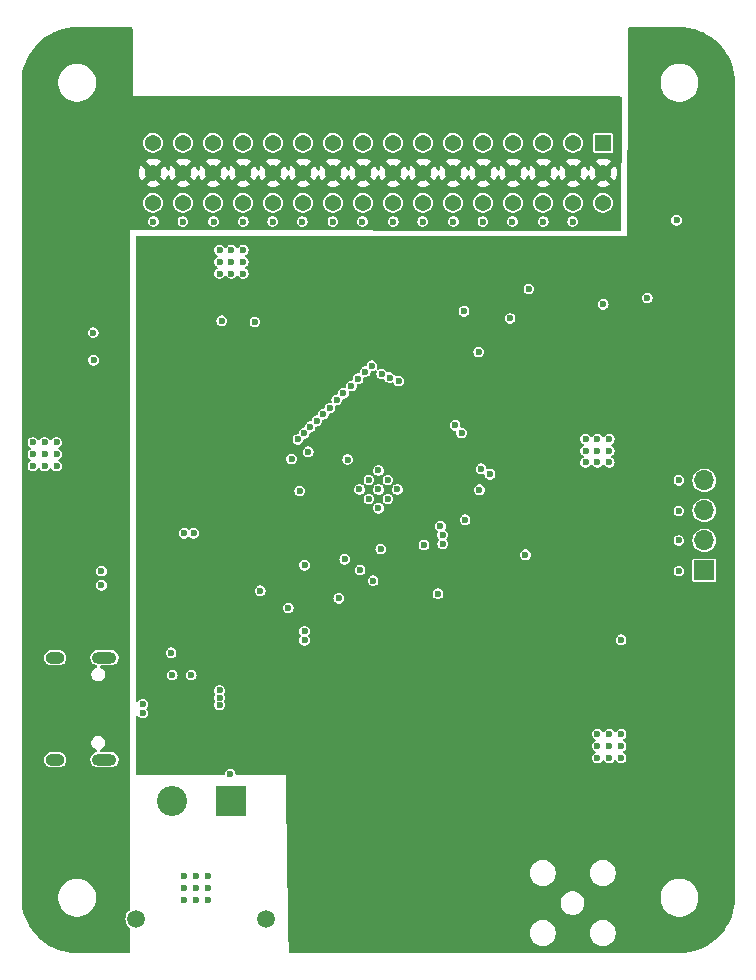
<source format=gbr>
G04 #@! TF.GenerationSoftware,KiCad,Pcbnew,8.0.4*
G04 #@! TF.CreationDate,2024-08-14T20:28:55-04:00*
G04 #@! TF.ProjectId,RP2350_80QFN_minimal,52503233-3530-45f3-9830-51464e5f6d69,REV3*
G04 #@! TF.SameCoordinates,Original*
G04 #@! TF.FileFunction,Copper,L2,Inr*
G04 #@! TF.FilePolarity,Positive*
%FSLAX46Y46*%
G04 Gerber Fmt 4.6, Leading zero omitted, Abs format (unit mm)*
G04 Created by KiCad (PCBNEW 8.0.4) date 2024-08-14 20:28:55*
%MOMM*%
%LPD*%
G01*
G04 APERTURE LIST*
G04 #@! TA.AperFunction,ComponentPad*
%ADD10R,1.700000X1.700000*%
G04 #@! TD*
G04 #@! TA.AperFunction,ComponentPad*
%ADD11O,1.700000X1.700000*%
G04 #@! TD*
G04 #@! TA.AperFunction,ComponentPad*
%ADD12C,1.508000*%
G04 #@! TD*
G04 #@! TA.AperFunction,ComponentPad*
%ADD13C,2.550000*%
G04 #@! TD*
G04 #@! TA.AperFunction,ComponentPad*
%ADD14R,2.550000X2.550000*%
G04 #@! TD*
G04 #@! TA.AperFunction,ComponentPad*
%ADD15C,0.600000*%
G04 #@! TD*
G04 #@! TA.AperFunction,ComponentPad*
%ADD16R,1.370000X1.370000*%
G04 #@! TD*
G04 #@! TA.AperFunction,ComponentPad*
%ADD17C,1.370000*%
G04 #@! TD*
G04 #@! TA.AperFunction,ComponentPad*
%ADD18O,2.100000X1.000000*%
G04 #@! TD*
G04 #@! TA.AperFunction,ComponentPad*
%ADD19O,1.600000X1.000000*%
G04 #@! TD*
G04 #@! TA.AperFunction,ViaPad*
%ADD20C,0.600000*%
G04 #@! TD*
G04 APERTURE END LIST*
D10*
X177040000Y-95140000D03*
D11*
X177040000Y-92600000D03*
X177040000Y-90060000D03*
X177040000Y-87520000D03*
D12*
X139940000Y-124634250D03*
X128940000Y-124634250D03*
D13*
X131940000Y-114634250D03*
D14*
X136940000Y-114634250D03*
D15*
X149454859Y-89882331D03*
X150256246Y-89080943D03*
X151057634Y-88279556D03*
X148653472Y-89080943D03*
X149454859Y-88279556D03*
X150256246Y-87478169D03*
X147852084Y-88279556D03*
X148653472Y-87478169D03*
X149454859Y-86676781D03*
D16*
X168480000Y-58940000D03*
D17*
X168480000Y-61480000D03*
X168480000Y-64020000D03*
X165940000Y-58940000D03*
X165940000Y-61480000D03*
X165940000Y-64020000D03*
X163400000Y-58940000D03*
X163400000Y-61480000D03*
X163400000Y-64020000D03*
X160860000Y-58940000D03*
X160860000Y-61480000D03*
X160860000Y-64020000D03*
X158320000Y-58940000D03*
X158320000Y-61480000D03*
X158320000Y-64020000D03*
X155780000Y-58940000D03*
X155780000Y-61480000D03*
X155780000Y-64020000D03*
X153240000Y-58940000D03*
X153240000Y-61480000D03*
X153240000Y-64020000D03*
X150700000Y-58940000D03*
X150700000Y-61480000D03*
X150700000Y-64020000D03*
X148160000Y-58940000D03*
X148160000Y-61480000D03*
X148160000Y-64020000D03*
X145620000Y-58940000D03*
X145620000Y-61480000D03*
X145620000Y-64020000D03*
X143080000Y-58940000D03*
X143080000Y-61480000D03*
X143080000Y-64020000D03*
X140540000Y-58940000D03*
X140540000Y-61480000D03*
X140540000Y-64020000D03*
X138000000Y-58940000D03*
X138000000Y-61480000D03*
X138000000Y-64020000D03*
X135460000Y-58940000D03*
X135460000Y-61480000D03*
X135460000Y-64020000D03*
X132920000Y-58940000D03*
X132920000Y-61480000D03*
X132920000Y-64020000D03*
X130380000Y-58940000D03*
X130380000Y-61480000D03*
X130380000Y-64020000D03*
D18*
X126260000Y-102520000D03*
D19*
X122080000Y-102520000D03*
D18*
X126260000Y-111160000D03*
D19*
X122080000Y-111160000D03*
D20*
X156700000Y-73200000D03*
X168480000Y-72607535D03*
X149000000Y-96000000D03*
X156412474Y-85874545D03*
X138000000Y-70000000D03*
X137000000Y-69000000D03*
X138000000Y-68000000D03*
X137000000Y-70000000D03*
X136000000Y-70000000D03*
X136000000Y-68000000D03*
X137000000Y-68000000D03*
X136000000Y-69000000D03*
X138000000Y-69000000D03*
X170000000Y-111000000D03*
X169000000Y-111000000D03*
X168000000Y-111000000D03*
X122200000Y-86300000D03*
X121200000Y-86300000D03*
X120200000Y-86300000D03*
X135000000Y-123000000D03*
X134000000Y-123000000D03*
X133000000Y-123000000D03*
X135000000Y-122000000D03*
X134000000Y-122000000D03*
X133000000Y-122000000D03*
X135000000Y-121000000D03*
X134000000Y-121000000D03*
X133000000Y-121000000D03*
X122200000Y-85300000D03*
X121200000Y-85300000D03*
X120200000Y-85300000D03*
X122200000Y-84300000D03*
X121200000Y-84300000D03*
X120200000Y-84300000D03*
X170000000Y-110000000D03*
X169000000Y-110000000D03*
X168000000Y-110000000D03*
X170000000Y-109000000D03*
X169000000Y-109000000D03*
X168000000Y-109000000D03*
X169000000Y-86000000D03*
X168000000Y-86000000D03*
X167000000Y-86000000D03*
X169000000Y-85000000D03*
X168000000Y-85000000D03*
X167000000Y-85000000D03*
X167000000Y-84000000D03*
X168000000Y-84000000D03*
X169000000Y-84000000D03*
X146600000Y-94200000D03*
X143200000Y-101050003D03*
X125340000Y-77340000D03*
X133000000Y-92000000D03*
X133800000Y-91994974D03*
X125304999Y-75000000D03*
X146100000Y-97500000D03*
X143200000Y-100300000D03*
X133600000Y-104000000D03*
X142800000Y-88400000D03*
X139441422Y-96858578D03*
X149648353Y-93327841D03*
X170000000Y-101000000D03*
X152900000Y-94200000D03*
X146300000Y-90700000D03*
X144900000Y-89100000D03*
X145400000Y-86600000D03*
X146850000Y-85750000D03*
X174700000Y-65500000D03*
X174700000Y-61000000D03*
X163900000Y-77200000D03*
X154700000Y-75300000D03*
X157365557Y-72665558D03*
X160600000Y-73800000D03*
X162200000Y-71300000D03*
X157941975Y-76636052D03*
X158000000Y-88300000D03*
X158900000Y-87000000D03*
X154500000Y-97100000D03*
X173300000Y-101900000D03*
X161300000Y-94400000D03*
X156793361Y-90850000D03*
X161900000Y-93800000D03*
X153313388Y-92986612D03*
X174900000Y-95200000D03*
X154910615Y-92877063D03*
X174900000Y-92600000D03*
X154881902Y-92127610D03*
X174900000Y-90100000D03*
X154700000Y-91400000D03*
X174900000Y-87500000D03*
X161900000Y-88300000D03*
X158154779Y-86523039D03*
X147900000Y-95100000D03*
X172206067Y-72057535D03*
X152300000Y-85600000D03*
X152320593Y-81600000D03*
X148046787Y-83760534D03*
X143150000Y-77100000D03*
X137500000Y-79700000D03*
X139000000Y-74100000D03*
X136200000Y-74000000D03*
X132100000Y-76800000D03*
X130100000Y-73200000D03*
X129500000Y-83500000D03*
X136000000Y-106500000D03*
X136000000Y-105300000D03*
X136000000Y-105900000D03*
X137900000Y-108700000D03*
X137900000Y-107500000D03*
X137900000Y-108100000D03*
X143508793Y-85091207D03*
X126000000Y-96400000D03*
X142100000Y-85700000D03*
X126000000Y-95200000D03*
X127800000Y-100800000D03*
X132000000Y-104000000D03*
X136900000Y-112400000D03*
X131900000Y-102100000D03*
X141812653Y-98312653D03*
X143200000Y-94700000D03*
X151173064Y-79100271D03*
X165900000Y-65600000D03*
X150426582Y-78812000D03*
X163400000Y-65600000D03*
X149742997Y-78503431D03*
X160800000Y-65600000D03*
X148900000Y-77800000D03*
X158300000Y-65600000D03*
X148344168Y-78303543D03*
X155800000Y-65600000D03*
X147724039Y-78900000D03*
X153200000Y-65600000D03*
X150700000Y-65600000D03*
X147174039Y-79508408D03*
X146485654Y-80131478D03*
X148100000Y-65600000D03*
X145935654Y-80693988D03*
X145600000Y-65600000D03*
X145350215Y-81399693D03*
X143000000Y-65600000D03*
X144787262Y-81900000D03*
X140500000Y-65600000D03*
X144237262Y-82468131D03*
X138000000Y-65600000D03*
X135500000Y-65600000D03*
X143678281Y-82968176D03*
X143178665Y-83527539D03*
X132900000Y-65600000D03*
X142642397Y-84051868D03*
X130400000Y-65600000D03*
X129500000Y-94000000D03*
X155947538Y-82847538D03*
X156500000Y-83500000D03*
X129500000Y-106465000D03*
X129500000Y-107215000D03*
G04 #@! TA.AperFunction,Conductor*
G36*
X174942702Y-49140617D02*
G01*
X175344202Y-49158147D01*
X175354937Y-49159087D01*
X175750693Y-49211189D01*
X175761331Y-49213064D01*
X176151043Y-49299462D01*
X176161483Y-49302260D01*
X176542168Y-49422289D01*
X176552315Y-49425982D01*
X176921102Y-49578739D01*
X176930893Y-49583305D01*
X177284942Y-49767611D01*
X177294310Y-49773019D01*
X177630959Y-49987488D01*
X177639820Y-49993693D01*
X177956487Y-50236680D01*
X177964774Y-50243634D01*
X178259056Y-50513294D01*
X178266705Y-50520943D01*
X178536365Y-50815225D01*
X178543319Y-50823512D01*
X178786306Y-51140179D01*
X178792511Y-51149040D01*
X179006980Y-51485689D01*
X179012388Y-51495057D01*
X179196691Y-51849099D01*
X179201263Y-51858903D01*
X179354013Y-52227674D01*
X179357713Y-52237840D01*
X179477738Y-52618512D01*
X179480538Y-52628960D01*
X179566933Y-53018660D01*
X179568811Y-53029314D01*
X179620910Y-53425042D01*
X179621853Y-53435818D01*
X179639382Y-53837297D01*
X179639500Y-53842706D01*
X179639500Y-122837293D01*
X179639382Y-122842702D01*
X179621853Y-123244181D01*
X179620910Y-123254957D01*
X179568811Y-123650685D01*
X179566933Y-123661339D01*
X179480538Y-124051039D01*
X179477738Y-124061487D01*
X179357713Y-124442159D01*
X179354013Y-124452325D01*
X179201263Y-124821096D01*
X179196691Y-124830900D01*
X179012388Y-125184942D01*
X179006980Y-125194310D01*
X178792511Y-125530959D01*
X178786306Y-125539820D01*
X178543319Y-125856487D01*
X178536365Y-125864774D01*
X178266705Y-126159056D01*
X178259056Y-126166705D01*
X177964774Y-126436365D01*
X177956487Y-126443319D01*
X177639820Y-126686306D01*
X177630959Y-126692511D01*
X177294310Y-126906980D01*
X177284942Y-126912388D01*
X176930900Y-127096691D01*
X176921096Y-127101263D01*
X176552325Y-127254013D01*
X176542159Y-127257713D01*
X176161487Y-127377738D01*
X176151039Y-127380538D01*
X175761339Y-127466933D01*
X175750685Y-127468811D01*
X175354958Y-127520910D01*
X175344181Y-127521853D01*
X174943428Y-127539349D01*
X174936974Y-127539463D01*
X170249769Y-127499908D01*
X170243907Y-127499500D01*
X170239562Y-127499500D01*
X170201821Y-127499500D01*
X170200776Y-127499496D01*
X170158608Y-127499140D01*
X170152748Y-127499500D01*
X161647648Y-127499500D01*
X161646875Y-127499449D01*
X161599756Y-127499499D01*
X161599700Y-127499500D01*
X161553024Y-127499500D01*
X161552255Y-127499549D01*
X141978063Y-127520340D01*
X141911002Y-127500727D01*
X141865191Y-127447971D01*
X141853950Y-127398458D01*
X141825909Y-125753389D01*
X162259500Y-125753389D01*
X162259500Y-125926611D01*
X162286598Y-126097701D01*
X162340127Y-126262445D01*
X162418768Y-126416788D01*
X162520586Y-126556928D01*
X162643072Y-126679414D01*
X162783212Y-126781232D01*
X162937555Y-126859873D01*
X163102299Y-126913402D01*
X163273389Y-126940500D01*
X163273390Y-126940500D01*
X163446610Y-126940500D01*
X163446611Y-126940500D01*
X163617701Y-126913402D01*
X163782445Y-126859873D01*
X163936788Y-126781232D01*
X164076928Y-126679414D01*
X164199414Y-126556928D01*
X164301232Y-126416788D01*
X164379873Y-126262445D01*
X164433402Y-126097701D01*
X164460500Y-125926611D01*
X164460500Y-125753389D01*
X167339500Y-125753389D01*
X167339500Y-125926611D01*
X167366598Y-126097701D01*
X167420127Y-126262445D01*
X167498768Y-126416788D01*
X167600586Y-126556928D01*
X167723072Y-126679414D01*
X167863212Y-126781232D01*
X168017555Y-126859873D01*
X168182299Y-126913402D01*
X168353389Y-126940500D01*
X168353390Y-126940500D01*
X168526610Y-126940500D01*
X168526611Y-126940500D01*
X168697701Y-126913402D01*
X168862445Y-126859873D01*
X169016788Y-126781232D01*
X169156928Y-126679414D01*
X169279414Y-126556928D01*
X169381232Y-126416788D01*
X169459873Y-126262445D01*
X169513402Y-126097701D01*
X169540500Y-125926611D01*
X169540500Y-125753389D01*
X169513402Y-125582299D01*
X169459873Y-125417555D01*
X169381232Y-125263212D01*
X169279414Y-125123072D01*
X169156928Y-125000586D01*
X169016788Y-124898768D01*
X168862445Y-124820127D01*
X168697701Y-124766598D01*
X168697699Y-124766597D01*
X168697698Y-124766597D01*
X168566271Y-124745781D01*
X168526611Y-124739500D01*
X168353389Y-124739500D01*
X168313728Y-124745781D01*
X168182302Y-124766597D01*
X168017552Y-124820128D01*
X167863211Y-124898768D01*
X167783256Y-124956859D01*
X167723072Y-125000586D01*
X167723070Y-125000588D01*
X167723069Y-125000588D01*
X167600588Y-125123069D01*
X167600588Y-125123070D01*
X167600586Y-125123072D01*
X167567341Y-125168830D01*
X167498768Y-125263211D01*
X167420128Y-125417552D01*
X167366597Y-125582302D01*
X167339500Y-125753389D01*
X164460500Y-125753389D01*
X164433402Y-125582299D01*
X164379873Y-125417555D01*
X164301232Y-125263212D01*
X164199414Y-125123072D01*
X164076928Y-125000586D01*
X163936788Y-124898768D01*
X163782445Y-124820127D01*
X163617701Y-124766598D01*
X163617699Y-124766597D01*
X163617698Y-124766597D01*
X163486271Y-124745781D01*
X163446611Y-124739500D01*
X163273389Y-124739500D01*
X163233728Y-124745781D01*
X163102302Y-124766597D01*
X162937552Y-124820128D01*
X162783211Y-124898768D01*
X162703256Y-124956859D01*
X162643072Y-125000586D01*
X162643070Y-125000588D01*
X162643069Y-125000588D01*
X162520588Y-125123069D01*
X162520588Y-125123070D01*
X162520586Y-125123072D01*
X162487341Y-125168830D01*
X162418768Y-125263211D01*
X162340128Y-125417552D01*
X162286597Y-125582302D01*
X162259500Y-125753389D01*
X141825909Y-125753389D01*
X141785770Y-123398543D01*
X164899499Y-123398543D01*
X164937947Y-123591829D01*
X164937950Y-123591839D01*
X165013364Y-123773907D01*
X165013371Y-123773920D01*
X165122860Y-123937781D01*
X165122863Y-123937785D01*
X165262214Y-124077136D01*
X165262218Y-124077139D01*
X165426079Y-124186628D01*
X165426092Y-124186635D01*
X165608160Y-124262049D01*
X165608165Y-124262051D01*
X165608169Y-124262051D01*
X165608170Y-124262052D01*
X165801456Y-124300500D01*
X165801459Y-124300500D01*
X165998543Y-124300500D01*
X166128582Y-124274632D01*
X166191835Y-124262051D01*
X166373914Y-124186632D01*
X166537782Y-124077139D01*
X166677139Y-123937782D01*
X166786632Y-123773914D01*
X166862051Y-123591835D01*
X166890165Y-123450500D01*
X166900500Y-123398543D01*
X166900500Y-123201456D01*
X166862052Y-123008170D01*
X166862051Y-123008169D01*
X166862051Y-123008165D01*
X166844570Y-122965961D01*
X166786635Y-122826092D01*
X166786628Y-122826079D01*
X166711764Y-122714038D01*
X173339500Y-122714038D01*
X173339500Y-122965961D01*
X173378910Y-123214785D01*
X173456760Y-123454383D01*
X173478064Y-123496193D01*
X173562210Y-123661339D01*
X173571132Y-123678848D01*
X173719201Y-123882649D01*
X173719205Y-123882654D01*
X173897345Y-124060794D01*
X173897350Y-124060798D01*
X174070541Y-124186628D01*
X174101155Y-124208870D01*
X174205525Y-124262049D01*
X174325616Y-124323239D01*
X174325618Y-124323239D01*
X174325621Y-124323241D01*
X174565215Y-124401090D01*
X174814038Y-124440500D01*
X174814039Y-124440500D01*
X175065961Y-124440500D01*
X175065962Y-124440500D01*
X175314785Y-124401090D01*
X175554379Y-124323241D01*
X175778845Y-124208870D01*
X175982656Y-124060793D01*
X176160793Y-123882656D01*
X176308870Y-123678845D01*
X176423241Y-123454379D01*
X176501090Y-123214785D01*
X176540500Y-122965962D01*
X176540500Y-122714038D01*
X176501090Y-122465215D01*
X176423241Y-122225621D01*
X176423239Y-122225618D01*
X176423239Y-122225616D01*
X176373616Y-122128226D01*
X176308870Y-122001155D01*
X176289952Y-121975117D01*
X176160798Y-121797350D01*
X176160794Y-121797345D01*
X175982654Y-121619205D01*
X175982649Y-121619201D01*
X175778848Y-121471132D01*
X175778847Y-121471131D01*
X175778845Y-121471130D01*
X175666729Y-121414004D01*
X175554383Y-121356760D01*
X175314785Y-121278910D01*
X175065962Y-121239500D01*
X174814038Y-121239500D01*
X174689626Y-121259205D01*
X174565214Y-121278910D01*
X174325616Y-121356760D01*
X174101151Y-121471132D01*
X173897350Y-121619201D01*
X173897345Y-121619205D01*
X173719205Y-121797345D01*
X173719201Y-121797350D01*
X173571132Y-122001151D01*
X173456760Y-122225616D01*
X173378910Y-122465214D01*
X173339500Y-122714038D01*
X166711764Y-122714038D01*
X166677139Y-122662218D01*
X166677136Y-122662214D01*
X166537785Y-122522863D01*
X166537781Y-122522860D01*
X166373920Y-122413371D01*
X166373907Y-122413364D01*
X166191839Y-122337950D01*
X166191829Y-122337947D01*
X165998543Y-122299500D01*
X165998541Y-122299500D01*
X165801459Y-122299500D01*
X165801457Y-122299500D01*
X165608170Y-122337947D01*
X165608160Y-122337950D01*
X165426092Y-122413364D01*
X165426079Y-122413371D01*
X165262218Y-122522860D01*
X165262214Y-122522863D01*
X165122863Y-122662214D01*
X165122860Y-122662218D01*
X165013371Y-122826079D01*
X165013364Y-122826092D01*
X164937950Y-123008160D01*
X164937947Y-123008170D01*
X164899500Y-123201456D01*
X164899500Y-123201459D01*
X164899500Y-123398541D01*
X164899500Y-123398543D01*
X164899499Y-123398543D01*
X141785770Y-123398543D01*
X141739319Y-120673389D01*
X162259500Y-120673389D01*
X162259500Y-120846611D01*
X162286598Y-121017701D01*
X162340127Y-121182445D01*
X162418768Y-121336788D01*
X162520586Y-121476928D01*
X162643072Y-121599414D01*
X162783212Y-121701232D01*
X162937555Y-121779873D01*
X163102299Y-121833402D01*
X163273389Y-121860500D01*
X163273390Y-121860500D01*
X163446610Y-121860500D01*
X163446611Y-121860500D01*
X163617701Y-121833402D01*
X163782445Y-121779873D01*
X163936788Y-121701232D01*
X164076928Y-121599414D01*
X164199414Y-121476928D01*
X164301232Y-121336788D01*
X164379873Y-121182445D01*
X164433402Y-121017701D01*
X164460500Y-120846611D01*
X164460500Y-120673389D01*
X167339500Y-120673389D01*
X167339500Y-120846611D01*
X167366598Y-121017701D01*
X167420127Y-121182445D01*
X167498768Y-121336788D01*
X167600586Y-121476928D01*
X167723072Y-121599414D01*
X167863212Y-121701232D01*
X168017555Y-121779873D01*
X168182299Y-121833402D01*
X168353389Y-121860500D01*
X168353390Y-121860500D01*
X168526610Y-121860500D01*
X168526611Y-121860500D01*
X168697701Y-121833402D01*
X168862445Y-121779873D01*
X169016788Y-121701232D01*
X169156928Y-121599414D01*
X169279414Y-121476928D01*
X169381232Y-121336788D01*
X169459873Y-121182445D01*
X169513402Y-121017701D01*
X169540500Y-120846611D01*
X169540500Y-120673389D01*
X169513402Y-120502299D01*
X169459873Y-120337555D01*
X169381232Y-120183212D01*
X169279414Y-120043072D01*
X169156928Y-119920586D01*
X169016788Y-119818768D01*
X168862445Y-119740127D01*
X168697701Y-119686598D01*
X168697699Y-119686597D01*
X168697698Y-119686597D01*
X168566271Y-119665781D01*
X168526611Y-119659500D01*
X168353389Y-119659500D01*
X168313728Y-119665781D01*
X168182302Y-119686597D01*
X168017552Y-119740128D01*
X167863211Y-119818768D01*
X167783256Y-119876859D01*
X167723072Y-119920586D01*
X167723070Y-119920588D01*
X167723069Y-119920588D01*
X167600588Y-120043069D01*
X167600588Y-120043070D01*
X167600586Y-120043072D01*
X167556859Y-120103256D01*
X167498768Y-120183211D01*
X167420128Y-120337552D01*
X167366597Y-120502302D01*
X167342249Y-120656033D01*
X167339500Y-120673389D01*
X164460500Y-120673389D01*
X164433402Y-120502299D01*
X164379873Y-120337555D01*
X164301232Y-120183212D01*
X164199414Y-120043072D01*
X164076928Y-119920586D01*
X163936788Y-119818768D01*
X163782445Y-119740127D01*
X163617701Y-119686598D01*
X163617699Y-119686597D01*
X163617698Y-119686597D01*
X163486271Y-119665781D01*
X163446611Y-119659500D01*
X163273389Y-119659500D01*
X163233728Y-119665781D01*
X163102302Y-119686597D01*
X162937552Y-119740128D01*
X162783211Y-119818768D01*
X162703256Y-119876859D01*
X162643072Y-119920586D01*
X162643070Y-119920588D01*
X162643069Y-119920588D01*
X162520588Y-120043069D01*
X162520588Y-120043070D01*
X162520586Y-120043072D01*
X162476859Y-120103256D01*
X162418768Y-120183211D01*
X162340128Y-120337552D01*
X162286597Y-120502302D01*
X162262249Y-120656033D01*
X162259500Y-120673389D01*
X141739319Y-120673389D01*
X141600000Y-112500000D01*
X137476958Y-112500000D01*
X137409919Y-112480315D01*
X137364164Y-112427511D01*
X137354220Y-112393647D01*
X137336697Y-112271774D01*
X137282882Y-112153938D01*
X137282882Y-112153937D01*
X137198049Y-112056033D01*
X137089069Y-111985996D01*
X137089065Y-111985994D01*
X137089064Y-111985994D01*
X136964774Y-111949500D01*
X136964772Y-111949500D01*
X136835228Y-111949500D01*
X136835226Y-111949500D01*
X136710935Y-111985994D01*
X136710932Y-111985995D01*
X136710931Y-111985996D01*
X136659677Y-112018934D01*
X136601950Y-112056033D01*
X136517118Y-112153937D01*
X136517117Y-112153938D01*
X136463302Y-112271774D01*
X136445780Y-112393647D01*
X136416755Y-112457203D01*
X136357977Y-112494977D01*
X136323042Y-112500000D01*
X129024000Y-112500000D01*
X128956961Y-112480315D01*
X128911206Y-112427511D01*
X128900000Y-112376000D01*
X128900000Y-109000000D01*
X167544867Y-109000000D01*
X167563302Y-109128225D01*
X167588679Y-109183791D01*
X167617118Y-109246063D01*
X167701951Y-109343967D01*
X167782425Y-109395684D01*
X167828180Y-109448488D01*
X167838124Y-109517647D01*
X167809099Y-109581202D01*
X167782426Y-109604314D01*
X167753698Y-109622776D01*
X167701950Y-109656033D01*
X167617118Y-109753937D01*
X167617117Y-109753938D01*
X167563302Y-109871774D01*
X167544867Y-110000000D01*
X167563302Y-110128225D01*
X167588679Y-110183791D01*
X167617118Y-110246063D01*
X167701951Y-110343967D01*
X167782425Y-110395684D01*
X167828180Y-110448488D01*
X167838124Y-110517647D01*
X167809099Y-110581202D01*
X167782426Y-110604314D01*
X167753698Y-110622776D01*
X167701950Y-110656033D01*
X167617118Y-110753937D01*
X167617117Y-110753938D01*
X167563302Y-110871774D01*
X167544867Y-111000000D01*
X167563302Y-111128225D01*
X167588679Y-111183791D01*
X167617118Y-111246063D01*
X167701951Y-111343967D01*
X167810931Y-111414004D01*
X167935225Y-111450499D01*
X167935227Y-111450500D01*
X167935228Y-111450500D01*
X168064773Y-111450500D01*
X168064773Y-111450499D01*
X168189069Y-111414004D01*
X168298049Y-111343967D01*
X168382882Y-111246063D01*
X168387206Y-111236595D01*
X168432961Y-111183791D01*
X168500000Y-111164107D01*
X168567040Y-111183792D01*
X168612794Y-111236595D01*
X168617118Y-111246063D01*
X168701951Y-111343967D01*
X168810931Y-111414004D01*
X168935225Y-111450499D01*
X168935227Y-111450500D01*
X168935228Y-111450500D01*
X169064773Y-111450500D01*
X169064773Y-111450499D01*
X169189069Y-111414004D01*
X169298049Y-111343967D01*
X169382882Y-111246063D01*
X169387206Y-111236595D01*
X169432961Y-111183791D01*
X169500000Y-111164107D01*
X169567040Y-111183792D01*
X169612794Y-111236595D01*
X169617118Y-111246063D01*
X169701951Y-111343967D01*
X169810931Y-111414004D01*
X169935225Y-111450499D01*
X169935227Y-111450500D01*
X169935228Y-111450500D01*
X170064773Y-111450500D01*
X170064773Y-111450499D01*
X170189069Y-111414004D01*
X170298049Y-111343967D01*
X170382882Y-111246063D01*
X170436697Y-111128226D01*
X170455133Y-111000000D01*
X170436697Y-110871774D01*
X170382882Y-110753937D01*
X170298049Y-110656033D01*
X170217572Y-110604313D01*
X170171819Y-110551512D01*
X170161875Y-110482354D01*
X170190899Y-110418798D01*
X170217569Y-110395687D01*
X170298049Y-110343967D01*
X170382882Y-110246063D01*
X170436697Y-110128226D01*
X170455133Y-110000000D01*
X170436697Y-109871774D01*
X170382882Y-109753937D01*
X170298049Y-109656033D01*
X170217572Y-109604313D01*
X170171819Y-109551512D01*
X170161875Y-109482354D01*
X170190899Y-109418798D01*
X170217569Y-109395687D01*
X170298049Y-109343967D01*
X170382882Y-109246063D01*
X170436697Y-109128226D01*
X170455133Y-109000000D01*
X170436697Y-108871774D01*
X170382882Y-108753937D01*
X170298049Y-108656033D01*
X170189069Y-108585996D01*
X170189065Y-108585994D01*
X170189064Y-108585994D01*
X170064774Y-108549500D01*
X170064772Y-108549500D01*
X169935228Y-108549500D01*
X169935226Y-108549500D01*
X169810935Y-108585994D01*
X169810932Y-108585995D01*
X169810931Y-108585996D01*
X169759677Y-108618934D01*
X169701950Y-108656033D01*
X169617118Y-108753937D01*
X169617116Y-108753940D01*
X169612793Y-108763406D01*
X169567037Y-108816209D01*
X169499997Y-108835892D01*
X169432958Y-108816206D01*
X169387207Y-108763406D01*
X169382883Y-108753940D01*
X169382882Y-108753938D01*
X169382882Y-108753937D01*
X169298049Y-108656033D01*
X169189069Y-108585996D01*
X169189065Y-108585994D01*
X169189064Y-108585994D01*
X169064774Y-108549500D01*
X169064772Y-108549500D01*
X168935228Y-108549500D01*
X168935226Y-108549500D01*
X168810935Y-108585994D01*
X168810932Y-108585995D01*
X168810931Y-108585996D01*
X168759677Y-108618934D01*
X168701950Y-108656033D01*
X168617118Y-108753937D01*
X168617116Y-108753940D01*
X168612793Y-108763406D01*
X168567037Y-108816209D01*
X168499997Y-108835892D01*
X168432958Y-108816206D01*
X168387207Y-108763406D01*
X168382883Y-108753940D01*
X168382882Y-108753938D01*
X168382882Y-108753937D01*
X168298049Y-108656033D01*
X168189069Y-108585996D01*
X168189065Y-108585994D01*
X168189064Y-108585994D01*
X168064774Y-108549500D01*
X168064772Y-108549500D01*
X167935228Y-108549500D01*
X167935226Y-108549500D01*
X167810935Y-108585994D01*
X167810932Y-108585995D01*
X167810931Y-108585996D01*
X167759677Y-108618934D01*
X167701950Y-108656033D01*
X167617118Y-108753937D01*
X167617117Y-108753938D01*
X167563302Y-108871774D01*
X167544867Y-109000000D01*
X128900000Y-109000000D01*
X128900000Y-107542952D01*
X128919685Y-107475913D01*
X128972489Y-107430158D01*
X129041647Y-107420214D01*
X129105203Y-107449239D01*
X129117708Y-107461744D01*
X129201951Y-107558967D01*
X129310931Y-107629004D01*
X129435225Y-107665499D01*
X129435227Y-107665500D01*
X129435228Y-107665500D01*
X129564773Y-107665500D01*
X129564773Y-107665499D01*
X129689069Y-107629004D01*
X129798049Y-107558967D01*
X129882882Y-107461063D01*
X129936697Y-107343226D01*
X129955133Y-107215000D01*
X129936697Y-107086774D01*
X129882882Y-106968937D01*
X129841519Y-106921200D01*
X129812495Y-106857647D01*
X129822439Y-106788489D01*
X129841517Y-106758800D01*
X129882882Y-106711063D01*
X129936697Y-106593226D01*
X129955133Y-106465000D01*
X129936697Y-106336774D01*
X129882882Y-106218937D01*
X129798049Y-106121033D01*
X129689069Y-106050996D01*
X129689065Y-106050994D01*
X129689064Y-106050994D01*
X129564774Y-106014500D01*
X129564772Y-106014500D01*
X129435228Y-106014500D01*
X129435226Y-106014500D01*
X129310935Y-106050994D01*
X129310932Y-106050995D01*
X129310931Y-106050996D01*
X129259677Y-106083934D01*
X129201950Y-106121033D01*
X129117714Y-106218249D01*
X129058936Y-106256024D01*
X128989066Y-106256024D01*
X128930288Y-106218250D01*
X128901262Y-106154695D01*
X128900000Y-106137047D01*
X128900000Y-105300000D01*
X135544867Y-105300000D01*
X135563302Y-105428225D01*
X135618225Y-105548488D01*
X135628169Y-105617647D01*
X135618225Y-105651512D01*
X135563302Y-105771774D01*
X135544867Y-105900000D01*
X135563302Y-106028225D01*
X135618225Y-106148488D01*
X135628169Y-106217647D01*
X135618225Y-106251512D01*
X135563302Y-106371774D01*
X135544867Y-106500000D01*
X135563302Y-106628225D01*
X135601133Y-106711061D01*
X135617118Y-106746063D01*
X135701951Y-106843967D01*
X135810931Y-106914004D01*
X135935225Y-106950499D01*
X135935227Y-106950500D01*
X135935228Y-106950500D01*
X136064773Y-106950500D01*
X136064773Y-106950499D01*
X136189069Y-106914004D01*
X136298049Y-106843967D01*
X136382882Y-106746063D01*
X136436697Y-106628226D01*
X136455133Y-106500000D01*
X136436697Y-106371774D01*
X136382882Y-106253937D01*
X136382880Y-106253935D01*
X136381774Y-106251512D01*
X136371830Y-106182354D01*
X136381774Y-106148488D01*
X136382880Y-106146064D01*
X136382882Y-106146063D01*
X136436697Y-106028226D01*
X136455133Y-105900000D01*
X136436697Y-105771774D01*
X136382882Y-105653937D01*
X136382880Y-105653935D01*
X136381774Y-105651512D01*
X136371830Y-105582354D01*
X136381774Y-105548488D01*
X136382880Y-105546064D01*
X136382882Y-105546063D01*
X136436697Y-105428226D01*
X136455133Y-105300000D01*
X136436697Y-105171774D01*
X136382882Y-105053937D01*
X136298049Y-104956033D01*
X136189069Y-104885996D01*
X136189065Y-104885994D01*
X136189064Y-104885994D01*
X136064774Y-104849500D01*
X136064772Y-104849500D01*
X135935228Y-104849500D01*
X135935226Y-104849500D01*
X135810935Y-104885994D01*
X135810932Y-104885995D01*
X135810931Y-104885996D01*
X135759677Y-104918934D01*
X135701950Y-104956033D01*
X135617118Y-105053937D01*
X135617117Y-105053938D01*
X135563302Y-105171774D01*
X135544867Y-105300000D01*
X128900000Y-105300000D01*
X128900000Y-104000000D01*
X131544867Y-104000000D01*
X131563302Y-104128225D01*
X131617117Y-104246061D01*
X131617118Y-104246063D01*
X131701951Y-104343967D01*
X131810931Y-104414004D01*
X131935225Y-104450499D01*
X131935227Y-104450500D01*
X131935228Y-104450500D01*
X132064773Y-104450500D01*
X132064773Y-104450499D01*
X132189069Y-104414004D01*
X132298049Y-104343967D01*
X132382882Y-104246063D01*
X132436697Y-104128226D01*
X132455133Y-104000000D01*
X133144867Y-104000000D01*
X133163302Y-104128225D01*
X133217117Y-104246061D01*
X133217118Y-104246063D01*
X133301951Y-104343967D01*
X133410931Y-104414004D01*
X133535225Y-104450499D01*
X133535227Y-104450500D01*
X133535228Y-104450500D01*
X133664773Y-104450500D01*
X133664773Y-104450499D01*
X133789069Y-104414004D01*
X133898049Y-104343967D01*
X133982882Y-104246063D01*
X134036697Y-104128226D01*
X134055133Y-104000000D01*
X134036697Y-103871774D01*
X133982882Y-103753937D01*
X133898049Y-103656033D01*
X133789069Y-103585996D01*
X133789065Y-103585994D01*
X133789064Y-103585994D01*
X133664774Y-103549500D01*
X133664772Y-103549500D01*
X133535228Y-103549500D01*
X133535226Y-103549500D01*
X133410935Y-103585994D01*
X133410932Y-103585995D01*
X133410931Y-103585996D01*
X133359677Y-103618934D01*
X133301950Y-103656033D01*
X133217118Y-103753937D01*
X133217117Y-103753938D01*
X133163302Y-103871774D01*
X133144867Y-104000000D01*
X132455133Y-104000000D01*
X132436697Y-103871774D01*
X132382882Y-103753937D01*
X132298049Y-103656033D01*
X132189069Y-103585996D01*
X132189065Y-103585994D01*
X132189064Y-103585994D01*
X132064774Y-103549500D01*
X132064772Y-103549500D01*
X131935228Y-103549500D01*
X131935226Y-103549500D01*
X131810935Y-103585994D01*
X131810932Y-103585995D01*
X131810931Y-103585996D01*
X131759677Y-103618934D01*
X131701950Y-103656033D01*
X131617118Y-103753937D01*
X131617117Y-103753938D01*
X131563302Y-103871774D01*
X131544867Y-104000000D01*
X128900000Y-104000000D01*
X128900000Y-102100000D01*
X131444867Y-102100000D01*
X131463302Y-102228225D01*
X131517117Y-102346061D01*
X131517118Y-102346063D01*
X131601951Y-102443967D01*
X131710931Y-102514004D01*
X131835225Y-102550499D01*
X131835227Y-102550500D01*
X131835228Y-102550500D01*
X131964773Y-102550500D01*
X131964773Y-102550499D01*
X132089069Y-102514004D01*
X132198049Y-102443967D01*
X132282882Y-102346063D01*
X132336697Y-102228226D01*
X132355133Y-102100000D01*
X132336697Y-101971774D01*
X132282882Y-101853937D01*
X132198049Y-101756033D01*
X132089069Y-101685996D01*
X132089065Y-101685994D01*
X132089064Y-101685994D01*
X131964774Y-101649500D01*
X131964772Y-101649500D01*
X131835228Y-101649500D01*
X131835226Y-101649500D01*
X131710935Y-101685994D01*
X131710932Y-101685995D01*
X131710931Y-101685996D01*
X131659677Y-101718934D01*
X131601950Y-101756033D01*
X131517118Y-101853937D01*
X131517117Y-101853938D01*
X131463302Y-101971774D01*
X131444867Y-102100000D01*
X128900000Y-102100000D01*
X128900000Y-100300000D01*
X142744867Y-100300000D01*
X142763302Y-100428225D01*
X142817117Y-100546061D01*
X142817118Y-100546063D01*
X142851718Y-100585994D01*
X142858481Y-100593799D01*
X142887505Y-100657355D01*
X142877561Y-100726513D01*
X142858481Y-100756202D01*
X142817120Y-100803935D01*
X142817117Y-100803941D01*
X142763302Y-100921777D01*
X142744867Y-101050003D01*
X142763302Y-101178228D01*
X142794282Y-101246063D01*
X142817118Y-101296066D01*
X142901951Y-101393970D01*
X143010931Y-101464007D01*
X143135225Y-101500502D01*
X143135227Y-101500503D01*
X143135228Y-101500503D01*
X143264773Y-101500503D01*
X143264773Y-101500502D01*
X143389069Y-101464007D01*
X143498049Y-101393970D01*
X143582882Y-101296066D01*
X143636697Y-101178229D01*
X143655133Y-101050003D01*
X143647944Y-101000000D01*
X169544867Y-101000000D01*
X169563302Y-101128225D01*
X169586138Y-101178228D01*
X169617118Y-101246063D01*
X169701951Y-101343967D01*
X169810931Y-101414004D01*
X169935225Y-101450499D01*
X169935227Y-101450500D01*
X169935228Y-101450500D01*
X170064773Y-101450500D01*
X170064773Y-101450499D01*
X170189069Y-101414004D01*
X170298049Y-101343967D01*
X170382882Y-101246063D01*
X170436697Y-101128226D01*
X170455133Y-101000000D01*
X170436697Y-100871774D01*
X170382882Y-100753937D01*
X170298049Y-100656033D01*
X170189069Y-100585996D01*
X170189065Y-100585994D01*
X170189064Y-100585994D01*
X170064774Y-100549500D01*
X170064772Y-100549500D01*
X169935228Y-100549500D01*
X169935226Y-100549500D01*
X169810935Y-100585994D01*
X169810932Y-100585995D01*
X169810931Y-100585996D01*
X169759677Y-100618934D01*
X169701950Y-100656033D01*
X169617118Y-100753937D01*
X169617117Y-100753938D01*
X169563302Y-100871774D01*
X169544867Y-101000000D01*
X143647944Y-101000000D01*
X143636697Y-100921777D01*
X143582882Y-100803940D01*
X143541517Y-100756202D01*
X143512494Y-100692647D01*
X143522438Y-100623489D01*
X143541516Y-100593802D01*
X143582882Y-100546063D01*
X143636697Y-100428226D01*
X143655133Y-100300000D01*
X143636697Y-100171774D01*
X143582882Y-100053937D01*
X143498049Y-99956033D01*
X143389069Y-99885996D01*
X143389065Y-99885994D01*
X143389064Y-99885994D01*
X143264774Y-99849500D01*
X143264772Y-99849500D01*
X143135228Y-99849500D01*
X143135226Y-99849500D01*
X143010935Y-99885994D01*
X143010932Y-99885995D01*
X143010931Y-99885996D01*
X142959677Y-99918934D01*
X142901950Y-99956033D01*
X142817118Y-100053937D01*
X142817117Y-100053938D01*
X142763302Y-100171774D01*
X142744867Y-100300000D01*
X128900000Y-100300000D01*
X128900000Y-98312653D01*
X141357520Y-98312653D01*
X141375955Y-98440878D01*
X141429770Y-98558714D01*
X141429771Y-98558716D01*
X141514604Y-98656620D01*
X141623584Y-98726657D01*
X141747878Y-98763152D01*
X141747880Y-98763153D01*
X141747881Y-98763153D01*
X141877426Y-98763153D01*
X141877426Y-98763152D01*
X142001722Y-98726657D01*
X142110702Y-98656620D01*
X142195535Y-98558716D01*
X142249350Y-98440879D01*
X142267786Y-98312653D01*
X142249350Y-98184427D01*
X142195535Y-98066590D01*
X142110702Y-97968686D01*
X142001722Y-97898649D01*
X142001718Y-97898647D01*
X142001717Y-97898647D01*
X141877427Y-97862153D01*
X141877425Y-97862153D01*
X141747881Y-97862153D01*
X141747879Y-97862153D01*
X141623588Y-97898647D01*
X141623585Y-97898648D01*
X141623584Y-97898649D01*
X141599690Y-97914005D01*
X141514603Y-97968686D01*
X141429771Y-98066590D01*
X141429770Y-98066591D01*
X141375955Y-98184427D01*
X141357520Y-98312653D01*
X128900000Y-98312653D01*
X128900000Y-97500000D01*
X145644867Y-97500000D01*
X145663302Y-97628225D01*
X145717117Y-97746061D01*
X145717118Y-97746063D01*
X145801951Y-97843967D01*
X145910931Y-97914004D01*
X146035225Y-97950499D01*
X146035227Y-97950500D01*
X146035228Y-97950500D01*
X146164773Y-97950500D01*
X146164773Y-97950499D01*
X146289069Y-97914004D01*
X146398049Y-97843967D01*
X146482882Y-97746063D01*
X146536697Y-97628226D01*
X146555133Y-97500000D01*
X146536697Y-97371774D01*
X146482882Y-97253937D01*
X146398049Y-97156033D01*
X146310860Y-97100000D01*
X154044867Y-97100000D01*
X154063302Y-97228225D01*
X154075045Y-97253937D01*
X154117118Y-97346063D01*
X154201951Y-97443967D01*
X154310931Y-97514004D01*
X154435225Y-97550499D01*
X154435227Y-97550500D01*
X154435228Y-97550500D01*
X154564773Y-97550500D01*
X154564773Y-97550499D01*
X154689069Y-97514004D01*
X154798049Y-97443967D01*
X154882882Y-97346063D01*
X154936697Y-97228226D01*
X154955133Y-97100000D01*
X154936697Y-96971774D01*
X154882882Y-96853937D01*
X154798049Y-96756033D01*
X154689069Y-96685996D01*
X154689065Y-96685994D01*
X154689064Y-96685994D01*
X154564774Y-96649500D01*
X154564772Y-96649500D01*
X154435228Y-96649500D01*
X154435226Y-96649500D01*
X154310935Y-96685994D01*
X154310932Y-96685995D01*
X154310931Y-96685996D01*
X154259677Y-96718934D01*
X154201950Y-96756033D01*
X154117118Y-96853937D01*
X154117117Y-96853938D01*
X154063302Y-96971774D01*
X154044867Y-97100000D01*
X146310860Y-97100000D01*
X146289069Y-97085996D01*
X146289065Y-97085994D01*
X146289064Y-97085994D01*
X146164774Y-97049500D01*
X146164772Y-97049500D01*
X146035228Y-97049500D01*
X146035226Y-97049500D01*
X145910935Y-97085994D01*
X145910932Y-97085995D01*
X145910931Y-97085996D01*
X145881919Y-97104641D01*
X145801950Y-97156033D01*
X145717118Y-97253937D01*
X145717117Y-97253938D01*
X145663302Y-97371774D01*
X145644867Y-97500000D01*
X128900000Y-97500000D01*
X128900000Y-96858578D01*
X138986289Y-96858578D01*
X139004724Y-96986803D01*
X139058539Y-97104639D01*
X139058540Y-97104641D01*
X139143373Y-97202545D01*
X139252353Y-97272582D01*
X139376647Y-97309077D01*
X139376649Y-97309078D01*
X139376650Y-97309078D01*
X139506195Y-97309078D01*
X139506195Y-97309077D01*
X139630491Y-97272582D01*
X139739471Y-97202545D01*
X139824304Y-97104641D01*
X139878119Y-96986804D01*
X139896555Y-96858578D01*
X139878119Y-96730352D01*
X139824304Y-96612515D01*
X139739471Y-96514611D01*
X139630491Y-96444574D01*
X139630487Y-96444572D01*
X139630486Y-96444572D01*
X139506196Y-96408078D01*
X139506194Y-96408078D01*
X139376650Y-96408078D01*
X139376648Y-96408078D01*
X139252357Y-96444572D01*
X139252354Y-96444573D01*
X139252353Y-96444574D01*
X139201099Y-96477512D01*
X139143372Y-96514611D01*
X139058540Y-96612515D01*
X139058539Y-96612516D01*
X139004724Y-96730352D01*
X138986289Y-96858578D01*
X128900000Y-96858578D01*
X128900000Y-96000000D01*
X148544867Y-96000000D01*
X148563302Y-96128225D01*
X148568908Y-96140500D01*
X148617118Y-96246063D01*
X148701951Y-96343967D01*
X148810931Y-96414004D01*
X148935225Y-96450499D01*
X148935227Y-96450500D01*
X148935228Y-96450500D01*
X149064773Y-96450500D01*
X149064773Y-96450499D01*
X149189069Y-96414004D01*
X149298049Y-96343967D01*
X149382882Y-96246063D01*
X149436697Y-96128226D01*
X149454440Y-96004822D01*
X176039499Y-96004822D01*
X176048231Y-96048717D01*
X176048232Y-96048721D01*
X176048233Y-96048722D01*
X176081496Y-96098504D01*
X176131278Y-96131767D01*
X176131281Y-96131767D01*
X176131282Y-96131768D01*
X176175177Y-96140500D01*
X176175180Y-96140500D01*
X177904822Y-96140500D01*
X177948717Y-96131768D01*
X177948717Y-96131767D01*
X177948722Y-96131767D01*
X177998504Y-96098504D01*
X178031767Y-96048722D01*
X178040500Y-96004820D01*
X178040500Y-94275180D01*
X178040500Y-94275177D01*
X178031768Y-94231282D01*
X178031767Y-94231281D01*
X178031767Y-94231278D01*
X177998504Y-94181496D01*
X177998503Y-94181495D01*
X177948724Y-94148234D01*
X177948717Y-94148231D01*
X177904822Y-94139500D01*
X177904820Y-94139500D01*
X176175180Y-94139500D01*
X176175178Y-94139500D01*
X176131282Y-94148231D01*
X176131275Y-94148234D01*
X176081496Y-94181495D01*
X176081495Y-94181496D01*
X176048234Y-94231275D01*
X176048231Y-94231282D01*
X176039500Y-94275177D01*
X176039500Y-94275180D01*
X176039500Y-96004820D01*
X176039500Y-96004822D01*
X176039499Y-96004822D01*
X149454440Y-96004822D01*
X149455133Y-96000000D01*
X149436697Y-95871774D01*
X149382882Y-95753937D01*
X149298049Y-95656033D01*
X149189069Y-95585996D01*
X149189065Y-95585994D01*
X149189064Y-95585994D01*
X149064774Y-95549500D01*
X149064772Y-95549500D01*
X148935228Y-95549500D01*
X148935226Y-95549500D01*
X148810935Y-95585994D01*
X148810932Y-95585995D01*
X148810931Y-95585996D01*
X148767350Y-95614004D01*
X148701950Y-95656033D01*
X148617118Y-95753937D01*
X148617117Y-95753938D01*
X148563302Y-95871774D01*
X148544867Y-96000000D01*
X128900000Y-96000000D01*
X128900000Y-94700000D01*
X142744867Y-94700000D01*
X142763302Y-94828225D01*
X142775045Y-94853937D01*
X142817118Y-94946063D01*
X142901951Y-95043967D01*
X143010931Y-95114004D01*
X143135225Y-95150499D01*
X143135227Y-95150500D01*
X143135228Y-95150500D01*
X143264773Y-95150500D01*
X143264773Y-95150499D01*
X143389069Y-95114004D01*
X143410860Y-95100000D01*
X147444867Y-95100000D01*
X147463302Y-95228225D01*
X147508972Y-95328226D01*
X147517118Y-95346063D01*
X147601951Y-95443967D01*
X147710931Y-95514004D01*
X147835225Y-95550499D01*
X147835227Y-95550500D01*
X147835228Y-95550500D01*
X147964773Y-95550500D01*
X147964773Y-95550499D01*
X148089069Y-95514004D01*
X148198049Y-95443967D01*
X148282882Y-95346063D01*
X148336697Y-95228226D01*
X148340755Y-95200000D01*
X174444867Y-95200000D01*
X174463302Y-95328225D01*
X174471449Y-95346063D01*
X174517118Y-95446063D01*
X174601951Y-95543967D01*
X174710931Y-95614004D01*
X174835225Y-95650499D01*
X174835227Y-95650500D01*
X174835228Y-95650500D01*
X174964773Y-95650500D01*
X174964773Y-95650499D01*
X175089069Y-95614004D01*
X175198049Y-95543967D01*
X175282882Y-95446063D01*
X175336697Y-95328226D01*
X175355133Y-95200000D01*
X175336697Y-95071774D01*
X175282882Y-94953937D01*
X175198049Y-94856033D01*
X175089069Y-94785996D01*
X175089065Y-94785994D01*
X175089064Y-94785994D01*
X174964774Y-94749500D01*
X174964772Y-94749500D01*
X174835228Y-94749500D01*
X174835226Y-94749500D01*
X174710935Y-94785994D01*
X174710932Y-94785995D01*
X174710931Y-94785996D01*
X174659677Y-94818934D01*
X174601950Y-94856033D01*
X174517118Y-94953937D01*
X174517117Y-94953938D01*
X174463302Y-95071774D01*
X174444867Y-95200000D01*
X148340755Y-95200000D01*
X148355133Y-95100000D01*
X148336697Y-94971774D01*
X148282882Y-94853937D01*
X148198049Y-94756033D01*
X148089069Y-94685996D01*
X148089065Y-94685994D01*
X148089064Y-94685994D01*
X147964774Y-94649500D01*
X147964772Y-94649500D01*
X147835228Y-94649500D01*
X147835226Y-94649500D01*
X147710935Y-94685994D01*
X147710932Y-94685995D01*
X147710931Y-94685996D01*
X147659677Y-94718934D01*
X147601950Y-94756033D01*
X147517118Y-94853937D01*
X147517117Y-94853938D01*
X147463302Y-94971774D01*
X147444867Y-95100000D01*
X143410860Y-95100000D01*
X143498049Y-95043967D01*
X143582882Y-94946063D01*
X143636697Y-94828226D01*
X143655133Y-94700000D01*
X143636697Y-94571774D01*
X143582882Y-94453937D01*
X143498049Y-94356033D01*
X143389069Y-94285996D01*
X143389065Y-94285994D01*
X143389064Y-94285994D01*
X143264774Y-94249500D01*
X143264772Y-94249500D01*
X143135228Y-94249500D01*
X143135226Y-94249500D01*
X143010935Y-94285994D01*
X143010932Y-94285995D01*
X143010931Y-94285996D01*
X142959677Y-94318934D01*
X142901950Y-94356033D01*
X142817118Y-94453937D01*
X142817117Y-94453938D01*
X142763302Y-94571774D01*
X142744867Y-94700000D01*
X128900000Y-94700000D01*
X128900000Y-94200000D01*
X146144867Y-94200000D01*
X146163302Y-94328225D01*
X146176002Y-94356033D01*
X146217118Y-94446063D01*
X146301951Y-94543967D01*
X146410931Y-94614004D01*
X146535225Y-94650499D01*
X146535227Y-94650500D01*
X146535228Y-94650500D01*
X146664773Y-94650500D01*
X146664773Y-94650499D01*
X146789069Y-94614004D01*
X146898049Y-94543967D01*
X146982882Y-94446063D01*
X147036697Y-94328226D01*
X147055133Y-94200000D01*
X147036697Y-94071774D01*
X146982882Y-93953937D01*
X146898049Y-93856033D01*
X146810860Y-93800000D01*
X161444867Y-93800000D01*
X161463302Y-93928225D01*
X161475045Y-93953937D01*
X161517118Y-94046063D01*
X161601951Y-94143967D01*
X161710931Y-94214004D01*
X161835225Y-94250499D01*
X161835227Y-94250500D01*
X161835228Y-94250500D01*
X161964773Y-94250500D01*
X161964773Y-94250499D01*
X162089069Y-94214004D01*
X162198049Y-94143967D01*
X162282882Y-94046063D01*
X162336697Y-93928226D01*
X162355133Y-93800000D01*
X162336697Y-93671774D01*
X162282882Y-93553937D01*
X162198049Y-93456033D01*
X162089069Y-93385996D01*
X162089065Y-93385994D01*
X162089064Y-93385994D01*
X161964774Y-93349500D01*
X161964772Y-93349500D01*
X161835228Y-93349500D01*
X161835226Y-93349500D01*
X161710935Y-93385994D01*
X161710932Y-93385995D01*
X161710931Y-93385996D01*
X161659677Y-93418934D01*
X161601950Y-93456033D01*
X161517118Y-93553937D01*
X161517117Y-93553938D01*
X161463302Y-93671774D01*
X161444867Y-93800000D01*
X146810860Y-93800000D01*
X146789069Y-93785996D01*
X146789065Y-93785994D01*
X146789064Y-93785994D01*
X146664774Y-93749500D01*
X146664772Y-93749500D01*
X146535228Y-93749500D01*
X146535226Y-93749500D01*
X146410935Y-93785994D01*
X146410932Y-93785995D01*
X146410931Y-93785996D01*
X146359677Y-93818934D01*
X146301950Y-93856033D01*
X146217118Y-93953937D01*
X146217117Y-93953938D01*
X146163302Y-94071774D01*
X146144867Y-94200000D01*
X128900000Y-94200000D01*
X128900000Y-93327841D01*
X149193220Y-93327841D01*
X149211655Y-93456066D01*
X149244877Y-93528811D01*
X149265471Y-93573904D01*
X149292711Y-93605341D01*
X149350274Y-93671774D01*
X149350304Y-93671808D01*
X149459284Y-93741845D01*
X149583578Y-93778340D01*
X149583580Y-93778341D01*
X149583581Y-93778341D01*
X149713126Y-93778341D01*
X149713126Y-93778340D01*
X149837422Y-93741845D01*
X149946402Y-93671808D01*
X150031235Y-93573904D01*
X150085050Y-93456067D01*
X150103486Y-93327841D01*
X150085050Y-93199615D01*
X150031235Y-93081778D01*
X149948774Y-92986612D01*
X152858255Y-92986612D01*
X152876690Y-93114837D01*
X152915408Y-93199615D01*
X152930506Y-93232675D01*
X152981102Y-93291067D01*
X153012966Y-93327841D01*
X153015339Y-93330579D01*
X153124319Y-93400616D01*
X153248613Y-93437111D01*
X153248615Y-93437112D01*
X153248616Y-93437112D01*
X153378161Y-93437112D01*
X153378161Y-93437111D01*
X153502457Y-93400616D01*
X153611437Y-93330579D01*
X153696270Y-93232675D01*
X153750085Y-93114838D01*
X153768521Y-92986612D01*
X153750085Y-92858386D01*
X153696270Y-92740549D01*
X153611437Y-92642645D01*
X153502457Y-92572608D01*
X153502453Y-92572606D01*
X153502452Y-92572606D01*
X153378162Y-92536112D01*
X153378160Y-92536112D01*
X153248616Y-92536112D01*
X153248614Y-92536112D01*
X153124323Y-92572606D01*
X153124320Y-92572607D01*
X153124319Y-92572608D01*
X153081696Y-92600000D01*
X153015338Y-92642645D01*
X152930506Y-92740549D01*
X152930505Y-92740550D01*
X152876690Y-92858386D01*
X152858255Y-92986612D01*
X149948774Y-92986612D01*
X149946402Y-92983874D01*
X149837422Y-92913837D01*
X149837418Y-92913835D01*
X149837417Y-92913835D01*
X149713127Y-92877341D01*
X149713125Y-92877341D01*
X149583581Y-92877341D01*
X149583579Y-92877341D01*
X149459288Y-92913835D01*
X149459285Y-92913836D01*
X149459284Y-92913837D01*
X149412402Y-92943966D01*
X149350303Y-92983874D01*
X149265471Y-93081778D01*
X149265470Y-93081779D01*
X149211655Y-93199615D01*
X149193220Y-93327841D01*
X128900000Y-93327841D01*
X128900000Y-92000000D01*
X132544867Y-92000000D01*
X132563302Y-92128225D01*
X132614822Y-92241035D01*
X132617118Y-92246063D01*
X132701951Y-92343967D01*
X132810931Y-92414004D01*
X132918111Y-92445474D01*
X132935225Y-92450499D01*
X132935227Y-92450500D01*
X132935228Y-92450500D01*
X133064773Y-92450500D01*
X133064773Y-92450499D01*
X133189069Y-92414004D01*
X133298049Y-92343967D01*
X133308461Y-92331949D01*
X133367236Y-92294174D01*
X133437106Y-92294170D01*
X133495886Y-92331942D01*
X133501951Y-92338941D01*
X133610931Y-92408978D01*
X133735225Y-92445473D01*
X133735227Y-92445474D01*
X133735228Y-92445474D01*
X133864773Y-92445474D01*
X133864773Y-92445473D01*
X133989069Y-92408978D01*
X134098049Y-92338941D01*
X134182882Y-92241037D01*
X134236697Y-92123200D01*
X134255133Y-91994974D01*
X134236697Y-91866748D01*
X134182882Y-91748911D01*
X134098049Y-91651007D01*
X133989069Y-91580970D01*
X133989065Y-91580968D01*
X133989064Y-91580968D01*
X133864774Y-91544474D01*
X133864772Y-91544474D01*
X133735228Y-91544474D01*
X133735226Y-91544474D01*
X133610935Y-91580968D01*
X133610932Y-91580969D01*
X133610931Y-91580970D01*
X133571268Y-91606460D01*
X133501949Y-91651008D01*
X133491534Y-91663028D01*
X133432756Y-91700801D01*
X133362886Y-91700801D01*
X133304108Y-91663026D01*
X133304107Y-91663024D01*
X133298050Y-91656034D01*
X133298049Y-91656033D01*
X133189069Y-91585996D01*
X133189065Y-91585994D01*
X133189064Y-91585994D01*
X133064774Y-91549500D01*
X133064772Y-91549500D01*
X132935228Y-91549500D01*
X132935226Y-91549500D01*
X132810935Y-91585994D01*
X132810932Y-91585995D01*
X132810931Y-91585996D01*
X132767395Y-91613975D01*
X132701950Y-91656033D01*
X132617118Y-91753937D01*
X132617117Y-91753938D01*
X132563302Y-91871774D01*
X132544867Y-92000000D01*
X128900000Y-92000000D01*
X128900000Y-91400000D01*
X154244867Y-91400000D01*
X154263302Y-91528225D01*
X154302464Y-91613975D01*
X154317118Y-91646063D01*
X154401951Y-91743967D01*
X154435179Y-91765321D01*
X154480934Y-91818125D01*
X154490878Y-91887284D01*
X154480934Y-91921149D01*
X154445204Y-91999384D01*
X154426769Y-92127610D01*
X154445204Y-92255835D01*
X154499019Y-92373671D01*
X154499022Y-92373676D01*
X154554501Y-92437704D01*
X154583525Y-92501260D01*
X154573581Y-92570418D01*
X154554501Y-92600106D01*
X154527735Y-92630995D01*
X154527732Y-92631001D01*
X154473917Y-92748837D01*
X154455482Y-92877063D01*
X154473917Y-93005288D01*
X154494565Y-93050499D01*
X154527733Y-93123126D01*
X154612566Y-93221030D01*
X154721546Y-93291067D01*
X154789035Y-93310883D01*
X154845840Y-93327562D01*
X154845842Y-93327563D01*
X154845843Y-93327563D01*
X154975388Y-93327563D01*
X154975388Y-93327562D01*
X155099684Y-93291067D01*
X155208664Y-93221030D01*
X155293497Y-93123126D01*
X155347312Y-93005289D01*
X155365748Y-92877063D01*
X155347312Y-92748837D01*
X155293497Y-92631000D01*
X155266636Y-92600000D01*
X174444867Y-92600000D01*
X174463302Y-92728225D01*
X174494315Y-92796132D01*
X174517118Y-92846063D01*
X174601951Y-92943967D01*
X174710931Y-93014004D01*
X174835225Y-93050499D01*
X174835227Y-93050500D01*
X174835228Y-93050500D01*
X174964773Y-93050500D01*
X174964773Y-93050499D01*
X175089069Y-93014004D01*
X175198049Y-92943967D01*
X175282882Y-92846063D01*
X175336697Y-92728226D01*
X175355133Y-92600000D01*
X176034659Y-92600000D01*
X176053975Y-92796129D01*
X176111188Y-92984733D01*
X176204086Y-93158532D01*
X176204090Y-93158539D01*
X176329116Y-93310883D01*
X176481460Y-93435909D01*
X176481467Y-93435913D01*
X176655266Y-93528811D01*
X176655269Y-93528811D01*
X176655273Y-93528814D01*
X176843868Y-93586024D01*
X177040000Y-93605341D01*
X177236132Y-93586024D01*
X177424727Y-93528814D01*
X177598538Y-93435910D01*
X177750883Y-93310883D01*
X177875910Y-93158538D01*
X177953165Y-93014004D01*
X177968811Y-92984733D01*
X177968811Y-92984732D01*
X177968814Y-92984727D01*
X178026024Y-92796132D01*
X178045341Y-92600000D01*
X178026024Y-92403868D01*
X177968814Y-92215273D01*
X177968811Y-92215269D01*
X177968811Y-92215266D01*
X177875913Y-92041467D01*
X177875909Y-92041460D01*
X177750883Y-91889116D01*
X177598539Y-91764090D01*
X177598532Y-91764086D01*
X177424733Y-91671188D01*
X177424727Y-91671186D01*
X177236132Y-91613976D01*
X177236129Y-91613975D01*
X177040000Y-91594659D01*
X176843870Y-91613975D01*
X176655266Y-91671188D01*
X176481467Y-91764086D01*
X176481460Y-91764090D01*
X176329116Y-91889116D01*
X176204090Y-92041460D01*
X176204086Y-92041467D01*
X176111188Y-92215266D01*
X176053975Y-92403870D01*
X176034659Y-92600000D01*
X175355133Y-92600000D01*
X175336697Y-92471774D01*
X175282882Y-92353937D01*
X175198049Y-92256033D01*
X175089069Y-92185996D01*
X175089065Y-92185994D01*
X175089064Y-92185994D01*
X174964774Y-92149500D01*
X174964772Y-92149500D01*
X174835228Y-92149500D01*
X174835226Y-92149500D01*
X174710935Y-92185994D01*
X174710932Y-92185995D01*
X174710931Y-92185996D01*
X174679700Y-92206067D01*
X174601950Y-92256033D01*
X174517118Y-92353937D01*
X174517117Y-92353938D01*
X174463302Y-92471774D01*
X174444867Y-92600000D01*
X155266636Y-92600000D01*
X155242899Y-92572606D01*
X155238015Y-92566969D01*
X155208991Y-92503413D01*
X155218935Y-92434254D01*
X155238013Y-92404567D01*
X155264784Y-92373673D01*
X155318599Y-92255836D01*
X155337035Y-92127610D01*
X155318599Y-91999384D01*
X155264784Y-91881547D01*
X155179951Y-91783643D01*
X155179950Y-91783642D01*
X155149526Y-91764090D01*
X155146722Y-91762288D01*
X155100967Y-91709486D01*
X155091023Y-91640328D01*
X155100964Y-91606467D01*
X155136697Y-91528226D01*
X155155133Y-91400000D01*
X155136697Y-91271774D01*
X155082882Y-91153937D01*
X154998049Y-91056033D01*
X154889069Y-90985996D01*
X154889065Y-90985994D01*
X154889064Y-90985994D01*
X154764774Y-90949500D01*
X154764772Y-90949500D01*
X154635228Y-90949500D01*
X154635226Y-90949500D01*
X154510935Y-90985994D01*
X154510932Y-90985995D01*
X154510931Y-90985996D01*
X154459677Y-91018934D01*
X154401950Y-91056033D01*
X154317118Y-91153937D01*
X154317117Y-91153938D01*
X154263302Y-91271774D01*
X154244867Y-91400000D01*
X128900000Y-91400000D01*
X128900000Y-90850000D01*
X156338228Y-90850000D01*
X156356663Y-90978225D01*
X156410478Y-91096061D01*
X156410479Y-91096063D01*
X156495312Y-91193967D01*
X156604292Y-91264004D01*
X156630755Y-91271774D01*
X156728586Y-91300499D01*
X156728588Y-91300500D01*
X156728589Y-91300500D01*
X156858134Y-91300500D01*
X156858134Y-91300499D01*
X156982430Y-91264004D01*
X157091410Y-91193967D01*
X157176243Y-91096063D01*
X157230058Y-90978226D01*
X157248494Y-90850000D01*
X157230058Y-90721774D01*
X157176243Y-90603937D01*
X157091410Y-90506033D01*
X156982430Y-90435996D01*
X156982426Y-90435994D01*
X156982425Y-90435994D01*
X156858135Y-90399500D01*
X156858133Y-90399500D01*
X156728589Y-90399500D01*
X156728587Y-90399500D01*
X156604296Y-90435994D01*
X156604293Y-90435995D01*
X156604292Y-90435996D01*
X156553038Y-90468934D01*
X156495311Y-90506033D01*
X156410479Y-90603937D01*
X156410478Y-90603938D01*
X156356663Y-90721774D01*
X156338228Y-90850000D01*
X128900000Y-90850000D01*
X128900000Y-89882331D01*
X148999726Y-89882331D01*
X149018161Y-90010556D01*
X149040742Y-90060000D01*
X149071977Y-90128394D01*
X149156810Y-90226298D01*
X149265790Y-90296335D01*
X149390084Y-90332830D01*
X149390086Y-90332831D01*
X149390087Y-90332831D01*
X149519632Y-90332831D01*
X149519632Y-90332830D01*
X149643928Y-90296335D01*
X149752908Y-90226298D01*
X149837741Y-90128394D01*
X149850708Y-90100000D01*
X174444867Y-90100000D01*
X174463302Y-90228225D01*
X174511075Y-90332831D01*
X174517118Y-90346063D01*
X174601951Y-90443967D01*
X174710931Y-90514004D01*
X174835225Y-90550499D01*
X174835227Y-90550500D01*
X174835228Y-90550500D01*
X174964773Y-90550500D01*
X174964773Y-90550499D01*
X175089069Y-90514004D01*
X175198049Y-90443967D01*
X175282882Y-90346063D01*
X175336697Y-90228226D01*
X175355133Y-90100000D01*
X175349382Y-90060000D01*
X176034659Y-90060000D01*
X176053975Y-90256129D01*
X176066172Y-90296336D01*
X176110955Y-90443967D01*
X176111188Y-90444733D01*
X176204086Y-90618532D01*
X176204090Y-90618539D01*
X176329116Y-90770883D01*
X176481460Y-90895909D01*
X176481467Y-90895913D01*
X176655266Y-90988811D01*
X176655269Y-90988811D01*
X176655273Y-90988814D01*
X176843868Y-91046024D01*
X177040000Y-91065341D01*
X177236132Y-91046024D01*
X177424727Y-90988814D01*
X177598538Y-90895910D01*
X177750883Y-90770883D01*
X177875910Y-90618538D01*
X177968814Y-90444727D01*
X178026024Y-90256132D01*
X178045341Y-90060000D01*
X178026024Y-89863868D01*
X177968814Y-89675273D01*
X177968811Y-89675269D01*
X177968811Y-89675266D01*
X177875913Y-89501467D01*
X177875909Y-89501460D01*
X177750883Y-89349116D01*
X177598539Y-89224090D01*
X177598532Y-89224086D01*
X177424733Y-89131188D01*
X177424727Y-89131186D01*
X177236132Y-89073976D01*
X177236129Y-89073975D01*
X177040000Y-89054659D01*
X176843870Y-89073975D01*
X176655266Y-89131188D01*
X176481467Y-89224086D01*
X176481460Y-89224090D01*
X176329116Y-89349116D01*
X176204090Y-89501460D01*
X176204086Y-89501467D01*
X176111188Y-89675266D01*
X176053975Y-89863870D01*
X176034659Y-90060000D01*
X175349382Y-90060000D01*
X175336697Y-89971774D01*
X175282882Y-89853937D01*
X175198049Y-89756033D01*
X175089069Y-89685996D01*
X175089065Y-89685994D01*
X175089064Y-89685994D01*
X174964774Y-89649500D01*
X174964772Y-89649500D01*
X174835228Y-89649500D01*
X174835226Y-89649500D01*
X174710935Y-89685994D01*
X174710932Y-89685995D01*
X174710931Y-89685996D01*
X174659677Y-89718934D01*
X174601950Y-89756033D01*
X174517118Y-89853937D01*
X174517117Y-89853938D01*
X174463302Y-89971774D01*
X174444867Y-90100000D01*
X149850708Y-90100000D01*
X149891556Y-90010557D01*
X149909992Y-89882331D01*
X149891556Y-89754105D01*
X149837741Y-89636268D01*
X149837738Y-89636265D01*
X149832946Y-89628807D01*
X149834058Y-89628091D01*
X149808827Y-89572837D01*
X149816237Y-89521304D01*
X149779535Y-89532080D01*
X149712501Y-89512396D01*
X149643928Y-89468327D01*
X149643924Y-89468325D01*
X149643923Y-89468325D01*
X149519633Y-89431831D01*
X149519631Y-89431831D01*
X149390087Y-89431831D01*
X149390085Y-89431831D01*
X149265792Y-89468325D01*
X149265791Y-89468325D01*
X149197216Y-89512396D01*
X149130177Y-89532080D01*
X149093480Y-89521304D01*
X149100890Y-89572839D01*
X149075660Y-89628092D01*
X149076772Y-89628807D01*
X149071976Y-89636269D01*
X149018161Y-89754105D01*
X148999726Y-89882331D01*
X128900000Y-89882331D01*
X128900000Y-89080943D01*
X148198339Y-89080943D01*
X148216774Y-89209168D01*
X148223587Y-89224086D01*
X148270590Y-89327006D01*
X148355423Y-89424910D01*
X148464403Y-89494947D01*
X148554169Y-89521304D01*
X148588697Y-89531442D01*
X148588699Y-89531443D01*
X148588700Y-89531443D01*
X148718245Y-89531443D01*
X148718245Y-89531442D01*
X148842541Y-89494947D01*
X148911115Y-89450876D01*
X148978151Y-89431193D01*
X149014849Y-89441968D01*
X149007440Y-89390432D01*
X149032672Y-89335182D01*
X149031559Y-89334467D01*
X149036349Y-89327011D01*
X149036354Y-89327006D01*
X149090169Y-89209169D01*
X149108605Y-89080943D01*
X149801113Y-89080943D01*
X149819548Y-89209168D01*
X149873363Y-89327004D01*
X149878159Y-89334467D01*
X149877045Y-89335182D01*
X149902277Y-89390437D01*
X149894866Y-89441968D01*
X149931568Y-89431193D01*
X149998604Y-89450878D01*
X150067177Y-89494947D01*
X150067179Y-89494948D01*
X150191471Y-89531442D01*
X150191473Y-89531443D01*
X150191474Y-89531443D01*
X150321019Y-89531443D01*
X150321019Y-89531442D01*
X150445315Y-89494947D01*
X150554295Y-89424910D01*
X150639128Y-89327006D01*
X150692943Y-89209169D01*
X150711379Y-89080943D01*
X150692943Y-88952717D01*
X150639128Y-88834880D01*
X150639125Y-88834877D01*
X150634333Y-88827419D01*
X150635446Y-88826703D01*
X150610215Y-88771449D01*
X150617625Y-88719916D01*
X150580920Y-88730692D01*
X150513888Y-88711008D01*
X150445315Y-88666939D01*
X150445311Y-88666937D01*
X150445310Y-88666937D01*
X150321020Y-88630443D01*
X150321018Y-88630443D01*
X150191474Y-88630443D01*
X150191472Y-88630443D01*
X150067182Y-88666936D01*
X149998605Y-88711007D01*
X149931565Y-88730690D01*
X149894863Y-88719912D01*
X149902275Y-88771455D01*
X149877045Y-88826703D01*
X149878159Y-88827419D01*
X149873363Y-88834881D01*
X149819548Y-88952717D01*
X149801113Y-89080943D01*
X149108605Y-89080943D01*
X149090169Y-88952717D01*
X149036354Y-88834880D01*
X149036351Y-88834877D01*
X149031559Y-88827419D01*
X149032673Y-88826702D01*
X149007443Y-88771459D01*
X149014852Y-88719912D01*
X148978152Y-88730690D01*
X148911112Y-88711007D01*
X148911112Y-88711006D01*
X148842538Y-88666937D01*
X148718246Y-88630443D01*
X148718244Y-88630443D01*
X148588700Y-88630443D01*
X148588698Y-88630443D01*
X148464405Y-88666937D01*
X148464404Y-88666937D01*
X148395829Y-88711008D01*
X148328790Y-88730692D01*
X148292091Y-88719916D01*
X148299502Y-88771452D01*
X148274273Y-88826704D01*
X148275385Y-88827419D01*
X148270589Y-88834881D01*
X148216774Y-88952717D01*
X148198339Y-89080943D01*
X128900000Y-89080943D01*
X128900000Y-88400000D01*
X142344867Y-88400000D01*
X142363302Y-88528225D01*
X142409984Y-88630443D01*
X142417118Y-88646063D01*
X142501951Y-88743967D01*
X142610931Y-88814004D01*
X142735225Y-88850499D01*
X142735227Y-88850500D01*
X142735228Y-88850500D01*
X142864773Y-88850500D01*
X142864773Y-88850499D01*
X142989069Y-88814004D01*
X143098049Y-88743967D01*
X143182882Y-88646063D01*
X143236697Y-88528226D01*
X143255133Y-88400000D01*
X143237816Y-88279556D01*
X147396951Y-88279556D01*
X147415386Y-88407781D01*
X147469075Y-88525341D01*
X147469202Y-88525619D01*
X147554035Y-88623523D01*
X147663015Y-88693560D01*
X147787309Y-88730055D01*
X147787311Y-88730056D01*
X147787312Y-88730056D01*
X147916857Y-88730056D01*
X147916857Y-88730055D01*
X148041153Y-88693560D01*
X148109727Y-88649489D01*
X148176763Y-88629806D01*
X148213462Y-88640581D01*
X148206053Y-88589044D01*
X148231284Y-88533795D01*
X148230171Y-88533080D01*
X148234961Y-88525624D01*
X148234966Y-88525619D01*
X148288781Y-88407782D01*
X148307217Y-88279556D01*
X148999726Y-88279556D01*
X149018161Y-88407781D01*
X149071976Y-88525617D01*
X149076772Y-88533080D01*
X149075657Y-88533796D01*
X149100888Y-88589041D01*
X149093477Y-88640584D01*
X149130176Y-88629808D01*
X149197216Y-88649491D01*
X149197218Y-88649491D01*
X149265790Y-88693560D01*
X149390084Y-88730055D01*
X149390086Y-88730056D01*
X149390087Y-88730056D01*
X149519632Y-88730056D01*
X149519632Y-88730055D01*
X149584511Y-88711006D01*
X149643923Y-88693562D01*
X149643924Y-88693561D01*
X149643928Y-88693560D01*
X149712500Y-88649491D01*
X149779537Y-88629808D01*
X149816239Y-88640584D01*
X149808829Y-88589041D01*
X149834059Y-88533795D01*
X149832946Y-88533080D01*
X149837736Y-88525624D01*
X149837741Y-88525619D01*
X149891556Y-88407782D01*
X149909992Y-88279556D01*
X150602501Y-88279556D01*
X150620936Y-88407781D01*
X150674751Y-88525617D01*
X150679547Y-88533080D01*
X150678433Y-88533795D01*
X150703665Y-88589051D01*
X150696253Y-88640581D01*
X150732957Y-88629806D01*
X150799992Y-88649491D01*
X150868565Y-88693560D01*
X150868567Y-88693561D01*
X150992859Y-88730055D01*
X150992861Y-88730056D01*
X150992862Y-88730056D01*
X151122407Y-88730056D01*
X151122407Y-88730055D01*
X151246703Y-88693560D01*
X151355683Y-88623523D01*
X151440516Y-88525619D01*
X151494331Y-88407782D01*
X151509828Y-88300000D01*
X157544867Y-88300000D01*
X157563302Y-88428225D01*
X157608972Y-88528226D01*
X157617118Y-88546063D01*
X157701951Y-88643967D01*
X157810931Y-88714004D01*
X157935225Y-88750499D01*
X157935227Y-88750500D01*
X157935228Y-88750500D01*
X158064773Y-88750500D01*
X158064773Y-88750499D01*
X158189069Y-88714004D01*
X158298049Y-88643967D01*
X158382882Y-88546063D01*
X158436697Y-88428226D01*
X158455133Y-88300000D01*
X158436697Y-88171774D01*
X158382882Y-88053937D01*
X158298049Y-87956033D01*
X158189069Y-87885996D01*
X158189065Y-87885994D01*
X158189064Y-87885994D01*
X158064774Y-87849500D01*
X158064772Y-87849500D01*
X157935228Y-87849500D01*
X157935226Y-87849500D01*
X157810935Y-87885994D01*
X157810932Y-87885995D01*
X157810931Y-87885996D01*
X157781785Y-87904727D01*
X157701950Y-87956033D01*
X157617118Y-88053937D01*
X157617117Y-88053938D01*
X157563302Y-88171774D01*
X157544867Y-88300000D01*
X151509828Y-88300000D01*
X151512767Y-88279556D01*
X151494331Y-88151330D01*
X151440516Y-88033493D01*
X151355683Y-87935589D01*
X151246703Y-87865552D01*
X151246699Y-87865550D01*
X151246698Y-87865550D01*
X151122408Y-87829056D01*
X151122406Y-87829056D01*
X150992862Y-87829056D01*
X150992860Y-87829056D01*
X150868567Y-87865550D01*
X150868566Y-87865550D01*
X150799991Y-87909621D01*
X150732952Y-87929305D01*
X150696253Y-87918529D01*
X150703664Y-87970065D01*
X150678435Y-88025317D01*
X150679547Y-88026032D01*
X150674751Y-88033494D01*
X150620936Y-88151330D01*
X150602501Y-88279556D01*
X149909992Y-88279556D01*
X149891556Y-88151330D01*
X149837741Y-88033493D01*
X149837738Y-88033490D01*
X149832946Y-88026032D01*
X149834060Y-88025315D01*
X149808830Y-87970072D01*
X149816239Y-87918525D01*
X149779539Y-87929303D01*
X149712499Y-87909620D01*
X149712499Y-87909619D01*
X149643925Y-87865550D01*
X149519633Y-87829056D01*
X149519631Y-87829056D01*
X149390087Y-87829056D01*
X149390085Y-87829056D01*
X149265795Y-87865549D01*
X149197218Y-87909620D01*
X149130178Y-87929303D01*
X149093476Y-87918525D01*
X149100888Y-87970068D01*
X149075658Y-88025316D01*
X149076772Y-88026032D01*
X149071976Y-88033494D01*
X149018161Y-88151330D01*
X148999726Y-88279556D01*
X148307217Y-88279556D01*
X148288781Y-88151330D01*
X148234966Y-88033493D01*
X148234963Y-88033490D01*
X148230171Y-88026032D01*
X148231284Y-88025316D01*
X148206053Y-87970062D01*
X148213463Y-87918529D01*
X148176758Y-87929305D01*
X148109726Y-87909621D01*
X148041153Y-87865552D01*
X148041149Y-87865550D01*
X148041148Y-87865550D01*
X147916858Y-87829056D01*
X147916856Y-87829056D01*
X147787312Y-87829056D01*
X147787310Y-87829056D01*
X147663019Y-87865550D01*
X147663016Y-87865551D01*
X147663015Y-87865552D01*
X147621592Y-87892173D01*
X147554034Y-87935589D01*
X147469202Y-88033493D01*
X147469201Y-88033494D01*
X147415386Y-88151330D01*
X147396951Y-88279556D01*
X143237816Y-88279556D01*
X143236697Y-88271774D01*
X143182882Y-88153937D01*
X143098049Y-88056033D01*
X142989069Y-87985996D01*
X142989065Y-87985994D01*
X142989064Y-87985994D01*
X142864774Y-87949500D01*
X142864772Y-87949500D01*
X142735228Y-87949500D01*
X142735226Y-87949500D01*
X142610935Y-87985994D01*
X142610932Y-87985995D01*
X142610931Y-87985996D01*
X142559677Y-88018934D01*
X142501950Y-88056033D01*
X142417118Y-88153937D01*
X142417117Y-88153938D01*
X142363302Y-88271774D01*
X142344867Y-88400000D01*
X128900000Y-88400000D01*
X128900000Y-87478169D01*
X148198339Y-87478169D01*
X148216774Y-87606394D01*
X148270589Y-87724230D01*
X148275385Y-87731693D01*
X148274271Y-87732408D01*
X148299503Y-87787664D01*
X148292091Y-87839194D01*
X148328795Y-87828419D01*
X148395830Y-87848104D01*
X148464403Y-87892173D01*
X148464405Y-87892174D01*
X148588697Y-87928668D01*
X148588699Y-87928669D01*
X148588700Y-87928669D01*
X148718245Y-87928669D01*
X148718245Y-87928668D01*
X148799765Y-87904733D01*
X148842536Y-87892175D01*
X148842537Y-87892174D01*
X148842541Y-87892173D01*
X148911113Y-87848104D01*
X148978150Y-87828421D01*
X149014852Y-87839197D01*
X149007442Y-87787654D01*
X149032672Y-87732408D01*
X149031559Y-87731693D01*
X149036349Y-87724237D01*
X149036354Y-87724232D01*
X149090169Y-87606395D01*
X149108605Y-87478169D01*
X149801113Y-87478169D01*
X149819548Y-87606394D01*
X149873363Y-87724230D01*
X149878159Y-87731693D01*
X149877044Y-87732409D01*
X149902275Y-87787654D01*
X149894864Y-87839197D01*
X149931563Y-87828421D01*
X149998603Y-87848104D01*
X149998605Y-87848104D01*
X150067177Y-87892173D01*
X150191471Y-87928668D01*
X150191473Y-87928669D01*
X150191474Y-87928669D01*
X150321019Y-87928669D01*
X150321019Y-87928668D01*
X150445315Y-87892173D01*
X150513889Y-87848102D01*
X150580925Y-87828419D01*
X150617624Y-87839194D01*
X150610215Y-87787657D01*
X150635446Y-87732408D01*
X150634333Y-87731693D01*
X150639123Y-87724237D01*
X150639128Y-87724232D01*
X150692943Y-87606395D01*
X150708240Y-87500000D01*
X174444867Y-87500000D01*
X174463302Y-87628225D01*
X174503447Y-87716129D01*
X174517118Y-87746063D01*
X174601951Y-87843967D01*
X174710931Y-87914004D01*
X174835225Y-87950499D01*
X174835227Y-87950500D01*
X174835228Y-87950500D01*
X174964773Y-87950500D01*
X174964773Y-87950499D01*
X175089069Y-87914004D01*
X175198049Y-87843967D01*
X175282882Y-87746063D01*
X175336697Y-87628226D01*
X175352257Y-87520000D01*
X176034659Y-87520000D01*
X176053975Y-87716129D01*
X176073046Y-87778997D01*
X176107378Y-87892175D01*
X176111188Y-87904733D01*
X176204086Y-88078532D01*
X176204090Y-88078539D01*
X176329116Y-88230883D01*
X176481460Y-88355909D01*
X176481467Y-88355913D01*
X176655266Y-88448811D01*
X176655269Y-88448811D01*
X176655273Y-88448814D01*
X176843868Y-88506024D01*
X177040000Y-88525341D01*
X177236132Y-88506024D01*
X177424727Y-88448814D01*
X177463245Y-88428226D01*
X177598532Y-88355913D01*
X177598538Y-88355910D01*
X177750883Y-88230883D01*
X177875910Y-88078538D01*
X177933886Y-87970072D01*
X177968811Y-87904733D01*
X177968811Y-87904732D01*
X177968814Y-87904727D01*
X178026024Y-87716132D01*
X178045341Y-87520000D01*
X178026024Y-87323868D01*
X177968814Y-87135273D01*
X177968811Y-87135269D01*
X177968811Y-87135266D01*
X177875913Y-86961467D01*
X177875909Y-86961460D01*
X177750883Y-86809116D01*
X177598539Y-86684090D01*
X177598532Y-86684086D01*
X177424733Y-86591188D01*
X177424727Y-86591186D01*
X177298997Y-86553046D01*
X177236129Y-86533975D01*
X177040000Y-86514659D01*
X176843870Y-86533975D01*
X176655266Y-86591188D01*
X176481467Y-86684086D01*
X176481460Y-86684090D01*
X176329116Y-86809116D01*
X176204090Y-86961460D01*
X176204086Y-86961467D01*
X176111188Y-87135266D01*
X176053975Y-87323870D01*
X176034659Y-87520000D01*
X175352257Y-87520000D01*
X175355133Y-87500000D01*
X175336697Y-87371774D01*
X175282882Y-87253937D01*
X175198049Y-87156033D01*
X175089069Y-87085996D01*
X175089065Y-87085994D01*
X175089064Y-87085994D01*
X174964774Y-87049500D01*
X174964772Y-87049500D01*
X174835228Y-87049500D01*
X174835226Y-87049500D01*
X174710935Y-87085994D01*
X174710932Y-87085995D01*
X174710931Y-87085996D01*
X174703478Y-87090786D01*
X174601950Y-87156033D01*
X174517118Y-87253937D01*
X174517117Y-87253938D01*
X174463302Y-87371774D01*
X174444867Y-87500000D01*
X150708240Y-87500000D01*
X150711379Y-87478169D01*
X150692943Y-87349943D01*
X150639128Y-87232106D01*
X150554295Y-87134202D01*
X150445315Y-87064165D01*
X150445311Y-87064163D01*
X150445310Y-87064163D01*
X150321020Y-87027669D01*
X150321018Y-87027669D01*
X150191474Y-87027669D01*
X150191472Y-87027669D01*
X150067179Y-87064163D01*
X150067178Y-87064163D01*
X149998603Y-87108234D01*
X149931564Y-87127918D01*
X149894867Y-87117142D01*
X149902277Y-87168677D01*
X149877047Y-87223930D01*
X149878159Y-87224645D01*
X149873363Y-87232107D01*
X149819548Y-87349943D01*
X149801113Y-87478169D01*
X149108605Y-87478169D01*
X149090169Y-87349943D01*
X149036354Y-87232106D01*
X149036351Y-87232103D01*
X149031559Y-87224645D01*
X149032671Y-87223929D01*
X149007440Y-87168675D01*
X149014850Y-87117142D01*
X148978148Y-87127918D01*
X148911114Y-87108234D01*
X148842541Y-87064165D01*
X148842537Y-87064163D01*
X148842536Y-87064163D01*
X148718246Y-87027669D01*
X148718244Y-87027669D01*
X148588700Y-87027669D01*
X148588698Y-87027669D01*
X148464407Y-87064163D01*
X148464404Y-87064164D01*
X148464403Y-87064165D01*
X148422980Y-87090786D01*
X148355422Y-87134202D01*
X148270590Y-87232106D01*
X148270589Y-87232107D01*
X148216774Y-87349943D01*
X148198339Y-87478169D01*
X128900000Y-87478169D01*
X128900000Y-86676781D01*
X148999726Y-86676781D01*
X149018161Y-86805006D01*
X149071976Y-86922842D01*
X149076772Y-86930305D01*
X149075658Y-86931020D01*
X149100890Y-86986275D01*
X149093479Y-87037806D01*
X149130181Y-87027031D01*
X149197217Y-87046716D01*
X149265790Y-87090785D01*
X149265792Y-87090786D01*
X149390084Y-87127280D01*
X149390086Y-87127281D01*
X149390087Y-87127281D01*
X149519632Y-87127281D01*
X149519632Y-87127280D01*
X149643928Y-87090785D01*
X149712502Y-87046714D01*
X149779538Y-87027031D01*
X149816236Y-87037806D01*
X149808827Y-86986270D01*
X149834059Y-86931020D01*
X149832946Y-86930305D01*
X149837736Y-86922849D01*
X149837741Y-86922844D01*
X149891556Y-86805007D01*
X149909992Y-86676781D01*
X149891556Y-86548555D01*
X149879903Y-86523039D01*
X157699646Y-86523039D01*
X157718081Y-86651264D01*
X157734359Y-86686907D01*
X157771897Y-86769102D01*
X157856730Y-86867006D01*
X157965710Y-86937043D01*
X158014774Y-86951449D01*
X158090004Y-86973538D01*
X158090006Y-86973539D01*
X158090007Y-86973539D01*
X158219550Y-86973539D01*
X158219551Y-86973539D01*
X158294784Y-86951449D01*
X158364651Y-86951449D01*
X158423430Y-86989223D01*
X158452455Y-87052778D01*
X158452455Y-87052779D01*
X158463302Y-87128225D01*
X158510744Y-87232106D01*
X158517118Y-87246063D01*
X158601951Y-87343967D01*
X158710931Y-87414004D01*
X158835225Y-87450499D01*
X158835227Y-87450500D01*
X158835228Y-87450500D01*
X158964773Y-87450500D01*
X158964773Y-87450499D01*
X159089069Y-87414004D01*
X159198049Y-87343967D01*
X159282882Y-87246063D01*
X159336697Y-87128226D01*
X159355133Y-87000000D01*
X159336697Y-86871774D01*
X159282882Y-86753937D01*
X159198049Y-86656033D01*
X159089069Y-86585996D01*
X159089065Y-86585994D01*
X159089064Y-86585994D01*
X158964774Y-86549500D01*
X158964772Y-86549500D01*
X158835228Y-86549500D01*
X158835226Y-86549500D01*
X158759995Y-86571589D01*
X158690125Y-86571589D01*
X158631347Y-86533814D01*
X158602323Y-86470258D01*
X158599482Y-86450500D01*
X158591476Y-86394813D01*
X158537661Y-86276976D01*
X158452828Y-86179072D01*
X158343848Y-86109035D01*
X158343844Y-86109033D01*
X158343843Y-86109033D01*
X158219553Y-86072539D01*
X158219551Y-86072539D01*
X158090007Y-86072539D01*
X158090005Y-86072539D01*
X157965714Y-86109033D01*
X157965711Y-86109034D01*
X157965710Y-86109035D01*
X157914456Y-86141973D01*
X157856729Y-86179072D01*
X157771897Y-86276976D01*
X157771896Y-86276977D01*
X157718081Y-86394813D01*
X157699646Y-86523039D01*
X149879903Y-86523039D01*
X149837741Y-86430718D01*
X149752908Y-86332814D01*
X149643928Y-86262777D01*
X149643924Y-86262775D01*
X149643923Y-86262775D01*
X149519633Y-86226281D01*
X149519631Y-86226281D01*
X149390087Y-86226281D01*
X149390085Y-86226281D01*
X149265794Y-86262775D01*
X149265791Y-86262776D01*
X149265790Y-86262777D01*
X149214536Y-86295715D01*
X149156809Y-86332814D01*
X149071977Y-86430718D01*
X149071976Y-86430719D01*
X149018161Y-86548555D01*
X148999726Y-86676781D01*
X128900000Y-86676781D01*
X128900000Y-85700000D01*
X141644867Y-85700000D01*
X141663302Y-85828225D01*
X141717117Y-85946061D01*
X141717118Y-85946063D01*
X141801951Y-86043967D01*
X141910931Y-86114004D01*
X141959368Y-86128226D01*
X142035225Y-86150499D01*
X142035227Y-86150500D01*
X142035228Y-86150500D01*
X142164773Y-86150500D01*
X142164773Y-86150499D01*
X142289069Y-86114004D01*
X142398049Y-86043967D01*
X142482882Y-85946063D01*
X142536697Y-85828226D01*
X142547944Y-85750000D01*
X146394867Y-85750000D01*
X146413302Y-85878225D01*
X146444283Y-85946062D01*
X146467118Y-85996063D01*
X146551951Y-86093967D01*
X146660931Y-86164004D01*
X146785225Y-86200499D01*
X146785227Y-86200500D01*
X146785228Y-86200500D01*
X146914773Y-86200500D01*
X146914773Y-86200499D01*
X147039069Y-86164004D01*
X147148049Y-86093967D01*
X147232882Y-85996063D01*
X147286697Y-85878226D01*
X147305133Y-85750000D01*
X147286697Y-85621774D01*
X147232882Y-85503937D01*
X147148049Y-85406033D01*
X147039069Y-85335996D01*
X147039065Y-85335994D01*
X147039064Y-85335994D01*
X146914774Y-85299500D01*
X146914772Y-85299500D01*
X146785228Y-85299500D01*
X146785226Y-85299500D01*
X146660935Y-85335994D01*
X146660932Y-85335995D01*
X146660931Y-85335996D01*
X146629753Y-85356033D01*
X146551950Y-85406033D01*
X146467118Y-85503937D01*
X146467117Y-85503938D01*
X146413302Y-85621774D01*
X146394867Y-85750000D01*
X142547944Y-85750000D01*
X142555133Y-85700000D01*
X142536697Y-85571774D01*
X142482882Y-85453937D01*
X142398049Y-85356033D01*
X142289069Y-85285996D01*
X142289065Y-85285994D01*
X142289064Y-85285994D01*
X142164774Y-85249500D01*
X142164772Y-85249500D01*
X142035228Y-85249500D01*
X142035226Y-85249500D01*
X141910935Y-85285994D01*
X141910932Y-85285995D01*
X141910931Y-85285996D01*
X141859677Y-85318934D01*
X141801950Y-85356033D01*
X141717118Y-85453937D01*
X141717117Y-85453938D01*
X141663302Y-85571774D01*
X141644867Y-85700000D01*
X128900000Y-85700000D01*
X128900000Y-85091207D01*
X143053660Y-85091207D01*
X143072095Y-85219432D01*
X143108662Y-85299500D01*
X143125911Y-85337270D01*
X143210744Y-85435174D01*
X143319724Y-85505211D01*
X143444018Y-85541706D01*
X143444020Y-85541707D01*
X143444021Y-85541707D01*
X143573566Y-85541707D01*
X143573566Y-85541706D01*
X143697862Y-85505211D01*
X143806842Y-85435174D01*
X143891675Y-85337270D01*
X143945490Y-85219433D01*
X143963926Y-85091207D01*
X143945490Y-84962981D01*
X143891675Y-84845144D01*
X143806842Y-84747240D01*
X143697862Y-84677203D01*
X143697858Y-84677201D01*
X143697857Y-84677201D01*
X143573567Y-84640707D01*
X143573565Y-84640707D01*
X143444021Y-84640707D01*
X143444019Y-84640707D01*
X143319728Y-84677201D01*
X143319725Y-84677202D01*
X143319724Y-84677203D01*
X143268470Y-84710141D01*
X143210743Y-84747240D01*
X143125911Y-84845144D01*
X143125910Y-84845145D01*
X143072095Y-84962981D01*
X143053660Y-85091207D01*
X128900000Y-85091207D01*
X128900000Y-84051868D01*
X142187264Y-84051868D01*
X142205699Y-84180093D01*
X142231503Y-84236595D01*
X142259515Y-84297931D01*
X142344348Y-84395835D01*
X142453328Y-84465872D01*
X142509462Y-84482354D01*
X142577622Y-84502367D01*
X142577624Y-84502368D01*
X142577625Y-84502368D01*
X142707170Y-84502368D01*
X142707170Y-84502367D01*
X142831466Y-84465872D01*
X142940446Y-84395835D01*
X143025279Y-84297931D01*
X143079094Y-84180094D01*
X143092854Y-84084392D01*
X143121879Y-84020836D01*
X143154301Y-84000000D01*
X166544867Y-84000000D01*
X166563302Y-84128225D01*
X166588679Y-84183791D01*
X166617118Y-84246063D01*
X166701951Y-84343967D01*
X166782425Y-84395684D01*
X166828180Y-84448488D01*
X166838124Y-84517647D01*
X166809099Y-84581202D01*
X166782426Y-84604314D01*
X166753698Y-84622776D01*
X166701950Y-84656033D01*
X166617118Y-84753937D01*
X166617117Y-84753938D01*
X166563302Y-84871774D01*
X166544867Y-85000000D01*
X166563302Y-85128225D01*
X166588679Y-85183791D01*
X166617118Y-85246063D01*
X166701951Y-85343967D01*
X166782425Y-85395684D01*
X166828180Y-85448488D01*
X166838124Y-85517647D01*
X166809099Y-85581202D01*
X166782426Y-85604314D01*
X166755259Y-85621774D01*
X166701950Y-85656033D01*
X166617118Y-85753937D01*
X166617117Y-85753938D01*
X166563302Y-85871774D01*
X166544867Y-86000000D01*
X166563302Y-86128225D01*
X166586524Y-86179072D01*
X166617118Y-86246063D01*
X166701951Y-86343967D01*
X166810931Y-86414004D01*
X166935225Y-86450499D01*
X166935227Y-86450500D01*
X166935228Y-86450500D01*
X167064773Y-86450500D01*
X167064773Y-86450499D01*
X167189069Y-86414004D01*
X167298049Y-86343967D01*
X167382882Y-86246063D01*
X167387206Y-86236595D01*
X167432961Y-86183791D01*
X167500000Y-86164107D01*
X167567040Y-86183792D01*
X167612794Y-86236595D01*
X167617118Y-86246063D01*
X167701951Y-86343967D01*
X167810931Y-86414004D01*
X167935225Y-86450499D01*
X167935227Y-86450500D01*
X167935228Y-86450500D01*
X168064773Y-86450500D01*
X168064773Y-86450499D01*
X168189069Y-86414004D01*
X168298049Y-86343967D01*
X168382882Y-86246063D01*
X168387206Y-86236595D01*
X168432961Y-86183791D01*
X168500000Y-86164107D01*
X168567040Y-86183792D01*
X168612794Y-86236595D01*
X168617118Y-86246063D01*
X168701951Y-86343967D01*
X168810931Y-86414004D01*
X168935225Y-86450499D01*
X168935227Y-86450500D01*
X168935228Y-86450500D01*
X169064773Y-86450500D01*
X169064773Y-86450499D01*
X169189069Y-86414004D01*
X169298049Y-86343967D01*
X169382882Y-86246063D01*
X169436697Y-86128226D01*
X169455133Y-86000000D01*
X169436697Y-85871774D01*
X169382882Y-85753937D01*
X169298049Y-85656033D01*
X169217572Y-85604313D01*
X169171819Y-85551512D01*
X169161875Y-85482354D01*
X169190899Y-85418798D01*
X169217569Y-85395687D01*
X169298049Y-85343967D01*
X169382882Y-85246063D01*
X169436697Y-85128226D01*
X169455133Y-85000000D01*
X169436697Y-84871774D01*
X169382882Y-84753937D01*
X169298049Y-84656033D01*
X169217572Y-84604313D01*
X169171819Y-84551512D01*
X169161875Y-84482354D01*
X169190899Y-84418798D01*
X169217569Y-84395687D01*
X169298049Y-84343967D01*
X169382882Y-84246063D01*
X169436697Y-84128226D01*
X169455133Y-84000000D01*
X169436697Y-83871774D01*
X169382882Y-83753937D01*
X169298049Y-83656033D01*
X169189069Y-83585996D01*
X169189065Y-83585994D01*
X169189064Y-83585994D01*
X169064774Y-83549500D01*
X169064772Y-83549500D01*
X168935228Y-83549500D01*
X168935226Y-83549500D01*
X168810935Y-83585994D01*
X168810932Y-83585995D01*
X168810931Y-83585996D01*
X168794828Y-83596345D01*
X168701950Y-83656033D01*
X168617118Y-83753937D01*
X168617116Y-83753940D01*
X168612793Y-83763406D01*
X168567037Y-83816209D01*
X168499997Y-83835892D01*
X168432958Y-83816206D01*
X168387207Y-83763406D01*
X168382883Y-83753940D01*
X168382882Y-83753938D01*
X168382882Y-83753937D01*
X168298049Y-83656033D01*
X168189069Y-83585996D01*
X168189065Y-83585994D01*
X168189064Y-83585994D01*
X168064774Y-83549500D01*
X168064772Y-83549500D01*
X167935228Y-83549500D01*
X167935226Y-83549500D01*
X167810935Y-83585994D01*
X167810932Y-83585995D01*
X167810931Y-83585996D01*
X167794828Y-83596345D01*
X167701950Y-83656033D01*
X167617118Y-83753937D01*
X167617116Y-83753940D01*
X167612793Y-83763406D01*
X167567037Y-83816209D01*
X167499997Y-83835892D01*
X167432958Y-83816206D01*
X167387207Y-83763406D01*
X167382883Y-83753940D01*
X167382882Y-83753938D01*
X167382882Y-83753937D01*
X167298049Y-83656033D01*
X167189069Y-83585996D01*
X167189065Y-83585994D01*
X167189064Y-83585994D01*
X167064774Y-83549500D01*
X167064772Y-83549500D01*
X166935228Y-83549500D01*
X166935226Y-83549500D01*
X166810935Y-83585994D01*
X166810932Y-83585995D01*
X166810931Y-83585996D01*
X166794828Y-83596345D01*
X166701950Y-83656033D01*
X166617118Y-83753937D01*
X166617117Y-83753938D01*
X166563302Y-83871774D01*
X166544867Y-84000000D01*
X143154301Y-84000000D01*
X143180657Y-83983062D01*
X143215592Y-83978039D01*
X143243438Y-83978039D01*
X143243438Y-83978038D01*
X143367734Y-83941543D01*
X143476714Y-83871506D01*
X143561547Y-83773602D01*
X143615362Y-83655765D01*
X143633798Y-83527539D01*
X143633797Y-83527536D01*
X143634263Y-83524299D01*
X143663287Y-83460743D01*
X143722065Y-83422968D01*
X143739363Y-83419206D01*
X143743044Y-83418676D01*
X143743053Y-83418676D01*
X143867350Y-83382180D01*
X143976330Y-83312143D01*
X144061163Y-83214239D01*
X144114978Y-83096402D01*
X144125246Y-83024984D01*
X144154271Y-82961429D01*
X144213049Y-82923654D01*
X144247984Y-82918631D01*
X144302035Y-82918631D01*
X144302035Y-82918630D01*
X144426331Y-82882135D01*
X144480165Y-82847538D01*
X155492405Y-82847538D01*
X155510840Y-82975763D01*
X155561182Y-83085994D01*
X155564656Y-83093601D01*
X155649489Y-83191505D01*
X155758469Y-83261542D01*
X155882763Y-83298037D01*
X155882765Y-83298038D01*
X155930801Y-83298038D01*
X155997840Y-83317723D01*
X156043595Y-83370527D01*
X156053539Y-83439685D01*
X156044867Y-83500000D01*
X156063302Y-83628225D01*
X156076002Y-83656033D01*
X156117118Y-83746063D01*
X156201951Y-83843967D01*
X156310931Y-83914004D01*
X156343756Y-83923642D01*
X156435225Y-83950499D01*
X156435227Y-83950500D01*
X156435228Y-83950500D01*
X156564773Y-83950500D01*
X156564773Y-83950499D01*
X156689069Y-83914004D01*
X156798049Y-83843967D01*
X156882882Y-83746063D01*
X156936697Y-83628226D01*
X156955133Y-83500000D01*
X156936697Y-83371774D01*
X156882882Y-83253937D01*
X156798049Y-83156033D01*
X156689069Y-83085996D01*
X156689065Y-83085994D01*
X156689064Y-83085994D01*
X156564774Y-83049500D01*
X156564772Y-83049500D01*
X156516737Y-83049500D01*
X156449698Y-83029815D01*
X156403943Y-82977011D01*
X156393999Y-82907853D01*
X156394486Y-82904468D01*
X156402671Y-82847538D01*
X156384235Y-82719312D01*
X156330420Y-82601475D01*
X156245587Y-82503571D01*
X156136607Y-82433534D01*
X156136603Y-82433532D01*
X156136602Y-82433532D01*
X156012312Y-82397038D01*
X156012310Y-82397038D01*
X155882766Y-82397038D01*
X155882764Y-82397038D01*
X155758473Y-82433532D01*
X155758470Y-82433533D01*
X155758469Y-82433534D01*
X155718294Y-82459353D01*
X155649488Y-82503571D01*
X155564656Y-82601475D01*
X155564655Y-82601476D01*
X155510840Y-82719312D01*
X155492405Y-82847538D01*
X144480165Y-82847538D01*
X144535311Y-82812098D01*
X144620144Y-82714194D01*
X144673959Y-82596357D01*
X144692395Y-82468131D01*
X144692394Y-82468130D01*
X144693657Y-82459353D01*
X144696713Y-82459792D01*
X144712080Y-82407461D01*
X144764884Y-82361706D01*
X144816395Y-82350500D01*
X144852035Y-82350500D01*
X144852035Y-82350499D01*
X144976331Y-82314004D01*
X145085311Y-82243967D01*
X145170144Y-82146063D01*
X145223959Y-82028226D01*
X145234265Y-81956546D01*
X145263290Y-81892990D01*
X145322068Y-81855216D01*
X145357003Y-81850193D01*
X145414988Y-81850193D01*
X145414988Y-81850192D01*
X145539284Y-81813697D01*
X145648264Y-81743660D01*
X145733097Y-81645756D01*
X145786912Y-81527919D01*
X145805348Y-81399693D01*
X145789021Y-81286135D01*
X145798965Y-81216976D01*
X145844720Y-81164172D01*
X145911759Y-81144488D01*
X146000427Y-81144488D01*
X146000427Y-81144487D01*
X146124723Y-81107992D01*
X146233703Y-81037955D01*
X146318536Y-80940051D01*
X146372351Y-80822214D01*
X146390787Y-80693988D01*
X146390786Y-80693986D01*
X146391600Y-80688331D01*
X146420625Y-80624776D01*
X146479403Y-80587001D01*
X146514338Y-80581978D01*
X146550427Y-80581978D01*
X146550427Y-80581977D01*
X146674723Y-80545482D01*
X146783703Y-80475445D01*
X146868536Y-80377541D01*
X146922351Y-80259704D01*
X146940787Y-80131478D01*
X146934914Y-80090632D01*
X146944857Y-80021477D01*
X146990612Y-79968672D01*
X147057651Y-79948987D01*
X147092588Y-79954010D01*
X147109265Y-79958907D01*
X147109266Y-79958908D01*
X147109267Y-79958908D01*
X147238812Y-79958908D01*
X147238812Y-79958907D01*
X147363108Y-79922412D01*
X147472088Y-79852375D01*
X147556921Y-79754471D01*
X147610736Y-79636634D01*
X147629172Y-79508408D01*
X147626834Y-79492146D01*
X147636778Y-79422988D01*
X147682533Y-79370184D01*
X147749572Y-79350500D01*
X147788812Y-79350500D01*
X147788812Y-79350499D01*
X147913108Y-79314004D01*
X148022088Y-79243967D01*
X148106921Y-79146063D01*
X148160736Y-79028226D01*
X148179172Y-78900000D01*
X148178552Y-78895689D01*
X148179172Y-78891379D01*
X148179172Y-78891131D01*
X148179208Y-78891131D01*
X148188495Y-78826533D01*
X148234249Y-78773729D01*
X148301288Y-78754043D01*
X148408941Y-78754043D01*
X148408941Y-78754042D01*
X148533237Y-78717547D01*
X148642217Y-78647510D01*
X148727050Y-78549606D01*
X148780865Y-78431769D01*
X148791636Y-78356853D01*
X148820661Y-78293298D01*
X148879439Y-78255523D01*
X148914374Y-78250500D01*
X148964773Y-78250500D01*
X148964773Y-78250499D01*
X149089069Y-78214004D01*
X149145478Y-78177752D01*
X149212514Y-78158068D01*
X149279554Y-78177752D01*
X149325309Y-78230556D01*
X149335253Y-78299714D01*
X149325310Y-78333578D01*
X149306299Y-78375205D01*
X149287864Y-78503431D01*
X149306299Y-78631656D01*
X149360114Y-78749492D01*
X149360115Y-78749494D01*
X149444948Y-78847398D01*
X149553928Y-78917435D01*
X149631549Y-78940226D01*
X149678222Y-78953930D01*
X149678224Y-78953931D01*
X149678225Y-78953931D01*
X149807770Y-78953931D01*
X149807770Y-78953930D01*
X149841174Y-78944122D01*
X149870777Y-78935431D01*
X149940646Y-78935431D01*
X149999424Y-78973206D01*
X150018505Y-79002895D01*
X150043700Y-79058063D01*
X150119949Y-79146061D01*
X150128533Y-79155967D01*
X150237513Y-79226004D01*
X150361286Y-79262346D01*
X150361807Y-79262499D01*
X150361809Y-79262500D01*
X150361810Y-79262500D01*
X150491354Y-79262500D01*
X150615651Y-79226004D01*
X150615653Y-79226002D01*
X150617995Y-79225315D01*
X150687865Y-79225315D01*
X150746643Y-79263089D01*
X150765724Y-79292780D01*
X150782470Y-79329447D01*
X150790182Y-79346334D01*
X150875015Y-79444238D01*
X150983995Y-79514275D01*
X151103119Y-79549252D01*
X151108289Y-79550770D01*
X151108291Y-79550771D01*
X151108292Y-79550771D01*
X151237837Y-79550771D01*
X151237837Y-79550770D01*
X151362133Y-79514275D01*
X151471113Y-79444238D01*
X151555946Y-79346334D01*
X151609761Y-79228497D01*
X151628197Y-79100271D01*
X151609761Y-78972045D01*
X151555946Y-78854208D01*
X151471113Y-78756304D01*
X151362133Y-78686267D01*
X151362129Y-78686265D01*
X151362128Y-78686265D01*
X151237838Y-78649771D01*
X151237836Y-78649771D01*
X151108292Y-78649771D01*
X151108290Y-78649771D01*
X150981649Y-78686955D01*
X150911779Y-78686955D01*
X150853001Y-78649180D01*
X150833921Y-78619490D01*
X150809464Y-78565938D01*
X150809464Y-78565937D01*
X150724631Y-78468033D01*
X150615651Y-78397996D01*
X150615647Y-78397994D01*
X150615646Y-78397994D01*
X150491356Y-78361500D01*
X150491354Y-78361500D01*
X150361810Y-78361500D01*
X150361808Y-78361500D01*
X150298801Y-78380000D01*
X150228931Y-78380000D01*
X150170153Y-78342225D01*
X150151073Y-78312534D01*
X150125881Y-78257371D01*
X150125879Y-78257369D01*
X150125879Y-78257368D01*
X150041046Y-78159464D01*
X149932066Y-78089427D01*
X149932062Y-78089425D01*
X149932061Y-78089425D01*
X149807771Y-78052931D01*
X149807769Y-78052931D01*
X149678225Y-78052931D01*
X149678223Y-78052931D01*
X149553930Y-78089425D01*
X149553929Y-78089425D01*
X149497519Y-78125678D01*
X149430479Y-78145362D01*
X149363440Y-78125677D01*
X149317686Y-78072872D01*
X149307743Y-78003713D01*
X149317684Y-77969856D01*
X149336697Y-77928226D01*
X149355133Y-77800000D01*
X149336697Y-77671774D01*
X149282882Y-77553937D01*
X149198049Y-77456033D01*
X149089069Y-77385996D01*
X149089065Y-77385994D01*
X149089064Y-77385994D01*
X148964774Y-77349500D01*
X148964772Y-77349500D01*
X148835228Y-77349500D01*
X148835226Y-77349500D01*
X148710935Y-77385994D01*
X148710932Y-77385995D01*
X148710931Y-77385996D01*
X148659677Y-77418934D01*
X148601950Y-77456033D01*
X148517118Y-77553937D01*
X148517117Y-77553938D01*
X148463302Y-77671774D01*
X148452532Y-77746689D01*
X148423507Y-77810245D01*
X148364729Y-77848020D01*
X148329794Y-77853043D01*
X148279394Y-77853043D01*
X148155103Y-77889537D01*
X148155100Y-77889538D01*
X148155099Y-77889539D01*
X148103845Y-77922477D01*
X148046118Y-77959576D01*
X147961286Y-78057480D01*
X147961285Y-78057481D01*
X147907470Y-78175317D01*
X147889035Y-78303541D01*
X147889035Y-78303543D01*
X147889654Y-78307853D01*
X147889035Y-78312163D01*
X147889035Y-78312412D01*
X147888999Y-78312412D01*
X147879712Y-78377010D01*
X147833958Y-78429814D01*
X147766919Y-78449500D01*
X147659265Y-78449500D01*
X147534974Y-78485994D01*
X147534971Y-78485995D01*
X147534970Y-78485996D01*
X147507897Y-78503395D01*
X147425989Y-78556033D01*
X147341157Y-78653937D01*
X147341156Y-78653938D01*
X147287341Y-78771774D01*
X147268906Y-78900000D01*
X147271244Y-78916261D01*
X147261300Y-78985420D01*
X147215545Y-79038224D01*
X147148506Y-79057908D01*
X147109265Y-79057908D01*
X146984974Y-79094402D01*
X146984971Y-79094403D01*
X146984970Y-79094404D01*
X146975841Y-79100271D01*
X146875989Y-79164441D01*
X146791157Y-79262345D01*
X146791156Y-79262346D01*
X146737341Y-79380182D01*
X146718906Y-79508408D01*
X146724778Y-79549252D01*
X146714834Y-79618410D01*
X146669079Y-79671214D01*
X146602039Y-79690898D01*
X146567106Y-79685875D01*
X146550428Y-79680978D01*
X146550426Y-79680978D01*
X146420882Y-79680978D01*
X146420880Y-79680978D01*
X146296589Y-79717472D01*
X146296586Y-79717473D01*
X146296585Y-79717474D01*
X146245331Y-79750412D01*
X146187604Y-79787511D01*
X146102772Y-79885415D01*
X146102771Y-79885416D01*
X146048956Y-80003252D01*
X146029708Y-80137135D01*
X146000683Y-80200690D01*
X145941905Y-80238465D01*
X145906970Y-80243488D01*
X145870880Y-80243488D01*
X145746589Y-80279982D01*
X145746586Y-80279983D01*
X145746585Y-80279984D01*
X145695331Y-80312922D01*
X145637604Y-80350021D01*
X145552772Y-80447925D01*
X145552771Y-80447926D01*
X145498956Y-80565762D01*
X145480521Y-80693988D01*
X145496848Y-80807546D01*
X145486904Y-80876705D01*
X145441149Y-80929509D01*
X145374110Y-80949193D01*
X145285441Y-80949193D01*
X145161150Y-80985687D01*
X145161147Y-80985688D01*
X145161146Y-80985689D01*
X145109892Y-81018627D01*
X145052165Y-81055726D01*
X144967333Y-81153630D01*
X144967332Y-81153631D01*
X144913517Y-81271467D01*
X144903212Y-81343147D01*
X144874187Y-81406703D01*
X144815409Y-81444477D01*
X144780474Y-81449500D01*
X144722488Y-81449500D01*
X144598197Y-81485994D01*
X144598194Y-81485995D01*
X144598193Y-81485996D01*
X144546939Y-81518934D01*
X144489212Y-81556033D01*
X144404380Y-81653937D01*
X144404379Y-81653938D01*
X144350564Y-81771774D01*
X144330867Y-81908778D01*
X144327810Y-81908338D01*
X144312444Y-81960670D01*
X144259640Y-82006425D01*
X144208129Y-82017631D01*
X144172488Y-82017631D01*
X144048197Y-82054125D01*
X144048194Y-82054126D01*
X144048193Y-82054127D01*
X143996939Y-82087065D01*
X143939212Y-82124164D01*
X143854380Y-82222068D01*
X143854379Y-82222069D01*
X143800564Y-82339905D01*
X143790297Y-82411322D01*
X143761272Y-82474878D01*
X143702494Y-82512653D01*
X143667559Y-82517676D01*
X143613507Y-82517676D01*
X143489216Y-82554170D01*
X143489213Y-82554171D01*
X143489212Y-82554172D01*
X143437958Y-82587110D01*
X143380231Y-82624209D01*
X143295399Y-82722113D01*
X143295398Y-82722114D01*
X143241583Y-82839950D01*
X143222682Y-82971416D01*
X143193657Y-83034972D01*
X143134879Y-83072746D01*
X143117593Y-83076507D01*
X143113888Y-83077039D01*
X142989600Y-83113533D01*
X142989597Y-83113534D01*
X142989596Y-83113535D01*
X142938342Y-83146473D01*
X142880615Y-83183572D01*
X142795783Y-83281476D01*
X142795782Y-83281477D01*
X142741967Y-83399313D01*
X142728208Y-83495015D01*
X142699183Y-83558571D01*
X142640405Y-83596345D01*
X142605470Y-83601368D01*
X142577623Y-83601368D01*
X142453332Y-83637862D01*
X142453329Y-83637863D01*
X142453328Y-83637864D01*
X142402074Y-83670802D01*
X142344347Y-83707901D01*
X142259515Y-83805805D01*
X142259514Y-83805806D01*
X142205699Y-83923642D01*
X142187264Y-84051868D01*
X128900000Y-84051868D01*
X128900000Y-76636052D01*
X157486842Y-76636052D01*
X157505277Y-76764277D01*
X157559092Y-76882113D01*
X157559093Y-76882115D01*
X157643926Y-76980019D01*
X157752906Y-77050056D01*
X157877200Y-77086551D01*
X157877202Y-77086552D01*
X157877203Y-77086552D01*
X158006748Y-77086552D01*
X158006748Y-77086551D01*
X158131044Y-77050056D01*
X158240024Y-76980019D01*
X158324857Y-76882115D01*
X158378672Y-76764278D01*
X158397108Y-76636052D01*
X158378672Y-76507826D01*
X158324857Y-76389989D01*
X158240024Y-76292085D01*
X158131044Y-76222048D01*
X158131040Y-76222046D01*
X158131039Y-76222046D01*
X158006749Y-76185552D01*
X158006747Y-76185552D01*
X157877203Y-76185552D01*
X157877201Y-76185552D01*
X157752910Y-76222046D01*
X157752907Y-76222047D01*
X157752906Y-76222048D01*
X157701652Y-76254986D01*
X157643925Y-76292085D01*
X157559093Y-76389989D01*
X157559092Y-76389990D01*
X157505277Y-76507826D01*
X157486842Y-76636052D01*
X128900000Y-76636052D01*
X128900000Y-74000000D01*
X135744867Y-74000000D01*
X135763302Y-74128225D01*
X135808972Y-74228226D01*
X135817118Y-74246063D01*
X135901951Y-74343967D01*
X136010931Y-74414004D01*
X136135225Y-74450499D01*
X136135227Y-74450500D01*
X136135228Y-74450500D01*
X136264773Y-74450500D01*
X136264773Y-74450499D01*
X136389069Y-74414004D01*
X136498049Y-74343967D01*
X136582882Y-74246063D01*
X136636697Y-74128226D01*
X136640755Y-74100000D01*
X138544867Y-74100000D01*
X138563302Y-74228225D01*
X138573475Y-74250500D01*
X138617118Y-74346063D01*
X138701951Y-74443967D01*
X138810931Y-74514004D01*
X138935225Y-74550499D01*
X138935227Y-74550500D01*
X138935228Y-74550500D01*
X139064773Y-74550500D01*
X139064773Y-74550499D01*
X139189069Y-74514004D01*
X139298049Y-74443967D01*
X139382882Y-74346063D01*
X139436697Y-74228226D01*
X139455133Y-74100000D01*
X139436697Y-73971774D01*
X139382882Y-73853937D01*
X139336146Y-73800000D01*
X160144867Y-73800000D01*
X160163302Y-73928225D01*
X160183191Y-73971774D01*
X160217118Y-74046063D01*
X160301951Y-74143967D01*
X160410931Y-74214004D01*
X160520117Y-74246063D01*
X160535225Y-74250499D01*
X160535227Y-74250500D01*
X160535228Y-74250500D01*
X160664773Y-74250500D01*
X160664773Y-74250499D01*
X160789069Y-74214004D01*
X160898049Y-74143967D01*
X160982882Y-74046063D01*
X161036697Y-73928226D01*
X161055133Y-73800000D01*
X161036697Y-73671774D01*
X160982882Y-73553937D01*
X160898049Y-73456033D01*
X160789069Y-73385996D01*
X160789065Y-73385994D01*
X160789064Y-73385994D01*
X160664774Y-73349500D01*
X160664772Y-73349500D01*
X160535228Y-73349500D01*
X160535226Y-73349500D01*
X160410935Y-73385994D01*
X160410932Y-73385995D01*
X160410931Y-73385996D01*
X160359677Y-73418934D01*
X160301950Y-73456033D01*
X160217118Y-73553937D01*
X160217117Y-73553938D01*
X160163302Y-73671774D01*
X160144867Y-73800000D01*
X139336146Y-73800000D01*
X139298049Y-73756033D01*
X139189069Y-73685996D01*
X139189065Y-73685994D01*
X139189064Y-73685994D01*
X139064774Y-73649500D01*
X139064772Y-73649500D01*
X138935228Y-73649500D01*
X138935226Y-73649500D01*
X138810935Y-73685994D01*
X138810932Y-73685995D01*
X138810931Y-73685996D01*
X138759677Y-73718934D01*
X138701950Y-73756033D01*
X138617118Y-73853937D01*
X138617117Y-73853938D01*
X138563302Y-73971774D01*
X138544867Y-74100000D01*
X136640755Y-74100000D01*
X136655133Y-74000000D01*
X136636697Y-73871774D01*
X136582882Y-73753937D01*
X136498049Y-73656033D01*
X136389069Y-73585996D01*
X136389065Y-73585994D01*
X136389064Y-73585994D01*
X136264774Y-73549500D01*
X136264772Y-73549500D01*
X136135228Y-73549500D01*
X136135226Y-73549500D01*
X136010935Y-73585994D01*
X136010932Y-73585995D01*
X136010931Y-73585996D01*
X135967350Y-73614004D01*
X135901950Y-73656033D01*
X135817118Y-73753937D01*
X135817117Y-73753938D01*
X135763302Y-73871774D01*
X135744867Y-74000000D01*
X128900000Y-74000000D01*
X128900000Y-73200000D01*
X156244867Y-73200000D01*
X156263302Y-73328225D01*
X156289685Y-73385994D01*
X156317118Y-73446063D01*
X156401951Y-73543967D01*
X156510931Y-73614004D01*
X156635225Y-73650499D01*
X156635227Y-73650500D01*
X156635228Y-73650500D01*
X156764773Y-73650500D01*
X156764773Y-73650499D01*
X156889069Y-73614004D01*
X156998049Y-73543967D01*
X157082882Y-73446063D01*
X157136697Y-73328226D01*
X157155133Y-73200000D01*
X157136697Y-73071774D01*
X157082882Y-72953937D01*
X156998049Y-72856033D01*
X156889069Y-72785996D01*
X156889065Y-72785994D01*
X156889064Y-72785994D01*
X156764774Y-72749500D01*
X156764772Y-72749500D01*
X156635228Y-72749500D01*
X156635226Y-72749500D01*
X156510935Y-72785994D01*
X156510932Y-72785995D01*
X156510931Y-72785996D01*
X156459677Y-72818934D01*
X156401950Y-72856033D01*
X156317118Y-72953937D01*
X156317117Y-72953938D01*
X156263302Y-73071774D01*
X156244867Y-73200000D01*
X128900000Y-73200000D01*
X128900000Y-72607535D01*
X168024867Y-72607535D01*
X168043302Y-72735760D01*
X168097117Y-72853596D01*
X168097118Y-72853598D01*
X168181951Y-72951502D01*
X168290931Y-73021539D01*
X168415225Y-73058034D01*
X168415227Y-73058035D01*
X168415228Y-73058035D01*
X168544773Y-73058035D01*
X168544773Y-73058034D01*
X168669069Y-73021539D01*
X168778049Y-72951502D01*
X168862882Y-72853598D01*
X168916697Y-72735761D01*
X168935133Y-72607535D01*
X168916697Y-72479309D01*
X168862882Y-72361472D01*
X168778049Y-72263568D01*
X168669069Y-72193531D01*
X168669065Y-72193529D01*
X168669064Y-72193529D01*
X168544774Y-72157035D01*
X168544772Y-72157035D01*
X168415228Y-72157035D01*
X168415226Y-72157035D01*
X168290935Y-72193529D01*
X168290932Y-72193530D01*
X168290931Y-72193531D01*
X168239677Y-72226469D01*
X168181950Y-72263568D01*
X168097118Y-72361472D01*
X168097117Y-72361473D01*
X168043302Y-72479309D01*
X168024867Y-72607535D01*
X128900000Y-72607535D01*
X128900000Y-72057535D01*
X171750934Y-72057535D01*
X171769369Y-72185760D01*
X171823184Y-72303596D01*
X171823185Y-72303598D01*
X171908018Y-72401502D01*
X172016998Y-72471539D01*
X172043461Y-72479309D01*
X172141292Y-72508034D01*
X172141294Y-72508035D01*
X172141295Y-72508035D01*
X172270840Y-72508035D01*
X172270840Y-72508034D01*
X172395136Y-72471539D01*
X172504116Y-72401502D01*
X172588949Y-72303598D01*
X172642764Y-72185761D01*
X172661200Y-72057535D01*
X172642764Y-71929309D01*
X172588949Y-71811472D01*
X172504116Y-71713568D01*
X172395136Y-71643531D01*
X172395132Y-71643529D01*
X172395131Y-71643529D01*
X172270841Y-71607035D01*
X172270839Y-71607035D01*
X172141295Y-71607035D01*
X172141293Y-71607035D01*
X172017002Y-71643529D01*
X172016999Y-71643530D01*
X172016998Y-71643531D01*
X172016320Y-71643967D01*
X171908017Y-71713568D01*
X171823185Y-71811472D01*
X171823184Y-71811473D01*
X171769369Y-71929309D01*
X171750934Y-72057535D01*
X128900000Y-72057535D01*
X128900000Y-71300000D01*
X161744867Y-71300000D01*
X161763302Y-71428225D01*
X161817117Y-71546061D01*
X161817118Y-71546063D01*
X161901951Y-71643967D01*
X162010931Y-71714004D01*
X162135225Y-71750499D01*
X162135227Y-71750500D01*
X162135228Y-71750500D01*
X162264773Y-71750500D01*
X162264773Y-71750499D01*
X162389069Y-71714004D01*
X162498049Y-71643967D01*
X162582882Y-71546063D01*
X162636697Y-71428226D01*
X162655133Y-71300000D01*
X162636697Y-71171774D01*
X162582882Y-71053937D01*
X162498049Y-70956033D01*
X162389069Y-70885996D01*
X162389065Y-70885994D01*
X162389064Y-70885994D01*
X162264774Y-70849500D01*
X162264772Y-70849500D01*
X162135228Y-70849500D01*
X162135226Y-70849500D01*
X162010935Y-70885994D01*
X162010932Y-70885995D01*
X162010931Y-70885996D01*
X161959677Y-70918934D01*
X161901950Y-70956033D01*
X161817118Y-71053937D01*
X161817117Y-71053938D01*
X161763302Y-71171774D01*
X161744867Y-71300000D01*
X128900000Y-71300000D01*
X128900000Y-68000000D01*
X135544867Y-68000000D01*
X135563302Y-68128225D01*
X135588679Y-68183791D01*
X135617118Y-68246063D01*
X135701951Y-68343967D01*
X135782425Y-68395684D01*
X135828180Y-68448488D01*
X135838124Y-68517647D01*
X135809099Y-68581202D01*
X135782426Y-68604314D01*
X135753698Y-68622776D01*
X135701950Y-68656033D01*
X135617118Y-68753937D01*
X135617117Y-68753938D01*
X135563302Y-68871774D01*
X135544867Y-69000000D01*
X135563302Y-69128225D01*
X135588679Y-69183791D01*
X135617118Y-69246063D01*
X135701951Y-69343967D01*
X135782425Y-69395684D01*
X135828180Y-69448488D01*
X135838124Y-69517647D01*
X135809099Y-69581202D01*
X135782426Y-69604314D01*
X135753698Y-69622776D01*
X135701950Y-69656033D01*
X135617118Y-69753937D01*
X135617117Y-69753938D01*
X135563302Y-69871774D01*
X135544867Y-70000000D01*
X135563302Y-70128225D01*
X135588679Y-70183791D01*
X135617118Y-70246063D01*
X135701951Y-70343967D01*
X135810931Y-70414004D01*
X135935225Y-70450499D01*
X135935227Y-70450500D01*
X135935228Y-70450500D01*
X136064773Y-70450500D01*
X136064773Y-70450499D01*
X136189069Y-70414004D01*
X136298049Y-70343967D01*
X136382882Y-70246063D01*
X136387206Y-70236595D01*
X136432961Y-70183791D01*
X136500000Y-70164107D01*
X136567040Y-70183792D01*
X136612794Y-70236595D01*
X136617118Y-70246063D01*
X136701951Y-70343967D01*
X136810931Y-70414004D01*
X136935225Y-70450499D01*
X136935227Y-70450500D01*
X136935228Y-70450500D01*
X137064773Y-70450500D01*
X137064773Y-70450499D01*
X137189069Y-70414004D01*
X137298049Y-70343967D01*
X137382882Y-70246063D01*
X137387206Y-70236595D01*
X137432961Y-70183791D01*
X137500000Y-70164107D01*
X137567040Y-70183792D01*
X137612794Y-70236595D01*
X137617118Y-70246063D01*
X137701951Y-70343967D01*
X137810931Y-70414004D01*
X137935225Y-70450499D01*
X137935227Y-70450500D01*
X137935228Y-70450500D01*
X138064773Y-70450500D01*
X138064773Y-70450499D01*
X138189069Y-70414004D01*
X138298049Y-70343967D01*
X138382882Y-70246063D01*
X138436697Y-70128226D01*
X138455133Y-70000000D01*
X138436697Y-69871774D01*
X138382882Y-69753937D01*
X138298049Y-69656033D01*
X138217572Y-69604313D01*
X138171819Y-69551512D01*
X138161875Y-69482354D01*
X138190899Y-69418798D01*
X138217569Y-69395687D01*
X138298049Y-69343967D01*
X138382882Y-69246063D01*
X138436697Y-69128226D01*
X138455133Y-69000000D01*
X138436697Y-68871774D01*
X138382882Y-68753937D01*
X138298049Y-68656033D01*
X138217572Y-68604313D01*
X138171819Y-68551512D01*
X138161875Y-68482354D01*
X138190899Y-68418798D01*
X138217569Y-68395687D01*
X138298049Y-68343967D01*
X138382882Y-68246063D01*
X138436697Y-68128226D01*
X138455133Y-68000000D01*
X138436697Y-67871774D01*
X138382882Y-67753937D01*
X138298049Y-67656033D01*
X138189069Y-67585996D01*
X138189065Y-67585994D01*
X138189064Y-67585994D01*
X138064774Y-67549500D01*
X138064772Y-67549500D01*
X137935228Y-67549500D01*
X137935226Y-67549500D01*
X137810935Y-67585994D01*
X137810932Y-67585995D01*
X137810931Y-67585996D01*
X137759677Y-67618934D01*
X137701950Y-67656033D01*
X137617118Y-67753937D01*
X137617116Y-67753940D01*
X137612793Y-67763406D01*
X137567037Y-67816209D01*
X137499997Y-67835892D01*
X137432958Y-67816206D01*
X137387207Y-67763406D01*
X137382883Y-67753940D01*
X137382882Y-67753938D01*
X137382882Y-67753937D01*
X137298049Y-67656033D01*
X137189069Y-67585996D01*
X137189065Y-67585994D01*
X137189064Y-67585994D01*
X137064774Y-67549500D01*
X137064772Y-67549500D01*
X136935228Y-67549500D01*
X136935226Y-67549500D01*
X136810935Y-67585994D01*
X136810932Y-67585995D01*
X136810931Y-67585996D01*
X136759677Y-67618934D01*
X136701950Y-67656033D01*
X136617118Y-67753937D01*
X136617116Y-67753940D01*
X136612793Y-67763406D01*
X136567037Y-67816209D01*
X136499997Y-67835892D01*
X136432958Y-67816206D01*
X136387207Y-67763406D01*
X136382883Y-67753940D01*
X136382882Y-67753938D01*
X136382882Y-67753937D01*
X136298049Y-67656033D01*
X136189069Y-67585996D01*
X136189065Y-67585994D01*
X136189064Y-67585994D01*
X136064774Y-67549500D01*
X136064772Y-67549500D01*
X135935228Y-67549500D01*
X135935226Y-67549500D01*
X135810935Y-67585994D01*
X135810932Y-67585995D01*
X135810931Y-67585996D01*
X135759677Y-67618934D01*
X135701950Y-67656033D01*
X135617118Y-67753937D01*
X135617117Y-67753938D01*
X135563302Y-67871774D01*
X135544867Y-68000000D01*
X128900000Y-68000000D01*
X128900000Y-66924000D01*
X128919685Y-66856961D01*
X128972489Y-66811206D01*
X129024000Y-66800000D01*
X170500000Y-66800000D01*
X170506533Y-65500000D01*
X174244867Y-65500000D01*
X174263302Y-65628225D01*
X174308972Y-65728226D01*
X174317118Y-65746063D01*
X174401951Y-65843967D01*
X174510931Y-65914004D01*
X174635225Y-65950499D01*
X174635227Y-65950500D01*
X174635228Y-65950500D01*
X174764773Y-65950500D01*
X174764773Y-65950499D01*
X174889069Y-65914004D01*
X174998049Y-65843967D01*
X175082882Y-65746063D01*
X175136697Y-65628226D01*
X175155133Y-65500000D01*
X175136697Y-65371774D01*
X175082882Y-65253937D01*
X174998049Y-65156033D01*
X174889069Y-65085996D01*
X174889065Y-65085994D01*
X174889064Y-65085994D01*
X174764774Y-65049500D01*
X174764772Y-65049500D01*
X174635228Y-65049500D01*
X174635226Y-65049500D01*
X174510935Y-65085994D01*
X174510932Y-65085995D01*
X174510931Y-65085996D01*
X174459677Y-65118934D01*
X174401950Y-65156033D01*
X174317118Y-65253937D01*
X174317117Y-65253938D01*
X174263302Y-65371774D01*
X174244867Y-65500000D01*
X170506533Y-65500000D01*
X170565758Y-53714038D01*
X173339500Y-53714038D01*
X173339500Y-53965961D01*
X173378910Y-54214785D01*
X173456760Y-54454383D01*
X173535413Y-54608747D01*
X173561751Y-54660438D01*
X173571132Y-54678848D01*
X173719201Y-54882649D01*
X173719205Y-54882654D01*
X173897345Y-55060794D01*
X173897350Y-55060798D01*
X174075117Y-55189952D01*
X174101155Y-55208870D01*
X174244184Y-55281747D01*
X174325616Y-55323239D01*
X174325618Y-55323239D01*
X174325621Y-55323241D01*
X174565215Y-55401090D01*
X174814038Y-55440500D01*
X174814039Y-55440500D01*
X175065961Y-55440500D01*
X175065962Y-55440500D01*
X175314785Y-55401090D01*
X175554379Y-55323241D01*
X175778845Y-55208870D01*
X175982656Y-55060793D01*
X176160793Y-54882656D01*
X176308870Y-54678845D01*
X176423241Y-54454379D01*
X176501090Y-54214785D01*
X176540500Y-53965962D01*
X176540500Y-53714038D01*
X176501090Y-53465215D01*
X176423241Y-53225621D01*
X176423239Y-53225618D01*
X176423239Y-53225616D01*
X176381747Y-53144184D01*
X176308870Y-53001155D01*
X176289952Y-52975117D01*
X176160798Y-52797350D01*
X176160794Y-52797345D01*
X175982654Y-52619205D01*
X175982649Y-52619201D01*
X175778848Y-52471132D01*
X175778847Y-52471131D01*
X175778845Y-52471130D01*
X175708747Y-52435413D01*
X175554383Y-52356760D01*
X175314785Y-52278910D01*
X175065962Y-52239500D01*
X174814038Y-52239500D01*
X174689626Y-52259205D01*
X174565214Y-52278910D01*
X174325616Y-52356760D01*
X174101151Y-52471132D01*
X173897350Y-52619201D01*
X173897345Y-52619205D01*
X173719205Y-52797345D01*
X173719201Y-52797350D01*
X173571132Y-53001151D01*
X173456760Y-53225616D01*
X173378910Y-53465214D01*
X173339500Y-53714038D01*
X170565758Y-53714038D01*
X170588121Y-49263877D01*
X170608142Y-49196937D01*
X170661175Y-49151448D01*
X170712119Y-49140500D01*
X174892405Y-49140500D01*
X174937294Y-49140500D01*
X174942702Y-49140617D01*
G37*
G04 #@! TD.AperFunction*
G04 #@! TA.AperFunction,Conductor*
G36*
X128582539Y-49160185D02*
G01*
X128628294Y-49212989D01*
X128639500Y-49264500D01*
X128639500Y-54660438D01*
X128639500Y-54739562D01*
X128653152Y-54790513D01*
X128659979Y-54815990D01*
X128659982Y-54815995D01*
X128699535Y-54884504D01*
X128699539Y-54884509D01*
X128699540Y-54884511D01*
X128755489Y-54940460D01*
X128755491Y-54940461D01*
X128755495Y-54940464D01*
X128824004Y-54980017D01*
X128824011Y-54980021D01*
X128900438Y-55000500D01*
X128900440Y-55000500D01*
X169935974Y-55000500D01*
X170003013Y-55020185D01*
X170048768Y-55072989D01*
X170059972Y-55125160D01*
X170000657Y-66276362D01*
X169980616Y-66343295D01*
X169927570Y-66388769D01*
X169876361Y-66399702D01*
X128400000Y-66300000D01*
X128400000Y-123845378D01*
X128380315Y-123912417D01*
X128348888Y-123945694D01*
X128331439Y-123958371D01*
X128331437Y-123958373D01*
X128204213Y-124099671D01*
X128109147Y-124264329D01*
X128109144Y-124264336D01*
X128051905Y-124440500D01*
X128050392Y-124445158D01*
X128030518Y-124634250D01*
X128050392Y-124823342D01*
X128050393Y-124823345D01*
X128109144Y-125004163D01*
X128109147Y-125004170D01*
X128204214Y-125168830D01*
X128248530Y-125218048D01*
X128331432Y-125310122D01*
X128331436Y-125310124D01*
X128331438Y-125310127D01*
X128348885Y-125322803D01*
X128391551Y-125378132D01*
X128400000Y-125423121D01*
X128400000Y-127410892D01*
X128380315Y-127477931D01*
X128327511Y-127523686D01*
X128276132Y-127534892D01*
X123942761Y-127539496D01*
X123937220Y-127539378D01*
X123535817Y-127521853D01*
X123525043Y-127520910D01*
X123456419Y-127511875D01*
X123129314Y-127468811D01*
X123118660Y-127466933D01*
X122728960Y-127380538D01*
X122718512Y-127377738D01*
X122337840Y-127257713D01*
X122327674Y-127254013D01*
X121958903Y-127101263D01*
X121949099Y-127096691D01*
X121595057Y-126912388D01*
X121585689Y-126906980D01*
X121249040Y-126692511D01*
X121240179Y-126686306D01*
X120923512Y-126443319D01*
X120915225Y-126436365D01*
X120620943Y-126166705D01*
X120613294Y-126159056D01*
X120343634Y-125864774D01*
X120336680Y-125856487D01*
X120093693Y-125539820D01*
X120087488Y-125530959D01*
X119990126Y-125378132D01*
X119873018Y-125194309D01*
X119867611Y-125184942D01*
X119859223Y-125168828D01*
X119683305Y-124830893D01*
X119678736Y-124821096D01*
X119678335Y-124820127D01*
X119525982Y-124452315D01*
X119522286Y-124442159D01*
X119484791Y-124323241D01*
X119402260Y-124061483D01*
X119399461Y-124051039D01*
X119313064Y-123661331D01*
X119311188Y-123650685D01*
X119259087Y-123254937D01*
X119258147Y-123244202D01*
X119240618Y-122842702D01*
X119240500Y-122837293D01*
X119240500Y-122714038D01*
X122339500Y-122714038D01*
X122339500Y-122965961D01*
X122378910Y-123214785D01*
X122456760Y-123454383D01*
X122478064Y-123496193D01*
X122562210Y-123661339D01*
X122571132Y-123678848D01*
X122719201Y-123882649D01*
X122719205Y-123882654D01*
X122897345Y-124060794D01*
X122897350Y-124060798D01*
X123070547Y-124186632D01*
X123101155Y-124208870D01*
X123244184Y-124281747D01*
X123325616Y-124323239D01*
X123325618Y-124323239D01*
X123325621Y-124323241D01*
X123565215Y-124401090D01*
X123814038Y-124440500D01*
X123814039Y-124440500D01*
X124065961Y-124440500D01*
X124065962Y-124440500D01*
X124314785Y-124401090D01*
X124554379Y-124323241D01*
X124778845Y-124208870D01*
X124982656Y-124060793D01*
X125160793Y-123882656D01*
X125308870Y-123678845D01*
X125423241Y-123454379D01*
X125501090Y-123214785D01*
X125540500Y-122965962D01*
X125540500Y-122714038D01*
X125501090Y-122465215D01*
X125423241Y-122225621D01*
X125423239Y-122225618D01*
X125423239Y-122225616D01*
X125373616Y-122128226D01*
X125308870Y-122001155D01*
X125289952Y-121975117D01*
X125160798Y-121797350D01*
X125160794Y-121797345D01*
X124982654Y-121619205D01*
X124982649Y-121619201D01*
X124778848Y-121471132D01*
X124778847Y-121471131D01*
X124778845Y-121471130D01*
X124666729Y-121414004D01*
X124554383Y-121356760D01*
X124314785Y-121278910D01*
X124065962Y-121239500D01*
X123814038Y-121239500D01*
X123689626Y-121259205D01*
X123565214Y-121278910D01*
X123325616Y-121356760D01*
X123101151Y-121471132D01*
X122897350Y-121619201D01*
X122897345Y-121619205D01*
X122719205Y-121797345D01*
X122719201Y-121797350D01*
X122571132Y-122001151D01*
X122456760Y-122225616D01*
X122378910Y-122465214D01*
X122339500Y-122714038D01*
X119240500Y-122714038D01*
X119240500Y-111224071D01*
X121129499Y-111224071D01*
X121154497Y-111349738D01*
X121154499Y-111349744D01*
X121203533Y-111468124D01*
X121203538Y-111468133D01*
X121274723Y-111574668D01*
X121274726Y-111574672D01*
X121365327Y-111665273D01*
X121365331Y-111665276D01*
X121471866Y-111736461D01*
X121471872Y-111736464D01*
X121471873Y-111736465D01*
X121590256Y-111785501D01*
X121590260Y-111785501D01*
X121590261Y-111785502D01*
X121715928Y-111810500D01*
X121715931Y-111810500D01*
X122444071Y-111810500D01*
X122528615Y-111793682D01*
X122569744Y-111785501D01*
X122688127Y-111736465D01*
X122794669Y-111665276D01*
X122885276Y-111574669D01*
X122956465Y-111468127D01*
X123005501Y-111349744D01*
X123030500Y-111224071D01*
X125059499Y-111224071D01*
X125084497Y-111349738D01*
X125084499Y-111349744D01*
X125133533Y-111468124D01*
X125133538Y-111468133D01*
X125204723Y-111574668D01*
X125204726Y-111574672D01*
X125295327Y-111665273D01*
X125295331Y-111665276D01*
X125401866Y-111736461D01*
X125401872Y-111736464D01*
X125401873Y-111736465D01*
X125520256Y-111785501D01*
X125520260Y-111785501D01*
X125520261Y-111785502D01*
X125645928Y-111810500D01*
X125645931Y-111810500D01*
X126874071Y-111810500D01*
X126958615Y-111793682D01*
X126999744Y-111785501D01*
X127118127Y-111736465D01*
X127224669Y-111665276D01*
X127315276Y-111574669D01*
X127386465Y-111468127D01*
X127435501Y-111349744D01*
X127460500Y-111224069D01*
X127460500Y-111095931D01*
X127460500Y-111095928D01*
X127435502Y-110970261D01*
X127435501Y-110970260D01*
X127435501Y-110970256D01*
X127386465Y-110851873D01*
X127386464Y-110851872D01*
X127386461Y-110851866D01*
X127315276Y-110745331D01*
X127315273Y-110745327D01*
X127224672Y-110654726D01*
X127224668Y-110654723D01*
X127118133Y-110583538D01*
X127118124Y-110583533D01*
X126999744Y-110534499D01*
X126999738Y-110534497D01*
X126874071Y-110509500D01*
X126874069Y-110509500D01*
X125986302Y-110509500D01*
X125919263Y-110489815D01*
X125873508Y-110437011D01*
X125863564Y-110367853D01*
X125892589Y-110304297D01*
X125945109Y-110270544D01*
X125944631Y-110269389D01*
X125951033Y-110266737D01*
X125951367Y-110266523D01*
X125951938Y-110266362D01*
X125952132Y-110266281D01*
X125952135Y-110266281D01*
X126083365Y-110190515D01*
X126190515Y-110083365D01*
X126266281Y-109952135D01*
X126305500Y-109805766D01*
X126305500Y-109654234D01*
X126266281Y-109507865D01*
X126190515Y-109376635D01*
X126083365Y-109269485D01*
X126017750Y-109231602D01*
X125952136Y-109193719D01*
X125878950Y-109174109D01*
X125805766Y-109154500D01*
X125654234Y-109154500D01*
X125507863Y-109193719D01*
X125376635Y-109269485D01*
X125376632Y-109269487D01*
X125269487Y-109376632D01*
X125269485Y-109376635D01*
X125193719Y-109507863D01*
X125154500Y-109654234D01*
X125154500Y-109805765D01*
X125193719Y-109952136D01*
X125221354Y-110000000D01*
X125269485Y-110083365D01*
X125376635Y-110190515D01*
X125507865Y-110266281D01*
X125573971Y-110283994D01*
X125633630Y-110320358D01*
X125664160Y-110383204D01*
X125655866Y-110452580D01*
X125611381Y-110506458D01*
X125566070Y-110525385D01*
X125520260Y-110534497D01*
X125520255Y-110534499D01*
X125401875Y-110583533D01*
X125401866Y-110583538D01*
X125295331Y-110654723D01*
X125295327Y-110654726D01*
X125204726Y-110745327D01*
X125204723Y-110745331D01*
X125133538Y-110851866D01*
X125133533Y-110851875D01*
X125084499Y-110970255D01*
X125084497Y-110970261D01*
X125059500Y-111095928D01*
X125059500Y-111095931D01*
X125059500Y-111224069D01*
X125059500Y-111224071D01*
X125059499Y-111224071D01*
X123030500Y-111224071D01*
X123030500Y-111224069D01*
X123030500Y-111095931D01*
X123030500Y-111095928D01*
X123005502Y-110970261D01*
X123005501Y-110970260D01*
X123005501Y-110970256D01*
X122956465Y-110851873D01*
X122956464Y-110851872D01*
X122956461Y-110851866D01*
X122885276Y-110745331D01*
X122885273Y-110745327D01*
X122794672Y-110654726D01*
X122794668Y-110654723D01*
X122688133Y-110583538D01*
X122688124Y-110583533D01*
X122569744Y-110534499D01*
X122569738Y-110534497D01*
X122444071Y-110509500D01*
X122444069Y-110509500D01*
X121715931Y-110509500D01*
X121715929Y-110509500D01*
X121590261Y-110534497D01*
X121590255Y-110534499D01*
X121471875Y-110583533D01*
X121471866Y-110583538D01*
X121365331Y-110654723D01*
X121365327Y-110654726D01*
X121274726Y-110745327D01*
X121274723Y-110745331D01*
X121203538Y-110851866D01*
X121203533Y-110851875D01*
X121154499Y-110970255D01*
X121154497Y-110970261D01*
X121129500Y-111095928D01*
X121129500Y-111095931D01*
X121129500Y-111224069D01*
X121129500Y-111224071D01*
X121129499Y-111224071D01*
X119240500Y-111224071D01*
X119240500Y-102584071D01*
X121129499Y-102584071D01*
X121154497Y-102709738D01*
X121154499Y-102709744D01*
X121203533Y-102828124D01*
X121203538Y-102828133D01*
X121274723Y-102934668D01*
X121274726Y-102934672D01*
X121365327Y-103025273D01*
X121365331Y-103025276D01*
X121471866Y-103096461D01*
X121471872Y-103096464D01*
X121471873Y-103096465D01*
X121590256Y-103145501D01*
X121590260Y-103145501D01*
X121590261Y-103145502D01*
X121715928Y-103170500D01*
X121715931Y-103170500D01*
X122444071Y-103170500D01*
X122528615Y-103153682D01*
X122569744Y-103145501D01*
X122688127Y-103096465D01*
X122794669Y-103025276D01*
X122885276Y-102934669D01*
X122956465Y-102828127D01*
X123005501Y-102709744D01*
X123030500Y-102584071D01*
X125059499Y-102584071D01*
X125084497Y-102709738D01*
X125084499Y-102709744D01*
X125133533Y-102828124D01*
X125133538Y-102828133D01*
X125204723Y-102934668D01*
X125204726Y-102934672D01*
X125295327Y-103025273D01*
X125295331Y-103025276D01*
X125401866Y-103096461D01*
X125401872Y-103096464D01*
X125401873Y-103096465D01*
X125520256Y-103145501D01*
X125551899Y-103151795D01*
X125566068Y-103154614D01*
X125627979Y-103186999D01*
X125662553Y-103247714D01*
X125658814Y-103317484D01*
X125617948Y-103374156D01*
X125573971Y-103396006D01*
X125507863Y-103413719D01*
X125376635Y-103489485D01*
X125376632Y-103489487D01*
X125269487Y-103596632D01*
X125269485Y-103596635D01*
X125193719Y-103727863D01*
X125154500Y-103874234D01*
X125154500Y-104025765D01*
X125193719Y-104172136D01*
X125231602Y-104237750D01*
X125269485Y-104303365D01*
X125376635Y-104410515D01*
X125507865Y-104486281D01*
X125654234Y-104525500D01*
X125654236Y-104525500D01*
X125805764Y-104525500D01*
X125805766Y-104525500D01*
X125952135Y-104486281D01*
X126083365Y-104410515D01*
X126190515Y-104303365D01*
X126266281Y-104172135D01*
X126305500Y-104025766D01*
X126305500Y-103874234D01*
X126266281Y-103727865D01*
X126190515Y-103596635D01*
X126083365Y-103489485D01*
X126007598Y-103445740D01*
X125952134Y-103413718D01*
X125944631Y-103410611D01*
X125945349Y-103408875D01*
X125894547Y-103377909D01*
X125864019Y-103315062D01*
X125872314Y-103245686D01*
X125916800Y-103191809D01*
X125983352Y-103170535D01*
X125986302Y-103170500D01*
X126874071Y-103170500D01*
X126958615Y-103153682D01*
X126999744Y-103145501D01*
X127118127Y-103096465D01*
X127224669Y-103025276D01*
X127315276Y-102934669D01*
X127386465Y-102828127D01*
X127435501Y-102709744D01*
X127460500Y-102584069D01*
X127460500Y-102455931D01*
X127460500Y-102455928D01*
X127435502Y-102330261D01*
X127435501Y-102330260D01*
X127435501Y-102330256D01*
X127386465Y-102211873D01*
X127386464Y-102211872D01*
X127386461Y-102211866D01*
X127315276Y-102105331D01*
X127315273Y-102105327D01*
X127224672Y-102014726D01*
X127224668Y-102014723D01*
X127118133Y-101943538D01*
X127118124Y-101943533D01*
X126999744Y-101894499D01*
X126999738Y-101894497D01*
X126874071Y-101869500D01*
X126874069Y-101869500D01*
X125645931Y-101869500D01*
X125645929Y-101869500D01*
X125520261Y-101894497D01*
X125520255Y-101894499D01*
X125401875Y-101943533D01*
X125401866Y-101943538D01*
X125295331Y-102014723D01*
X125295327Y-102014726D01*
X125204726Y-102105327D01*
X125204723Y-102105331D01*
X125133538Y-102211866D01*
X125133533Y-102211875D01*
X125084499Y-102330255D01*
X125084497Y-102330261D01*
X125059500Y-102455928D01*
X125059500Y-102455931D01*
X125059500Y-102584069D01*
X125059500Y-102584071D01*
X125059499Y-102584071D01*
X123030500Y-102584071D01*
X123030500Y-102584069D01*
X123030500Y-102455931D01*
X123030500Y-102455928D01*
X123005502Y-102330261D01*
X123005501Y-102330260D01*
X123005501Y-102330256D01*
X122956465Y-102211873D01*
X122956464Y-102211872D01*
X122956461Y-102211866D01*
X122885276Y-102105331D01*
X122885273Y-102105327D01*
X122794672Y-102014726D01*
X122794668Y-102014723D01*
X122688133Y-101943538D01*
X122688124Y-101943533D01*
X122569744Y-101894499D01*
X122569738Y-101894497D01*
X122444071Y-101869500D01*
X122444069Y-101869500D01*
X121715931Y-101869500D01*
X121715929Y-101869500D01*
X121590261Y-101894497D01*
X121590255Y-101894499D01*
X121471875Y-101943533D01*
X121471866Y-101943538D01*
X121365331Y-102014723D01*
X121365327Y-102014726D01*
X121274726Y-102105327D01*
X121274723Y-102105331D01*
X121203538Y-102211866D01*
X121203533Y-102211875D01*
X121154499Y-102330255D01*
X121154497Y-102330261D01*
X121129500Y-102455928D01*
X121129500Y-102455931D01*
X121129500Y-102584069D01*
X121129500Y-102584071D01*
X121129499Y-102584071D01*
X119240500Y-102584071D01*
X119240500Y-96400000D01*
X125544867Y-96400000D01*
X125563302Y-96528225D01*
X125601797Y-96612515D01*
X125617118Y-96646063D01*
X125701951Y-96743967D01*
X125810931Y-96814004D01*
X125935225Y-96850499D01*
X125935227Y-96850500D01*
X125935228Y-96850500D01*
X126064773Y-96850500D01*
X126064773Y-96850499D01*
X126189069Y-96814004D01*
X126298049Y-96743967D01*
X126382882Y-96646063D01*
X126436697Y-96528226D01*
X126455133Y-96400000D01*
X126436697Y-96271774D01*
X126382882Y-96153937D01*
X126298049Y-96056033D01*
X126189069Y-95985996D01*
X126189065Y-95985994D01*
X126189064Y-95985994D01*
X126064774Y-95949500D01*
X126064772Y-95949500D01*
X125935228Y-95949500D01*
X125935226Y-95949500D01*
X125810935Y-95985994D01*
X125810932Y-95985995D01*
X125810931Y-95985996D01*
X125759677Y-96018934D01*
X125701950Y-96056033D01*
X125617118Y-96153937D01*
X125617117Y-96153938D01*
X125563302Y-96271774D01*
X125544867Y-96400000D01*
X119240500Y-96400000D01*
X119240500Y-95200000D01*
X125544867Y-95200000D01*
X125563302Y-95328225D01*
X125571449Y-95346063D01*
X125617118Y-95446063D01*
X125701951Y-95543967D01*
X125810931Y-95614004D01*
X125935225Y-95650499D01*
X125935227Y-95650500D01*
X125935228Y-95650500D01*
X126064773Y-95650500D01*
X126064773Y-95650499D01*
X126189069Y-95614004D01*
X126298049Y-95543967D01*
X126382882Y-95446063D01*
X126436697Y-95328226D01*
X126455133Y-95200000D01*
X126436697Y-95071774D01*
X126382882Y-94953937D01*
X126298049Y-94856033D01*
X126189069Y-94785996D01*
X126189065Y-94785994D01*
X126189064Y-94785994D01*
X126064774Y-94749500D01*
X126064772Y-94749500D01*
X125935228Y-94749500D01*
X125935226Y-94749500D01*
X125810935Y-94785994D01*
X125810932Y-94785995D01*
X125810931Y-94785996D01*
X125767350Y-94814004D01*
X125701950Y-94856033D01*
X125617118Y-94953937D01*
X125617117Y-94953938D01*
X125563302Y-95071774D01*
X125544867Y-95200000D01*
X119240500Y-95200000D01*
X119240500Y-84300000D01*
X119744867Y-84300000D01*
X119763302Y-84428225D01*
X119788679Y-84483791D01*
X119817118Y-84546063D01*
X119901951Y-84643967D01*
X119982425Y-84695684D01*
X120028180Y-84748488D01*
X120038124Y-84817647D01*
X120009099Y-84881202D01*
X119982426Y-84904314D01*
X119953698Y-84922776D01*
X119901950Y-84956033D01*
X119817118Y-85053937D01*
X119817117Y-85053938D01*
X119763302Y-85171774D01*
X119744867Y-85300000D01*
X119763302Y-85428225D01*
X119783191Y-85471774D01*
X119817118Y-85546063D01*
X119901951Y-85643967D01*
X119982425Y-85695684D01*
X120028180Y-85748488D01*
X120038124Y-85817647D01*
X120009099Y-85881202D01*
X119982426Y-85904314D01*
X119953698Y-85922776D01*
X119901950Y-85956033D01*
X119817118Y-86053937D01*
X119817117Y-86053938D01*
X119763302Y-86171774D01*
X119744867Y-86300000D01*
X119763302Y-86428225D01*
X119783191Y-86471774D01*
X119817118Y-86546063D01*
X119901951Y-86643967D01*
X120010931Y-86714004D01*
X120059368Y-86728226D01*
X120135225Y-86750499D01*
X120135227Y-86750500D01*
X120135228Y-86750500D01*
X120264773Y-86750500D01*
X120264773Y-86750499D01*
X120389069Y-86714004D01*
X120498049Y-86643967D01*
X120582882Y-86546063D01*
X120587206Y-86536595D01*
X120632961Y-86483791D01*
X120700000Y-86464107D01*
X120767040Y-86483792D01*
X120812794Y-86536595D01*
X120817118Y-86546063D01*
X120901951Y-86643967D01*
X121010931Y-86714004D01*
X121059368Y-86728226D01*
X121135225Y-86750499D01*
X121135227Y-86750500D01*
X121135228Y-86750500D01*
X121264773Y-86750500D01*
X121264773Y-86750499D01*
X121389069Y-86714004D01*
X121498049Y-86643967D01*
X121582882Y-86546063D01*
X121587206Y-86536595D01*
X121632961Y-86483791D01*
X121700000Y-86464107D01*
X121767040Y-86483792D01*
X121812794Y-86536595D01*
X121817118Y-86546063D01*
X121901951Y-86643967D01*
X122010931Y-86714004D01*
X122059368Y-86728226D01*
X122135225Y-86750499D01*
X122135227Y-86750500D01*
X122135228Y-86750500D01*
X122264773Y-86750500D01*
X122264773Y-86750499D01*
X122389069Y-86714004D01*
X122498049Y-86643967D01*
X122582882Y-86546063D01*
X122636697Y-86428226D01*
X122655133Y-86300000D01*
X122636697Y-86171774D01*
X122582882Y-86053937D01*
X122498049Y-85956033D01*
X122417572Y-85904313D01*
X122371819Y-85851512D01*
X122361875Y-85782354D01*
X122390899Y-85718798D01*
X122417569Y-85695687D01*
X122498049Y-85643967D01*
X122582882Y-85546063D01*
X122636697Y-85428226D01*
X122655133Y-85300000D01*
X122636697Y-85171774D01*
X122582882Y-85053937D01*
X122498049Y-84956033D01*
X122417572Y-84904313D01*
X122371819Y-84851512D01*
X122361875Y-84782354D01*
X122390899Y-84718798D01*
X122417569Y-84695687D01*
X122498049Y-84643967D01*
X122582882Y-84546063D01*
X122636697Y-84428226D01*
X122655133Y-84300000D01*
X122636697Y-84171774D01*
X122582882Y-84053937D01*
X122498049Y-83956033D01*
X122389069Y-83885996D01*
X122389065Y-83885994D01*
X122389064Y-83885994D01*
X122264774Y-83849500D01*
X122264772Y-83849500D01*
X122135228Y-83849500D01*
X122135226Y-83849500D01*
X122010935Y-83885994D01*
X122010932Y-83885995D01*
X122010931Y-83885996D01*
X121967350Y-83914004D01*
X121901950Y-83956033D01*
X121817118Y-84053937D01*
X121817116Y-84053940D01*
X121812793Y-84063406D01*
X121767037Y-84116209D01*
X121699997Y-84135892D01*
X121632958Y-84116206D01*
X121587207Y-84063406D01*
X121582883Y-84053940D01*
X121582882Y-84053938D01*
X121582882Y-84053937D01*
X121498049Y-83956033D01*
X121389069Y-83885996D01*
X121389065Y-83885994D01*
X121389064Y-83885994D01*
X121264774Y-83849500D01*
X121264772Y-83849500D01*
X121135228Y-83849500D01*
X121135226Y-83849500D01*
X121010935Y-83885994D01*
X121010932Y-83885995D01*
X121010931Y-83885996D01*
X120967350Y-83914004D01*
X120901950Y-83956033D01*
X120817118Y-84053937D01*
X120817116Y-84053940D01*
X120812793Y-84063406D01*
X120767037Y-84116209D01*
X120699997Y-84135892D01*
X120632958Y-84116206D01*
X120587207Y-84063406D01*
X120582883Y-84053940D01*
X120582882Y-84053938D01*
X120582882Y-84053937D01*
X120498049Y-83956033D01*
X120389069Y-83885996D01*
X120389065Y-83885994D01*
X120389064Y-83885994D01*
X120264774Y-83849500D01*
X120264772Y-83849500D01*
X120135228Y-83849500D01*
X120135226Y-83849500D01*
X120010935Y-83885994D01*
X120010932Y-83885995D01*
X120010931Y-83885996D01*
X119967350Y-83914004D01*
X119901950Y-83956033D01*
X119817118Y-84053937D01*
X119817117Y-84053938D01*
X119763302Y-84171774D01*
X119744867Y-84300000D01*
X119240500Y-84300000D01*
X119240500Y-77340000D01*
X124884867Y-77340000D01*
X124903302Y-77468225D01*
X124924209Y-77514004D01*
X124957118Y-77586063D01*
X125041951Y-77683967D01*
X125150931Y-77754004D01*
X125275225Y-77790499D01*
X125275227Y-77790500D01*
X125275228Y-77790500D01*
X125404773Y-77790500D01*
X125404773Y-77790499D01*
X125529069Y-77754004D01*
X125638049Y-77683967D01*
X125722882Y-77586063D01*
X125776697Y-77468226D01*
X125795133Y-77340000D01*
X125776697Y-77211774D01*
X125722882Y-77093937D01*
X125638049Y-76996033D01*
X125529069Y-76925996D01*
X125529065Y-76925994D01*
X125529064Y-76925994D01*
X125404774Y-76889500D01*
X125404772Y-76889500D01*
X125275228Y-76889500D01*
X125275226Y-76889500D01*
X125150935Y-76925994D01*
X125150932Y-76925995D01*
X125150931Y-76925996D01*
X125107454Y-76953937D01*
X125041950Y-76996033D01*
X124957118Y-77093937D01*
X124957117Y-77093938D01*
X124903302Y-77211774D01*
X124884867Y-77340000D01*
X119240500Y-77340000D01*
X119240500Y-75000000D01*
X124849866Y-75000000D01*
X124868301Y-75128225D01*
X124888190Y-75171774D01*
X124922117Y-75246063D01*
X125006950Y-75343967D01*
X125115930Y-75414004D01*
X125164367Y-75428226D01*
X125240224Y-75450499D01*
X125240226Y-75450500D01*
X125240227Y-75450500D01*
X125369772Y-75450500D01*
X125369772Y-75450499D01*
X125494068Y-75414004D01*
X125603048Y-75343967D01*
X125687881Y-75246063D01*
X125741696Y-75128226D01*
X125760132Y-75000000D01*
X125741696Y-74871774D01*
X125687881Y-74753937D01*
X125603048Y-74656033D01*
X125494068Y-74585996D01*
X125494064Y-74585994D01*
X125494063Y-74585994D01*
X125369773Y-74549500D01*
X125369771Y-74549500D01*
X125240227Y-74549500D01*
X125240225Y-74549500D01*
X125115934Y-74585994D01*
X125115931Y-74585995D01*
X125115930Y-74585996D01*
X125064676Y-74618934D01*
X125006949Y-74656033D01*
X124922117Y-74753937D01*
X124922116Y-74753938D01*
X124868301Y-74871774D01*
X124849866Y-75000000D01*
X119240500Y-75000000D01*
X119240500Y-65600000D01*
X129944867Y-65600000D01*
X129963302Y-65728225D01*
X130017117Y-65846061D01*
X130017118Y-65846063D01*
X130101951Y-65943967D01*
X130210931Y-66014004D01*
X130335225Y-66050499D01*
X130335227Y-66050500D01*
X130335228Y-66050500D01*
X130464773Y-66050500D01*
X130464773Y-66050499D01*
X130589069Y-66014004D01*
X130698049Y-65943967D01*
X130782882Y-65846063D01*
X130836697Y-65728226D01*
X130855133Y-65600000D01*
X132444867Y-65600000D01*
X132463302Y-65728225D01*
X132517117Y-65846061D01*
X132517118Y-65846063D01*
X132601951Y-65943967D01*
X132710931Y-66014004D01*
X132835225Y-66050499D01*
X132835227Y-66050500D01*
X132835228Y-66050500D01*
X132964773Y-66050500D01*
X132964773Y-66050499D01*
X133089069Y-66014004D01*
X133198049Y-65943967D01*
X133282882Y-65846063D01*
X133336697Y-65728226D01*
X133355133Y-65600000D01*
X135044867Y-65600000D01*
X135063302Y-65728225D01*
X135117117Y-65846061D01*
X135117118Y-65846063D01*
X135201951Y-65943967D01*
X135310931Y-66014004D01*
X135435225Y-66050499D01*
X135435227Y-66050500D01*
X135435228Y-66050500D01*
X135564773Y-66050500D01*
X135564773Y-66050499D01*
X135689069Y-66014004D01*
X135798049Y-65943967D01*
X135882882Y-65846063D01*
X135936697Y-65728226D01*
X135955133Y-65600000D01*
X137544867Y-65600000D01*
X137563302Y-65728225D01*
X137617117Y-65846061D01*
X137617118Y-65846063D01*
X137701951Y-65943967D01*
X137810931Y-66014004D01*
X137935225Y-66050499D01*
X137935227Y-66050500D01*
X137935228Y-66050500D01*
X138064773Y-66050500D01*
X138064773Y-66050499D01*
X138189069Y-66014004D01*
X138298049Y-65943967D01*
X138382882Y-65846063D01*
X138436697Y-65728226D01*
X138455133Y-65600000D01*
X140044867Y-65600000D01*
X140063302Y-65728225D01*
X140117117Y-65846061D01*
X140117118Y-65846063D01*
X140201951Y-65943967D01*
X140310931Y-66014004D01*
X140435225Y-66050499D01*
X140435227Y-66050500D01*
X140435228Y-66050500D01*
X140564773Y-66050500D01*
X140564773Y-66050499D01*
X140689069Y-66014004D01*
X140798049Y-65943967D01*
X140882882Y-65846063D01*
X140936697Y-65728226D01*
X140955133Y-65600000D01*
X142544867Y-65600000D01*
X142563302Y-65728225D01*
X142617117Y-65846061D01*
X142617118Y-65846063D01*
X142701951Y-65943967D01*
X142810931Y-66014004D01*
X142935225Y-66050499D01*
X142935227Y-66050500D01*
X142935228Y-66050500D01*
X143064773Y-66050500D01*
X143064773Y-66050499D01*
X143189069Y-66014004D01*
X143298049Y-65943967D01*
X143382882Y-65846063D01*
X143436697Y-65728226D01*
X143455133Y-65600000D01*
X145144867Y-65600000D01*
X145163302Y-65728225D01*
X145217117Y-65846061D01*
X145217118Y-65846063D01*
X145301951Y-65943967D01*
X145410931Y-66014004D01*
X145535225Y-66050499D01*
X145535227Y-66050500D01*
X145535228Y-66050500D01*
X145664773Y-66050500D01*
X145664773Y-66050499D01*
X145789069Y-66014004D01*
X145898049Y-65943967D01*
X145982882Y-65846063D01*
X146036697Y-65728226D01*
X146055133Y-65600000D01*
X147644867Y-65600000D01*
X147663302Y-65728225D01*
X147717117Y-65846061D01*
X147717118Y-65846063D01*
X147801951Y-65943967D01*
X147910931Y-66014004D01*
X148035225Y-66050499D01*
X148035227Y-66050500D01*
X148035228Y-66050500D01*
X148164773Y-66050500D01*
X148164773Y-66050499D01*
X148289069Y-66014004D01*
X148398049Y-65943967D01*
X148482882Y-65846063D01*
X148536697Y-65728226D01*
X148555133Y-65600000D01*
X150244867Y-65600000D01*
X150263302Y-65728225D01*
X150317117Y-65846061D01*
X150317118Y-65846063D01*
X150401951Y-65943967D01*
X150510931Y-66014004D01*
X150635225Y-66050499D01*
X150635227Y-66050500D01*
X150635228Y-66050500D01*
X150764773Y-66050500D01*
X150764773Y-66050499D01*
X150889069Y-66014004D01*
X150998049Y-65943967D01*
X151082882Y-65846063D01*
X151136697Y-65728226D01*
X151155133Y-65600000D01*
X152744867Y-65600000D01*
X152763302Y-65728225D01*
X152817117Y-65846061D01*
X152817118Y-65846063D01*
X152901951Y-65943967D01*
X153010931Y-66014004D01*
X153135225Y-66050499D01*
X153135227Y-66050500D01*
X153135228Y-66050500D01*
X153264773Y-66050500D01*
X153264773Y-66050499D01*
X153389069Y-66014004D01*
X153498049Y-65943967D01*
X153582882Y-65846063D01*
X153636697Y-65728226D01*
X153655133Y-65600000D01*
X155344867Y-65600000D01*
X155363302Y-65728225D01*
X155417117Y-65846061D01*
X155417118Y-65846063D01*
X155501951Y-65943967D01*
X155610931Y-66014004D01*
X155735225Y-66050499D01*
X155735227Y-66050500D01*
X155735228Y-66050500D01*
X155864773Y-66050500D01*
X155864773Y-66050499D01*
X155989069Y-66014004D01*
X156098049Y-65943967D01*
X156182882Y-65846063D01*
X156236697Y-65728226D01*
X156255133Y-65600000D01*
X157844867Y-65600000D01*
X157863302Y-65728225D01*
X157917117Y-65846061D01*
X157917118Y-65846063D01*
X158001951Y-65943967D01*
X158110931Y-66014004D01*
X158235225Y-66050499D01*
X158235227Y-66050500D01*
X158235228Y-66050500D01*
X158364773Y-66050500D01*
X158364773Y-66050499D01*
X158489069Y-66014004D01*
X158598049Y-65943967D01*
X158682882Y-65846063D01*
X158736697Y-65728226D01*
X158755133Y-65600000D01*
X160344867Y-65600000D01*
X160363302Y-65728225D01*
X160417117Y-65846061D01*
X160417118Y-65846063D01*
X160501951Y-65943967D01*
X160610931Y-66014004D01*
X160735225Y-66050499D01*
X160735227Y-66050500D01*
X160735228Y-66050500D01*
X160864773Y-66050500D01*
X160864773Y-66050499D01*
X160989069Y-66014004D01*
X161098049Y-65943967D01*
X161182882Y-65846063D01*
X161236697Y-65728226D01*
X161255133Y-65600000D01*
X162944867Y-65600000D01*
X162963302Y-65728225D01*
X163017117Y-65846061D01*
X163017118Y-65846063D01*
X163101951Y-65943967D01*
X163210931Y-66014004D01*
X163335225Y-66050499D01*
X163335227Y-66050500D01*
X163335228Y-66050500D01*
X163464773Y-66050500D01*
X163464773Y-66050499D01*
X163589069Y-66014004D01*
X163698049Y-65943967D01*
X163782882Y-65846063D01*
X163836697Y-65728226D01*
X163855133Y-65600000D01*
X165444867Y-65600000D01*
X165463302Y-65728225D01*
X165517117Y-65846061D01*
X165517118Y-65846063D01*
X165601951Y-65943967D01*
X165710931Y-66014004D01*
X165835225Y-66050499D01*
X165835227Y-66050500D01*
X165835228Y-66050500D01*
X165964773Y-66050500D01*
X165964773Y-66050499D01*
X166089069Y-66014004D01*
X166198049Y-65943967D01*
X166282882Y-65846063D01*
X166336697Y-65728226D01*
X166355133Y-65600000D01*
X166336697Y-65471774D01*
X166282882Y-65353937D01*
X166198049Y-65256033D01*
X166089069Y-65185996D01*
X166089065Y-65185994D01*
X166089064Y-65185994D01*
X165964774Y-65149500D01*
X165964772Y-65149500D01*
X165835228Y-65149500D01*
X165835226Y-65149500D01*
X165710935Y-65185994D01*
X165710932Y-65185995D01*
X165710931Y-65185996D01*
X165659677Y-65218934D01*
X165601950Y-65256033D01*
X165517118Y-65353937D01*
X165517117Y-65353938D01*
X165463302Y-65471774D01*
X165444867Y-65600000D01*
X163855133Y-65600000D01*
X163836697Y-65471774D01*
X163782882Y-65353937D01*
X163698049Y-65256033D01*
X163589069Y-65185996D01*
X163589065Y-65185994D01*
X163589064Y-65185994D01*
X163464774Y-65149500D01*
X163464772Y-65149500D01*
X163335228Y-65149500D01*
X163335226Y-65149500D01*
X163210935Y-65185994D01*
X163210932Y-65185995D01*
X163210931Y-65185996D01*
X163159677Y-65218934D01*
X163101950Y-65256033D01*
X163017118Y-65353937D01*
X163017117Y-65353938D01*
X162963302Y-65471774D01*
X162944867Y-65600000D01*
X161255133Y-65600000D01*
X161236697Y-65471774D01*
X161182882Y-65353937D01*
X161098049Y-65256033D01*
X160989069Y-65185996D01*
X160989065Y-65185994D01*
X160989064Y-65185994D01*
X160864774Y-65149500D01*
X160864772Y-65149500D01*
X160735228Y-65149500D01*
X160735226Y-65149500D01*
X160610935Y-65185994D01*
X160610932Y-65185995D01*
X160610931Y-65185996D01*
X160559677Y-65218934D01*
X160501950Y-65256033D01*
X160417118Y-65353937D01*
X160417117Y-65353938D01*
X160363302Y-65471774D01*
X160344867Y-65600000D01*
X158755133Y-65600000D01*
X158736697Y-65471774D01*
X158682882Y-65353937D01*
X158598049Y-65256033D01*
X158489069Y-65185996D01*
X158489065Y-65185994D01*
X158489064Y-65185994D01*
X158364774Y-65149500D01*
X158364772Y-65149500D01*
X158235228Y-65149500D01*
X158235226Y-65149500D01*
X158110935Y-65185994D01*
X158110932Y-65185995D01*
X158110931Y-65185996D01*
X158059677Y-65218934D01*
X158001950Y-65256033D01*
X157917118Y-65353937D01*
X157917117Y-65353938D01*
X157863302Y-65471774D01*
X157844867Y-65600000D01*
X156255133Y-65600000D01*
X156236697Y-65471774D01*
X156182882Y-65353937D01*
X156098049Y-65256033D01*
X155989069Y-65185996D01*
X155989065Y-65185994D01*
X155989064Y-65185994D01*
X155864774Y-65149500D01*
X155864772Y-65149500D01*
X155735228Y-65149500D01*
X155735226Y-65149500D01*
X155610935Y-65185994D01*
X155610932Y-65185995D01*
X155610931Y-65185996D01*
X155559677Y-65218934D01*
X155501950Y-65256033D01*
X155417118Y-65353937D01*
X155417117Y-65353938D01*
X155363302Y-65471774D01*
X155344867Y-65600000D01*
X153655133Y-65600000D01*
X153636697Y-65471774D01*
X153582882Y-65353937D01*
X153498049Y-65256033D01*
X153389069Y-65185996D01*
X153389065Y-65185994D01*
X153389064Y-65185994D01*
X153264774Y-65149500D01*
X153264772Y-65149500D01*
X153135228Y-65149500D01*
X153135226Y-65149500D01*
X153010935Y-65185994D01*
X153010932Y-65185995D01*
X153010931Y-65185996D01*
X152959677Y-65218934D01*
X152901950Y-65256033D01*
X152817118Y-65353937D01*
X152817117Y-65353938D01*
X152763302Y-65471774D01*
X152744867Y-65600000D01*
X151155133Y-65600000D01*
X151136697Y-65471774D01*
X151082882Y-65353937D01*
X150998049Y-65256033D01*
X150889069Y-65185996D01*
X150889065Y-65185994D01*
X150889064Y-65185994D01*
X150764774Y-65149500D01*
X150764772Y-65149500D01*
X150635228Y-65149500D01*
X150635226Y-65149500D01*
X150510935Y-65185994D01*
X150510932Y-65185995D01*
X150510931Y-65185996D01*
X150459677Y-65218934D01*
X150401950Y-65256033D01*
X150317118Y-65353937D01*
X150317117Y-65353938D01*
X150263302Y-65471774D01*
X150244867Y-65600000D01*
X148555133Y-65600000D01*
X148536697Y-65471774D01*
X148482882Y-65353937D01*
X148398049Y-65256033D01*
X148289069Y-65185996D01*
X148289065Y-65185994D01*
X148289064Y-65185994D01*
X148164774Y-65149500D01*
X148164772Y-65149500D01*
X148035228Y-65149500D01*
X148035226Y-65149500D01*
X147910935Y-65185994D01*
X147910932Y-65185995D01*
X147910931Y-65185996D01*
X147859677Y-65218934D01*
X147801950Y-65256033D01*
X147717118Y-65353937D01*
X147717117Y-65353938D01*
X147663302Y-65471774D01*
X147644867Y-65600000D01*
X146055133Y-65600000D01*
X146036697Y-65471774D01*
X145982882Y-65353937D01*
X145898049Y-65256033D01*
X145789069Y-65185996D01*
X145789065Y-65185994D01*
X145789064Y-65185994D01*
X145664774Y-65149500D01*
X145664772Y-65149500D01*
X145535228Y-65149500D01*
X145535226Y-65149500D01*
X145410935Y-65185994D01*
X145410932Y-65185995D01*
X145410931Y-65185996D01*
X145359677Y-65218934D01*
X145301950Y-65256033D01*
X145217118Y-65353937D01*
X145217117Y-65353938D01*
X145163302Y-65471774D01*
X145144867Y-65600000D01*
X143455133Y-65600000D01*
X143436697Y-65471774D01*
X143382882Y-65353937D01*
X143298049Y-65256033D01*
X143189069Y-65185996D01*
X143189065Y-65185994D01*
X143189064Y-65185994D01*
X143064774Y-65149500D01*
X143064772Y-65149500D01*
X142935228Y-65149500D01*
X142935226Y-65149500D01*
X142810935Y-65185994D01*
X142810932Y-65185995D01*
X142810931Y-65185996D01*
X142759677Y-65218934D01*
X142701950Y-65256033D01*
X142617118Y-65353937D01*
X142617117Y-65353938D01*
X142563302Y-65471774D01*
X142544867Y-65600000D01*
X140955133Y-65600000D01*
X140936697Y-65471774D01*
X140882882Y-65353937D01*
X140798049Y-65256033D01*
X140689069Y-65185996D01*
X140689065Y-65185994D01*
X140689064Y-65185994D01*
X140564774Y-65149500D01*
X140564772Y-65149500D01*
X140435228Y-65149500D01*
X140435226Y-65149500D01*
X140310935Y-65185994D01*
X140310932Y-65185995D01*
X140310931Y-65185996D01*
X140259677Y-65218934D01*
X140201950Y-65256033D01*
X140117118Y-65353937D01*
X140117117Y-65353938D01*
X140063302Y-65471774D01*
X140044867Y-65600000D01*
X138455133Y-65600000D01*
X138436697Y-65471774D01*
X138382882Y-65353937D01*
X138298049Y-65256033D01*
X138189069Y-65185996D01*
X138189065Y-65185994D01*
X138189064Y-65185994D01*
X138064774Y-65149500D01*
X138064772Y-65149500D01*
X137935228Y-65149500D01*
X137935226Y-65149500D01*
X137810935Y-65185994D01*
X137810932Y-65185995D01*
X137810931Y-65185996D01*
X137759677Y-65218934D01*
X137701950Y-65256033D01*
X137617118Y-65353937D01*
X137617117Y-65353938D01*
X137563302Y-65471774D01*
X137544867Y-65600000D01*
X135955133Y-65600000D01*
X135936697Y-65471774D01*
X135882882Y-65353937D01*
X135798049Y-65256033D01*
X135689069Y-65185996D01*
X135689065Y-65185994D01*
X135689064Y-65185994D01*
X135564774Y-65149500D01*
X135564772Y-65149500D01*
X135435228Y-65149500D01*
X135435226Y-65149500D01*
X135310935Y-65185994D01*
X135310932Y-65185995D01*
X135310931Y-65185996D01*
X135259677Y-65218934D01*
X135201950Y-65256033D01*
X135117118Y-65353937D01*
X135117117Y-65353938D01*
X135063302Y-65471774D01*
X135044867Y-65600000D01*
X133355133Y-65600000D01*
X133336697Y-65471774D01*
X133282882Y-65353937D01*
X133198049Y-65256033D01*
X133089069Y-65185996D01*
X133089065Y-65185994D01*
X133089064Y-65185994D01*
X132964774Y-65149500D01*
X132964772Y-65149500D01*
X132835228Y-65149500D01*
X132835226Y-65149500D01*
X132710935Y-65185994D01*
X132710932Y-65185995D01*
X132710931Y-65185996D01*
X132659677Y-65218934D01*
X132601950Y-65256033D01*
X132517118Y-65353937D01*
X132517117Y-65353938D01*
X132463302Y-65471774D01*
X132444867Y-65600000D01*
X130855133Y-65600000D01*
X130836697Y-65471774D01*
X130782882Y-65353937D01*
X130698049Y-65256033D01*
X130589069Y-65185996D01*
X130589065Y-65185994D01*
X130589064Y-65185994D01*
X130464774Y-65149500D01*
X130464772Y-65149500D01*
X130335228Y-65149500D01*
X130335226Y-65149500D01*
X130210935Y-65185994D01*
X130210932Y-65185995D01*
X130210931Y-65185996D01*
X130159677Y-65218934D01*
X130101950Y-65256033D01*
X130017118Y-65353937D01*
X130017117Y-65353938D01*
X129963302Y-65471774D01*
X129944867Y-65600000D01*
X119240500Y-65600000D01*
X119240500Y-64020000D01*
X129539898Y-64020000D01*
X129558256Y-64194667D01*
X129558257Y-64194670D01*
X129612529Y-64361701D01*
X129700340Y-64513796D01*
X129700341Y-64513798D01*
X129700343Y-64513800D01*
X129817862Y-64644317D01*
X129921096Y-64719321D01*
X129959950Y-64747551D01*
X130021540Y-64774971D01*
X130120394Y-64818984D01*
X130292185Y-64855500D01*
X130467815Y-64855500D01*
X130639606Y-64818984D01*
X130800051Y-64747550D01*
X130942138Y-64644317D01*
X131059657Y-64513800D01*
X131147471Y-64361700D01*
X131201744Y-64194667D01*
X131220102Y-64020000D01*
X132079898Y-64020000D01*
X132098256Y-64194667D01*
X132098257Y-64194670D01*
X132152529Y-64361701D01*
X132240340Y-64513796D01*
X132240341Y-64513798D01*
X132240343Y-64513800D01*
X132357862Y-64644317D01*
X132461096Y-64719321D01*
X132499950Y-64747551D01*
X132561540Y-64774971D01*
X132660394Y-64818984D01*
X132832185Y-64855500D01*
X133007815Y-64855500D01*
X133179606Y-64818984D01*
X133340051Y-64747550D01*
X133482138Y-64644317D01*
X133599657Y-64513800D01*
X133687471Y-64361700D01*
X133741744Y-64194667D01*
X133760102Y-64020000D01*
X134619898Y-64020000D01*
X134638256Y-64194667D01*
X134638257Y-64194670D01*
X134692529Y-64361701D01*
X134780340Y-64513796D01*
X134780341Y-64513798D01*
X134780343Y-64513800D01*
X134897862Y-64644317D01*
X135001096Y-64719321D01*
X135039950Y-64747551D01*
X135101540Y-64774971D01*
X135200394Y-64818984D01*
X135372185Y-64855500D01*
X135547815Y-64855500D01*
X135719606Y-64818984D01*
X135880051Y-64747550D01*
X136022138Y-64644317D01*
X136139657Y-64513800D01*
X136227471Y-64361700D01*
X136281744Y-64194667D01*
X136300102Y-64020000D01*
X137159898Y-64020000D01*
X137178256Y-64194667D01*
X137178257Y-64194670D01*
X137232529Y-64361701D01*
X137320340Y-64513796D01*
X137320341Y-64513798D01*
X137320343Y-64513800D01*
X137437862Y-64644317D01*
X137541096Y-64719321D01*
X137579950Y-64747551D01*
X137641540Y-64774971D01*
X137740394Y-64818984D01*
X137912185Y-64855500D01*
X138087815Y-64855500D01*
X138259606Y-64818984D01*
X138420051Y-64747550D01*
X138562138Y-64644317D01*
X138679657Y-64513800D01*
X138767471Y-64361700D01*
X138821744Y-64194667D01*
X138840102Y-64020000D01*
X139699898Y-64020000D01*
X139718256Y-64194667D01*
X139718257Y-64194670D01*
X139772529Y-64361701D01*
X139860340Y-64513796D01*
X139860341Y-64513798D01*
X139860343Y-64513800D01*
X139977862Y-64644317D01*
X140081096Y-64719321D01*
X140119950Y-64747551D01*
X140181540Y-64774971D01*
X140280394Y-64818984D01*
X140452185Y-64855500D01*
X140627815Y-64855500D01*
X140799606Y-64818984D01*
X140960051Y-64747550D01*
X141102138Y-64644317D01*
X141219657Y-64513800D01*
X141307471Y-64361700D01*
X141361744Y-64194667D01*
X141380102Y-64020000D01*
X142239898Y-64020000D01*
X142258256Y-64194667D01*
X142258257Y-64194670D01*
X142312529Y-64361701D01*
X142400340Y-64513796D01*
X142400341Y-64513798D01*
X142400343Y-64513800D01*
X142517862Y-64644317D01*
X142621096Y-64719321D01*
X142659950Y-64747551D01*
X142721540Y-64774971D01*
X142820394Y-64818984D01*
X142992185Y-64855500D01*
X143167815Y-64855500D01*
X143339606Y-64818984D01*
X143500051Y-64747550D01*
X143642138Y-64644317D01*
X143759657Y-64513800D01*
X143847471Y-64361700D01*
X143901744Y-64194667D01*
X143920102Y-64020000D01*
X144779898Y-64020000D01*
X144798256Y-64194667D01*
X144798257Y-64194670D01*
X144852529Y-64361701D01*
X144940340Y-64513796D01*
X144940341Y-64513798D01*
X144940343Y-64513800D01*
X145057862Y-64644317D01*
X145161096Y-64719321D01*
X145199950Y-64747551D01*
X145261540Y-64774971D01*
X145360394Y-64818984D01*
X145532185Y-64855500D01*
X145707815Y-64855500D01*
X145879606Y-64818984D01*
X146040051Y-64747550D01*
X146182138Y-64644317D01*
X146299657Y-64513800D01*
X146387471Y-64361700D01*
X146441744Y-64194667D01*
X146460102Y-64020000D01*
X147319898Y-64020000D01*
X147338256Y-64194667D01*
X147338257Y-64194670D01*
X147392529Y-64361701D01*
X147480340Y-64513796D01*
X147480341Y-64513798D01*
X147480343Y-64513800D01*
X147597862Y-64644317D01*
X147701096Y-64719321D01*
X147739950Y-64747551D01*
X147801540Y-64774971D01*
X147900394Y-64818984D01*
X148072185Y-64855500D01*
X148247815Y-64855500D01*
X148419606Y-64818984D01*
X148580051Y-64747550D01*
X148722138Y-64644317D01*
X148839657Y-64513800D01*
X148927471Y-64361700D01*
X148981744Y-64194667D01*
X149000102Y-64020000D01*
X149859898Y-64020000D01*
X149878256Y-64194667D01*
X149878257Y-64194670D01*
X149932529Y-64361701D01*
X150020340Y-64513796D01*
X150020341Y-64513798D01*
X150020343Y-64513800D01*
X150137862Y-64644317D01*
X150241096Y-64719321D01*
X150279950Y-64747551D01*
X150341540Y-64774971D01*
X150440394Y-64818984D01*
X150612185Y-64855500D01*
X150787815Y-64855500D01*
X150959606Y-64818984D01*
X151120051Y-64747550D01*
X151262138Y-64644317D01*
X151379657Y-64513800D01*
X151467471Y-64361700D01*
X151521744Y-64194667D01*
X151540102Y-64020000D01*
X152399898Y-64020000D01*
X152418256Y-64194667D01*
X152418257Y-64194670D01*
X152472529Y-64361701D01*
X152560340Y-64513796D01*
X152560341Y-64513798D01*
X152560343Y-64513800D01*
X152677862Y-64644317D01*
X152781096Y-64719321D01*
X152819950Y-64747551D01*
X152881540Y-64774971D01*
X152980394Y-64818984D01*
X153152185Y-64855500D01*
X153327815Y-64855500D01*
X153499606Y-64818984D01*
X153660051Y-64747550D01*
X153802138Y-64644317D01*
X153919657Y-64513800D01*
X154007471Y-64361700D01*
X154061744Y-64194667D01*
X154080102Y-64020000D01*
X154939898Y-64020000D01*
X154958256Y-64194667D01*
X154958257Y-64194670D01*
X155012529Y-64361701D01*
X155100340Y-64513796D01*
X155100341Y-64513798D01*
X155100343Y-64513800D01*
X155217862Y-64644317D01*
X155321096Y-64719321D01*
X155359950Y-64747551D01*
X155421540Y-64774971D01*
X155520394Y-64818984D01*
X155692185Y-64855500D01*
X155867815Y-64855500D01*
X156039606Y-64818984D01*
X156200051Y-64747550D01*
X156342138Y-64644317D01*
X156459657Y-64513800D01*
X156547471Y-64361700D01*
X156601744Y-64194667D01*
X156620102Y-64020000D01*
X157479898Y-64020000D01*
X157498256Y-64194667D01*
X157498257Y-64194670D01*
X157552529Y-64361701D01*
X157640340Y-64513796D01*
X157640341Y-64513798D01*
X157640343Y-64513800D01*
X157757862Y-64644317D01*
X157861096Y-64719321D01*
X157899950Y-64747551D01*
X157961540Y-64774971D01*
X158060394Y-64818984D01*
X158232185Y-64855500D01*
X158407815Y-64855500D01*
X158579606Y-64818984D01*
X158740051Y-64747550D01*
X158882138Y-64644317D01*
X158999657Y-64513800D01*
X159087471Y-64361700D01*
X159141744Y-64194667D01*
X159160102Y-64020000D01*
X160019898Y-64020000D01*
X160038256Y-64194667D01*
X160038257Y-64194670D01*
X160092529Y-64361701D01*
X160180340Y-64513796D01*
X160180341Y-64513798D01*
X160180343Y-64513800D01*
X160297862Y-64644317D01*
X160401096Y-64719321D01*
X160439950Y-64747551D01*
X160501540Y-64774971D01*
X160600394Y-64818984D01*
X160772185Y-64855500D01*
X160947815Y-64855500D01*
X161119606Y-64818984D01*
X161280051Y-64747550D01*
X161422138Y-64644317D01*
X161539657Y-64513800D01*
X161627471Y-64361700D01*
X161681744Y-64194667D01*
X161700102Y-64020000D01*
X162559898Y-64020000D01*
X162578256Y-64194667D01*
X162578257Y-64194670D01*
X162632529Y-64361701D01*
X162720340Y-64513796D01*
X162720341Y-64513798D01*
X162720343Y-64513800D01*
X162837862Y-64644317D01*
X162941096Y-64719321D01*
X162979950Y-64747551D01*
X163041540Y-64774971D01*
X163140394Y-64818984D01*
X163312185Y-64855500D01*
X163487815Y-64855500D01*
X163659606Y-64818984D01*
X163820051Y-64747550D01*
X163962138Y-64644317D01*
X164079657Y-64513800D01*
X164167471Y-64361700D01*
X164221744Y-64194667D01*
X164240102Y-64020000D01*
X165099898Y-64020000D01*
X165118256Y-64194667D01*
X165118257Y-64194670D01*
X165172529Y-64361701D01*
X165260340Y-64513796D01*
X165260341Y-64513798D01*
X165260343Y-64513800D01*
X165377862Y-64644317D01*
X165481096Y-64719321D01*
X165519950Y-64747551D01*
X165581540Y-64774971D01*
X165680394Y-64818984D01*
X165852185Y-64855500D01*
X166027815Y-64855500D01*
X166199606Y-64818984D01*
X166360051Y-64747550D01*
X166502138Y-64644317D01*
X166619657Y-64513800D01*
X166707471Y-64361700D01*
X166761744Y-64194667D01*
X166780102Y-64020000D01*
X167639898Y-64020000D01*
X167658256Y-64194667D01*
X167658257Y-64194670D01*
X167712529Y-64361701D01*
X167800340Y-64513796D01*
X167800341Y-64513798D01*
X167800343Y-64513800D01*
X167917862Y-64644317D01*
X168021096Y-64719321D01*
X168059950Y-64747551D01*
X168121540Y-64774971D01*
X168220394Y-64818984D01*
X168392185Y-64855500D01*
X168567815Y-64855500D01*
X168739606Y-64818984D01*
X168900051Y-64747550D01*
X169042138Y-64644317D01*
X169159657Y-64513800D01*
X169247471Y-64361700D01*
X169301744Y-64194667D01*
X169320102Y-64020000D01*
X169301744Y-63845333D01*
X169247471Y-63678300D01*
X169159657Y-63526200D01*
X169042138Y-63395683D01*
X168977757Y-63348907D01*
X168900049Y-63292448D01*
X168776868Y-63237606D01*
X168739606Y-63221016D01*
X168739604Y-63221015D01*
X168739603Y-63221015D01*
X168567815Y-63184500D01*
X168392185Y-63184500D01*
X168220396Y-63221015D01*
X168059950Y-63292448D01*
X167917863Y-63395682D01*
X167800340Y-63526203D01*
X167712529Y-63678298D01*
X167658257Y-63845329D01*
X167658256Y-63845333D01*
X167639898Y-64020000D01*
X166780102Y-64020000D01*
X166761744Y-63845333D01*
X166707471Y-63678300D01*
X166619657Y-63526200D01*
X166502138Y-63395683D01*
X166437757Y-63348907D01*
X166360049Y-63292448D01*
X166236868Y-63237606D01*
X166199606Y-63221016D01*
X166199604Y-63221015D01*
X166199603Y-63221015D01*
X166027815Y-63184500D01*
X165852185Y-63184500D01*
X165680396Y-63221015D01*
X165519950Y-63292448D01*
X165377863Y-63395682D01*
X165260340Y-63526203D01*
X165172529Y-63678298D01*
X165118257Y-63845329D01*
X165118256Y-63845333D01*
X165099898Y-64020000D01*
X164240102Y-64020000D01*
X164221744Y-63845333D01*
X164167471Y-63678300D01*
X164079657Y-63526200D01*
X163962138Y-63395683D01*
X163897757Y-63348907D01*
X163820049Y-63292448D01*
X163696868Y-63237606D01*
X163659606Y-63221016D01*
X163659604Y-63221015D01*
X163659603Y-63221015D01*
X163487815Y-63184500D01*
X163312185Y-63184500D01*
X163140396Y-63221015D01*
X162979950Y-63292448D01*
X162837863Y-63395682D01*
X162720340Y-63526203D01*
X162632529Y-63678298D01*
X162578257Y-63845329D01*
X162578256Y-63845333D01*
X162559898Y-64020000D01*
X161700102Y-64020000D01*
X161681744Y-63845333D01*
X161627471Y-63678300D01*
X161539657Y-63526200D01*
X161422138Y-63395683D01*
X161357757Y-63348907D01*
X161280049Y-63292448D01*
X161156868Y-63237606D01*
X161119606Y-63221016D01*
X161119604Y-63221015D01*
X161119603Y-63221015D01*
X160947815Y-63184500D01*
X160772185Y-63184500D01*
X160600396Y-63221015D01*
X160439950Y-63292448D01*
X160297863Y-63395682D01*
X160180340Y-63526203D01*
X160092529Y-63678298D01*
X160038257Y-63845329D01*
X160038256Y-63845333D01*
X160019898Y-64020000D01*
X159160102Y-64020000D01*
X159141744Y-63845333D01*
X159087471Y-63678300D01*
X158999657Y-63526200D01*
X158882138Y-63395683D01*
X158817757Y-63348907D01*
X158740049Y-63292448D01*
X158616868Y-63237606D01*
X158579606Y-63221016D01*
X158579604Y-63221015D01*
X158579603Y-63221015D01*
X158407815Y-63184500D01*
X158232185Y-63184500D01*
X158060396Y-63221015D01*
X157899950Y-63292448D01*
X157757863Y-63395682D01*
X157640340Y-63526203D01*
X157552529Y-63678298D01*
X157498257Y-63845329D01*
X157498256Y-63845333D01*
X157479898Y-64020000D01*
X156620102Y-64020000D01*
X156601744Y-63845333D01*
X156547471Y-63678300D01*
X156459657Y-63526200D01*
X156342138Y-63395683D01*
X156277757Y-63348907D01*
X156200049Y-63292448D01*
X156076868Y-63237606D01*
X156039606Y-63221016D01*
X156039604Y-63221015D01*
X156039603Y-63221015D01*
X155867815Y-63184500D01*
X155692185Y-63184500D01*
X155520396Y-63221015D01*
X155359950Y-63292448D01*
X155217863Y-63395682D01*
X155100340Y-63526203D01*
X155012529Y-63678298D01*
X154958257Y-63845329D01*
X154958256Y-63845333D01*
X154939898Y-64020000D01*
X154080102Y-64020000D01*
X154061744Y-63845333D01*
X154007471Y-63678300D01*
X153919657Y-63526200D01*
X153802138Y-63395683D01*
X153737757Y-63348907D01*
X153660049Y-63292448D01*
X153536868Y-63237606D01*
X153499606Y-63221016D01*
X153499604Y-63221015D01*
X153499603Y-63221015D01*
X153327815Y-63184500D01*
X153152185Y-63184500D01*
X152980396Y-63221015D01*
X152819950Y-63292448D01*
X152677863Y-63395682D01*
X152560340Y-63526203D01*
X152472529Y-63678298D01*
X152418257Y-63845329D01*
X152418256Y-63845333D01*
X152399898Y-64020000D01*
X151540102Y-64020000D01*
X151521744Y-63845333D01*
X151467471Y-63678300D01*
X151379657Y-63526200D01*
X151262138Y-63395683D01*
X151197757Y-63348907D01*
X151120049Y-63292448D01*
X150996868Y-63237606D01*
X150959606Y-63221016D01*
X150959604Y-63221015D01*
X150959603Y-63221015D01*
X150787815Y-63184500D01*
X150612185Y-63184500D01*
X150440396Y-63221015D01*
X150279950Y-63292448D01*
X150137863Y-63395682D01*
X150020340Y-63526203D01*
X149932529Y-63678298D01*
X149878257Y-63845329D01*
X149878256Y-63845333D01*
X149859898Y-64020000D01*
X149000102Y-64020000D01*
X148981744Y-63845333D01*
X148927471Y-63678300D01*
X148839657Y-63526200D01*
X148722138Y-63395683D01*
X148657757Y-63348907D01*
X148580049Y-63292448D01*
X148456868Y-63237606D01*
X148419606Y-63221016D01*
X148419604Y-63221015D01*
X148419603Y-63221015D01*
X148247815Y-63184500D01*
X148072185Y-63184500D01*
X147900396Y-63221015D01*
X147739950Y-63292448D01*
X147597863Y-63395682D01*
X147480340Y-63526203D01*
X147392529Y-63678298D01*
X147338257Y-63845329D01*
X147338256Y-63845333D01*
X147319898Y-64020000D01*
X146460102Y-64020000D01*
X146441744Y-63845333D01*
X146387471Y-63678300D01*
X146299657Y-63526200D01*
X146182138Y-63395683D01*
X146117757Y-63348907D01*
X146040049Y-63292448D01*
X145916868Y-63237606D01*
X145879606Y-63221016D01*
X145879604Y-63221015D01*
X145879603Y-63221015D01*
X145707815Y-63184500D01*
X145532185Y-63184500D01*
X145360396Y-63221015D01*
X145199950Y-63292448D01*
X145057863Y-63395682D01*
X144940340Y-63526203D01*
X144852529Y-63678298D01*
X144798257Y-63845329D01*
X144798256Y-63845333D01*
X144779898Y-64020000D01*
X143920102Y-64020000D01*
X143901744Y-63845333D01*
X143847471Y-63678300D01*
X143759657Y-63526200D01*
X143642138Y-63395683D01*
X143577757Y-63348907D01*
X143500049Y-63292448D01*
X143376868Y-63237606D01*
X143339606Y-63221016D01*
X143339604Y-63221015D01*
X143339603Y-63221015D01*
X143167815Y-63184500D01*
X142992185Y-63184500D01*
X142820396Y-63221015D01*
X142659950Y-63292448D01*
X142517863Y-63395682D01*
X142400340Y-63526203D01*
X142312529Y-63678298D01*
X142258257Y-63845329D01*
X142258256Y-63845333D01*
X142239898Y-64020000D01*
X141380102Y-64020000D01*
X141361744Y-63845333D01*
X141307471Y-63678300D01*
X141219657Y-63526200D01*
X141102138Y-63395683D01*
X141037757Y-63348907D01*
X140960049Y-63292448D01*
X140836868Y-63237606D01*
X140799606Y-63221016D01*
X140799604Y-63221015D01*
X140799603Y-63221015D01*
X140627815Y-63184500D01*
X140452185Y-63184500D01*
X140280396Y-63221015D01*
X140119950Y-63292448D01*
X139977863Y-63395682D01*
X139860340Y-63526203D01*
X139772529Y-63678298D01*
X139718257Y-63845329D01*
X139718256Y-63845333D01*
X139699898Y-64020000D01*
X138840102Y-64020000D01*
X138821744Y-63845333D01*
X138767471Y-63678300D01*
X138679657Y-63526200D01*
X138562138Y-63395683D01*
X138497757Y-63348907D01*
X138420049Y-63292448D01*
X138296868Y-63237606D01*
X138259606Y-63221016D01*
X138259604Y-63221015D01*
X138259603Y-63221015D01*
X138087815Y-63184500D01*
X137912185Y-63184500D01*
X137740396Y-63221015D01*
X137579950Y-63292448D01*
X137437863Y-63395682D01*
X137320340Y-63526203D01*
X137232529Y-63678298D01*
X137178257Y-63845329D01*
X137178256Y-63845333D01*
X137159898Y-64020000D01*
X136300102Y-64020000D01*
X136281744Y-63845333D01*
X136227471Y-63678300D01*
X136139657Y-63526200D01*
X136022138Y-63395683D01*
X135957757Y-63348907D01*
X135880049Y-63292448D01*
X135756868Y-63237606D01*
X135719606Y-63221016D01*
X135719604Y-63221015D01*
X135719603Y-63221015D01*
X135547815Y-63184500D01*
X135372185Y-63184500D01*
X135200396Y-63221015D01*
X135039950Y-63292448D01*
X134897863Y-63395682D01*
X134780340Y-63526203D01*
X134692529Y-63678298D01*
X134638257Y-63845329D01*
X134638256Y-63845333D01*
X134619898Y-64020000D01*
X133760102Y-64020000D01*
X133741744Y-63845333D01*
X133687471Y-63678300D01*
X133599657Y-63526200D01*
X133482138Y-63395683D01*
X133417757Y-63348907D01*
X133340049Y-63292448D01*
X133216868Y-63237606D01*
X133179606Y-63221016D01*
X133179604Y-63221015D01*
X133179603Y-63221015D01*
X133007815Y-63184500D01*
X132832185Y-63184500D01*
X132660396Y-63221015D01*
X132499950Y-63292448D01*
X132357863Y-63395682D01*
X132240340Y-63526203D01*
X132152529Y-63678298D01*
X132098257Y-63845329D01*
X132098256Y-63845333D01*
X132079898Y-64020000D01*
X131220102Y-64020000D01*
X131201744Y-63845333D01*
X131147471Y-63678300D01*
X131059657Y-63526200D01*
X130942138Y-63395683D01*
X130877757Y-63348907D01*
X130800049Y-63292448D01*
X130676868Y-63237606D01*
X130639606Y-63221016D01*
X130639604Y-63221015D01*
X130639603Y-63221015D01*
X130467815Y-63184500D01*
X130292185Y-63184500D01*
X130120396Y-63221015D01*
X129959950Y-63292448D01*
X129817863Y-63395682D01*
X129700340Y-63526203D01*
X129612529Y-63678298D01*
X129558257Y-63845329D01*
X129558256Y-63845333D01*
X129539898Y-64020000D01*
X119240500Y-64020000D01*
X119240500Y-61479999D01*
X129189923Y-61479999D01*
X129189923Y-61480000D01*
X129210185Y-61698675D01*
X129210186Y-61698677D01*
X129270284Y-61909900D01*
X129270290Y-61909915D01*
X129368172Y-62106489D01*
X129368177Y-62106497D01*
X129381846Y-62124597D01*
X129381847Y-62124598D01*
X129888871Y-61617574D01*
X129904755Y-61676853D01*
X129971898Y-61793147D01*
X130066853Y-61888102D01*
X130183147Y-61955245D01*
X130242424Y-61971128D01*
X129737567Y-62475984D01*
X129737568Y-62475985D01*
X129849533Y-62545311D01*
X129849539Y-62545314D01*
X130054321Y-62624646D01*
X130270197Y-62665000D01*
X130489803Y-62665000D01*
X130705677Y-62624646D01*
X130705687Y-62624643D01*
X130910462Y-62545313D01*
X130910464Y-62545312D01*
X131022431Y-62475984D01*
X130517575Y-61971127D01*
X130576853Y-61955245D01*
X130693147Y-61888102D01*
X130788102Y-61793147D01*
X130855245Y-61676853D01*
X130871128Y-61617575D01*
X131378150Y-62124598D01*
X131378152Y-62124597D01*
X131391822Y-62106497D01*
X131391824Y-62106493D01*
X131489709Y-61909915D01*
X131489715Y-61909900D01*
X131530734Y-61765735D01*
X131568013Y-61706641D01*
X131631323Y-61677084D01*
X131700562Y-61686446D01*
X131753749Y-61731756D01*
X131769266Y-61765735D01*
X131810284Y-61909900D01*
X131810290Y-61909915D01*
X131908172Y-62106489D01*
X131908177Y-62106497D01*
X131921846Y-62124597D01*
X131921847Y-62124598D01*
X132428871Y-61617574D01*
X132444755Y-61676853D01*
X132511898Y-61793147D01*
X132606853Y-61888102D01*
X132723147Y-61955245D01*
X132782424Y-61971128D01*
X132277567Y-62475984D01*
X132277568Y-62475985D01*
X132389533Y-62545311D01*
X132389539Y-62545314D01*
X132594321Y-62624646D01*
X132810197Y-62665000D01*
X133029803Y-62665000D01*
X133245677Y-62624646D01*
X133245687Y-62624643D01*
X133450462Y-62545313D01*
X133450464Y-62545312D01*
X133562431Y-62475984D01*
X133057575Y-61971127D01*
X133116853Y-61955245D01*
X133233147Y-61888102D01*
X133328102Y-61793147D01*
X133395245Y-61676853D01*
X133411128Y-61617575D01*
X133918150Y-62124598D01*
X133918152Y-62124597D01*
X133931822Y-62106497D01*
X133931824Y-62106493D01*
X134029709Y-61909915D01*
X134029715Y-61909900D01*
X134070734Y-61765735D01*
X134108013Y-61706641D01*
X134171323Y-61677084D01*
X134240562Y-61686446D01*
X134293749Y-61731756D01*
X134309266Y-61765735D01*
X134350284Y-61909900D01*
X134350290Y-61909915D01*
X134448172Y-62106489D01*
X134448177Y-62106497D01*
X134461846Y-62124597D01*
X134461847Y-62124598D01*
X134968871Y-61617574D01*
X134984755Y-61676853D01*
X135051898Y-61793147D01*
X135146853Y-61888102D01*
X135263147Y-61955245D01*
X135322424Y-61971128D01*
X134817567Y-62475984D01*
X134817568Y-62475985D01*
X134929533Y-62545311D01*
X134929539Y-62545314D01*
X135134321Y-62624646D01*
X135350197Y-62665000D01*
X135569803Y-62665000D01*
X135785677Y-62624646D01*
X135785687Y-62624643D01*
X135990462Y-62545313D01*
X135990464Y-62545312D01*
X136102431Y-62475984D01*
X135597575Y-61971127D01*
X135656853Y-61955245D01*
X135773147Y-61888102D01*
X135868102Y-61793147D01*
X135935245Y-61676853D01*
X135951128Y-61617575D01*
X136458150Y-62124598D01*
X136458152Y-62124597D01*
X136471822Y-62106497D01*
X136471824Y-62106493D01*
X136569709Y-61909915D01*
X136569715Y-61909900D01*
X136610734Y-61765735D01*
X136648013Y-61706641D01*
X136711323Y-61677084D01*
X136780562Y-61686446D01*
X136833749Y-61731756D01*
X136849266Y-61765735D01*
X136890284Y-61909900D01*
X136890290Y-61909915D01*
X136988172Y-62106489D01*
X136988177Y-62106497D01*
X137001846Y-62124597D01*
X137001847Y-62124598D01*
X137508871Y-61617574D01*
X137524755Y-61676853D01*
X137591898Y-61793147D01*
X137686853Y-61888102D01*
X137803147Y-61955245D01*
X137862424Y-61971128D01*
X137357567Y-62475984D01*
X137357568Y-62475985D01*
X137469533Y-62545311D01*
X137469539Y-62545314D01*
X137674321Y-62624646D01*
X137890197Y-62665000D01*
X138109803Y-62665000D01*
X138325677Y-62624646D01*
X138325687Y-62624643D01*
X138530462Y-62545313D01*
X138530464Y-62545312D01*
X138642431Y-62475984D01*
X138137575Y-61971127D01*
X138196853Y-61955245D01*
X138313147Y-61888102D01*
X138408102Y-61793147D01*
X138475245Y-61676853D01*
X138491127Y-61617575D01*
X138998150Y-62124598D01*
X138998152Y-62124597D01*
X139011822Y-62106497D01*
X139011824Y-62106493D01*
X139109709Y-61909915D01*
X139109715Y-61909900D01*
X139150734Y-61765735D01*
X139188013Y-61706641D01*
X139251323Y-61677084D01*
X139320562Y-61686446D01*
X139373749Y-61731756D01*
X139389266Y-61765735D01*
X139430284Y-61909900D01*
X139430290Y-61909915D01*
X139528172Y-62106489D01*
X139528177Y-62106497D01*
X139541846Y-62124597D01*
X139541847Y-62124598D01*
X140048871Y-61617574D01*
X140064755Y-61676853D01*
X140131898Y-61793147D01*
X140226853Y-61888102D01*
X140343147Y-61955245D01*
X140402424Y-61971128D01*
X139897567Y-62475984D01*
X139897568Y-62475985D01*
X140009533Y-62545311D01*
X140009539Y-62545314D01*
X140214321Y-62624646D01*
X140430197Y-62665000D01*
X140649803Y-62665000D01*
X140865677Y-62624646D01*
X140865687Y-62624643D01*
X141070462Y-62545313D01*
X141070464Y-62545312D01*
X141182431Y-62475984D01*
X140677575Y-61971127D01*
X140736853Y-61955245D01*
X140853147Y-61888102D01*
X140948102Y-61793147D01*
X141015245Y-61676853D01*
X141031128Y-61617575D01*
X141538150Y-62124598D01*
X141538152Y-62124597D01*
X141551822Y-62106497D01*
X141551824Y-62106493D01*
X141649709Y-61909915D01*
X141649715Y-61909900D01*
X141690734Y-61765735D01*
X141728013Y-61706641D01*
X141791323Y-61677084D01*
X141860562Y-61686446D01*
X141913749Y-61731756D01*
X141929266Y-61765735D01*
X141970284Y-61909900D01*
X141970290Y-61909915D01*
X142068172Y-62106489D01*
X142068177Y-62106497D01*
X142081846Y-62124597D01*
X142081847Y-62124598D01*
X142588871Y-61617574D01*
X142604755Y-61676853D01*
X142671898Y-61793147D01*
X142766853Y-61888102D01*
X142883147Y-61955245D01*
X142942424Y-61971128D01*
X142437567Y-62475984D01*
X142437568Y-62475985D01*
X142549533Y-62545311D01*
X142549539Y-62545314D01*
X142754321Y-62624646D01*
X142970197Y-62665000D01*
X143189803Y-62665000D01*
X143405677Y-62624646D01*
X143405687Y-62624643D01*
X143610462Y-62545313D01*
X143610464Y-62545312D01*
X143722431Y-62475984D01*
X143217575Y-61971127D01*
X143276853Y-61955245D01*
X143393147Y-61888102D01*
X143488102Y-61793147D01*
X143555245Y-61676853D01*
X143571127Y-61617575D01*
X144078150Y-62124598D01*
X144078152Y-62124597D01*
X144091822Y-62106497D01*
X144091824Y-62106493D01*
X144189709Y-61909915D01*
X144189715Y-61909900D01*
X144230734Y-61765735D01*
X144268013Y-61706641D01*
X144331323Y-61677084D01*
X144400562Y-61686446D01*
X144453749Y-61731756D01*
X144469266Y-61765735D01*
X144510284Y-61909900D01*
X144510290Y-61909915D01*
X144608172Y-62106489D01*
X144608177Y-62106497D01*
X144621846Y-62124597D01*
X144621847Y-62124598D01*
X145128871Y-61617574D01*
X145144755Y-61676853D01*
X145211898Y-61793147D01*
X145306853Y-61888102D01*
X145423147Y-61955245D01*
X145482424Y-61971128D01*
X144977567Y-62475984D01*
X144977568Y-62475985D01*
X145089533Y-62545311D01*
X145089539Y-62545314D01*
X145294321Y-62624646D01*
X145510197Y-62665000D01*
X145729803Y-62665000D01*
X145945677Y-62624646D01*
X145945687Y-62624643D01*
X146150462Y-62545313D01*
X146150464Y-62545312D01*
X146262431Y-62475984D01*
X145757575Y-61971127D01*
X145816853Y-61955245D01*
X145933147Y-61888102D01*
X146028102Y-61793147D01*
X146095245Y-61676853D01*
X146111127Y-61617575D01*
X146618150Y-62124598D01*
X146618152Y-62124597D01*
X146631822Y-62106497D01*
X146631824Y-62106493D01*
X146729709Y-61909915D01*
X146729715Y-61909900D01*
X146770734Y-61765735D01*
X146808013Y-61706641D01*
X146871323Y-61677084D01*
X146940562Y-61686446D01*
X146993749Y-61731756D01*
X147009266Y-61765735D01*
X147050284Y-61909900D01*
X147050290Y-61909915D01*
X147148172Y-62106489D01*
X147148177Y-62106497D01*
X147161846Y-62124597D01*
X147161847Y-62124598D01*
X147668871Y-61617574D01*
X147684755Y-61676853D01*
X147751898Y-61793147D01*
X147846853Y-61888102D01*
X147963147Y-61955245D01*
X148022424Y-61971128D01*
X147517567Y-62475984D01*
X147517568Y-62475985D01*
X147629533Y-62545311D01*
X147629539Y-62545314D01*
X147834321Y-62624646D01*
X148050197Y-62665000D01*
X148269803Y-62665000D01*
X148485677Y-62624646D01*
X148485687Y-62624643D01*
X148690462Y-62545313D01*
X148690464Y-62545312D01*
X148802431Y-62475984D01*
X148297575Y-61971127D01*
X148356853Y-61955245D01*
X148473147Y-61888102D01*
X148568102Y-61793147D01*
X148635245Y-61676853D01*
X148651127Y-61617575D01*
X149158150Y-62124598D01*
X149158152Y-62124597D01*
X149171822Y-62106497D01*
X149171824Y-62106493D01*
X149269709Y-61909915D01*
X149269715Y-61909900D01*
X149310734Y-61765735D01*
X149348013Y-61706641D01*
X149411323Y-61677084D01*
X149480562Y-61686446D01*
X149533749Y-61731756D01*
X149549266Y-61765735D01*
X149590284Y-61909900D01*
X149590290Y-61909915D01*
X149688172Y-62106489D01*
X149688177Y-62106497D01*
X149701846Y-62124597D01*
X149701847Y-62124598D01*
X150208871Y-61617574D01*
X150224755Y-61676853D01*
X150291898Y-61793147D01*
X150386853Y-61888102D01*
X150503147Y-61955245D01*
X150562424Y-61971128D01*
X150057567Y-62475984D01*
X150057568Y-62475985D01*
X150169533Y-62545311D01*
X150169539Y-62545314D01*
X150374321Y-62624646D01*
X150590197Y-62665000D01*
X150809803Y-62665000D01*
X151025677Y-62624646D01*
X151025687Y-62624643D01*
X151230462Y-62545313D01*
X151230464Y-62545312D01*
X151342431Y-62475984D01*
X150837575Y-61971127D01*
X150896853Y-61955245D01*
X151013147Y-61888102D01*
X151108102Y-61793147D01*
X151175245Y-61676853D01*
X151191128Y-61617575D01*
X151698150Y-62124598D01*
X151698152Y-62124597D01*
X151711822Y-62106497D01*
X151711824Y-62106493D01*
X151809709Y-61909915D01*
X151809715Y-61909900D01*
X151850734Y-61765735D01*
X151888013Y-61706641D01*
X151951323Y-61677084D01*
X152020562Y-61686446D01*
X152073749Y-61731756D01*
X152089266Y-61765735D01*
X152130284Y-61909900D01*
X152130290Y-61909915D01*
X152228172Y-62106489D01*
X152228177Y-62106497D01*
X152241846Y-62124597D01*
X152241847Y-62124598D01*
X152748871Y-61617574D01*
X152764755Y-61676853D01*
X152831898Y-61793147D01*
X152926853Y-61888102D01*
X153043147Y-61955245D01*
X153102424Y-61971128D01*
X152597567Y-62475984D01*
X152597568Y-62475985D01*
X152709533Y-62545311D01*
X152709539Y-62545314D01*
X152914321Y-62624646D01*
X153130197Y-62665000D01*
X153349803Y-62665000D01*
X153565677Y-62624646D01*
X153565687Y-62624643D01*
X153770462Y-62545313D01*
X153770464Y-62545312D01*
X153882431Y-62475984D01*
X153377575Y-61971127D01*
X153436853Y-61955245D01*
X153553147Y-61888102D01*
X153648102Y-61793147D01*
X153715245Y-61676853D01*
X153731127Y-61617575D01*
X154238150Y-62124598D01*
X154238152Y-62124597D01*
X154251822Y-62106497D01*
X154251824Y-62106493D01*
X154349709Y-61909915D01*
X154349715Y-61909900D01*
X154390734Y-61765735D01*
X154428013Y-61706641D01*
X154491323Y-61677084D01*
X154560562Y-61686446D01*
X154613749Y-61731756D01*
X154629266Y-61765735D01*
X154670284Y-61909900D01*
X154670290Y-61909915D01*
X154768172Y-62106489D01*
X154768177Y-62106497D01*
X154781846Y-62124597D01*
X154781847Y-62124598D01*
X155288871Y-61617574D01*
X155304755Y-61676853D01*
X155371898Y-61793147D01*
X155466853Y-61888102D01*
X155583147Y-61955245D01*
X155642424Y-61971128D01*
X155137567Y-62475984D01*
X155137568Y-62475985D01*
X155249533Y-62545311D01*
X155249539Y-62545314D01*
X155454321Y-62624646D01*
X155670197Y-62665000D01*
X155889803Y-62665000D01*
X156105677Y-62624646D01*
X156105687Y-62624643D01*
X156310462Y-62545313D01*
X156310464Y-62545312D01*
X156422431Y-62475984D01*
X155917575Y-61971127D01*
X155976853Y-61955245D01*
X156093147Y-61888102D01*
X156188102Y-61793147D01*
X156255245Y-61676853D01*
X156271127Y-61617575D01*
X156778150Y-62124598D01*
X156778152Y-62124597D01*
X156791822Y-62106497D01*
X156791824Y-62106493D01*
X156889709Y-61909915D01*
X156889715Y-61909900D01*
X156930734Y-61765735D01*
X156968013Y-61706641D01*
X157031323Y-61677084D01*
X157100562Y-61686446D01*
X157153749Y-61731756D01*
X157169266Y-61765735D01*
X157210284Y-61909900D01*
X157210290Y-61909915D01*
X157308172Y-62106489D01*
X157308177Y-62106497D01*
X157321846Y-62124597D01*
X157321847Y-62124598D01*
X157828871Y-61617574D01*
X157844755Y-61676853D01*
X157911898Y-61793147D01*
X158006853Y-61888102D01*
X158123147Y-61955245D01*
X158182424Y-61971128D01*
X157677567Y-62475984D01*
X157677568Y-62475985D01*
X157789533Y-62545311D01*
X157789539Y-62545314D01*
X157994321Y-62624646D01*
X158210197Y-62665000D01*
X158429803Y-62665000D01*
X158645677Y-62624646D01*
X158645687Y-62624643D01*
X158850462Y-62545313D01*
X158850464Y-62545312D01*
X158962431Y-62475984D01*
X158457575Y-61971127D01*
X158516853Y-61955245D01*
X158633147Y-61888102D01*
X158728102Y-61793147D01*
X158795245Y-61676853D01*
X158811128Y-61617575D01*
X159318150Y-62124598D01*
X159318152Y-62124597D01*
X159331822Y-62106497D01*
X159331824Y-62106493D01*
X159429709Y-61909915D01*
X159429715Y-61909900D01*
X159470734Y-61765735D01*
X159508013Y-61706641D01*
X159571323Y-61677084D01*
X159640562Y-61686446D01*
X159693749Y-61731756D01*
X159709266Y-61765735D01*
X159750284Y-61909900D01*
X159750290Y-61909915D01*
X159848172Y-62106489D01*
X159848177Y-62106497D01*
X159861846Y-62124597D01*
X159861847Y-62124598D01*
X160368871Y-61617574D01*
X160384755Y-61676853D01*
X160451898Y-61793147D01*
X160546853Y-61888102D01*
X160663147Y-61955245D01*
X160722424Y-61971128D01*
X160217567Y-62475984D01*
X160217568Y-62475985D01*
X160329533Y-62545311D01*
X160329539Y-62545314D01*
X160534321Y-62624646D01*
X160750197Y-62665000D01*
X160969803Y-62665000D01*
X161185677Y-62624646D01*
X161185687Y-62624643D01*
X161390462Y-62545313D01*
X161390464Y-62545312D01*
X161502431Y-62475984D01*
X160997575Y-61971127D01*
X161056853Y-61955245D01*
X161173147Y-61888102D01*
X161268102Y-61793147D01*
X161335245Y-61676853D01*
X161351127Y-61617575D01*
X161858150Y-62124598D01*
X161858152Y-62124597D01*
X161871822Y-62106497D01*
X161871824Y-62106493D01*
X161969709Y-61909915D01*
X161969715Y-61909900D01*
X162010734Y-61765735D01*
X162048013Y-61706641D01*
X162111323Y-61677084D01*
X162180562Y-61686446D01*
X162233749Y-61731756D01*
X162249266Y-61765735D01*
X162290284Y-61909900D01*
X162290290Y-61909915D01*
X162388172Y-62106489D01*
X162388177Y-62106497D01*
X162401846Y-62124597D01*
X162401847Y-62124598D01*
X162908871Y-61617574D01*
X162924755Y-61676853D01*
X162991898Y-61793147D01*
X163086853Y-61888102D01*
X163203147Y-61955245D01*
X163262424Y-61971128D01*
X162757567Y-62475984D01*
X162757568Y-62475985D01*
X162869533Y-62545311D01*
X162869539Y-62545314D01*
X163074321Y-62624646D01*
X163290197Y-62665000D01*
X163509803Y-62665000D01*
X163725677Y-62624646D01*
X163725687Y-62624643D01*
X163930462Y-62545313D01*
X163930464Y-62545312D01*
X164042431Y-62475984D01*
X163537575Y-61971127D01*
X163596853Y-61955245D01*
X163713147Y-61888102D01*
X163808102Y-61793147D01*
X163875245Y-61676853D01*
X163891127Y-61617575D01*
X164398150Y-62124598D01*
X164398152Y-62124597D01*
X164411822Y-62106497D01*
X164411824Y-62106493D01*
X164509709Y-61909915D01*
X164509715Y-61909900D01*
X164550734Y-61765735D01*
X164588013Y-61706641D01*
X164651323Y-61677084D01*
X164720562Y-61686446D01*
X164773749Y-61731756D01*
X164789266Y-61765735D01*
X164830284Y-61909900D01*
X164830290Y-61909915D01*
X164928172Y-62106489D01*
X164928177Y-62106497D01*
X164941846Y-62124597D01*
X164941847Y-62124598D01*
X165448871Y-61617574D01*
X165464755Y-61676853D01*
X165531898Y-61793147D01*
X165626853Y-61888102D01*
X165743147Y-61955245D01*
X165802424Y-61971128D01*
X165297567Y-62475984D01*
X165297568Y-62475985D01*
X165409533Y-62545311D01*
X165409539Y-62545314D01*
X165614321Y-62624646D01*
X165830197Y-62665000D01*
X166049803Y-62665000D01*
X166265677Y-62624646D01*
X166265687Y-62624643D01*
X166470462Y-62545313D01*
X166470464Y-62545312D01*
X166582431Y-62475984D01*
X166077575Y-61971127D01*
X166136853Y-61955245D01*
X166253147Y-61888102D01*
X166348102Y-61793147D01*
X166415245Y-61676853D01*
X166431127Y-61617575D01*
X166938150Y-62124598D01*
X166938152Y-62124597D01*
X166951822Y-62106497D01*
X166951824Y-62106493D01*
X167049709Y-61909915D01*
X167049715Y-61909900D01*
X167090734Y-61765735D01*
X167128013Y-61706641D01*
X167191323Y-61677084D01*
X167260562Y-61686446D01*
X167313749Y-61731756D01*
X167329266Y-61765735D01*
X167370284Y-61909900D01*
X167370290Y-61909915D01*
X167468172Y-62106489D01*
X167468177Y-62106497D01*
X167481846Y-62124597D01*
X167481847Y-62124598D01*
X167988871Y-61617574D01*
X168004755Y-61676853D01*
X168071898Y-61793147D01*
X168166853Y-61888102D01*
X168283147Y-61955245D01*
X168342424Y-61971128D01*
X167837567Y-62475984D01*
X167837568Y-62475985D01*
X167949533Y-62545311D01*
X167949539Y-62545314D01*
X168154321Y-62624646D01*
X168370197Y-62665000D01*
X168589803Y-62665000D01*
X168805677Y-62624646D01*
X168805687Y-62624643D01*
X169010462Y-62545313D01*
X169010464Y-62545312D01*
X169122431Y-62475984D01*
X168617575Y-61971127D01*
X168676853Y-61955245D01*
X168793147Y-61888102D01*
X168888102Y-61793147D01*
X168955245Y-61676853D01*
X168971127Y-61617575D01*
X169478150Y-62124598D01*
X169478152Y-62124597D01*
X169491822Y-62106497D01*
X169491824Y-62106493D01*
X169589709Y-61909915D01*
X169589715Y-61909900D01*
X169649813Y-61698677D01*
X169649814Y-61698675D01*
X169670077Y-61480000D01*
X169670077Y-61479999D01*
X169649814Y-61261324D01*
X169649813Y-61261322D01*
X169589715Y-61050099D01*
X169589709Y-61050084D01*
X169491827Y-60853510D01*
X169491822Y-60853502D01*
X169478151Y-60835400D01*
X168971127Y-61342423D01*
X168955245Y-61283147D01*
X168888102Y-61166853D01*
X168793147Y-61071898D01*
X168676853Y-61004755D01*
X168617574Y-60988871D01*
X169122431Y-60484014D01*
X169122430Y-60484013D01*
X169010466Y-60414689D01*
X169010460Y-60414685D01*
X168805678Y-60335353D01*
X168589803Y-60295000D01*
X168370197Y-60295000D01*
X168154322Y-60335353D01*
X168154321Y-60335353D01*
X167949540Y-60414685D01*
X167837567Y-60484014D01*
X168342425Y-60988871D01*
X168283147Y-61004755D01*
X168166853Y-61071898D01*
X168071898Y-61166853D01*
X168004755Y-61283147D01*
X167988871Y-61342425D01*
X167481847Y-60835401D01*
X167481846Y-60835401D01*
X167468176Y-60853503D01*
X167370290Y-61050084D01*
X167370285Y-61050097D01*
X167329266Y-61194265D01*
X167291987Y-61253358D01*
X167228677Y-61282915D01*
X167159437Y-61273553D01*
X167106251Y-61228243D01*
X167090734Y-61194265D01*
X167049714Y-61050097D01*
X167049709Y-61050084D01*
X166951827Y-60853510D01*
X166951822Y-60853502D01*
X166938151Y-60835400D01*
X166431127Y-61342423D01*
X166415245Y-61283147D01*
X166348102Y-61166853D01*
X166253147Y-61071898D01*
X166136853Y-61004755D01*
X166077574Y-60988871D01*
X166582431Y-60484014D01*
X166582430Y-60484013D01*
X166470466Y-60414689D01*
X166470460Y-60414685D01*
X166265678Y-60335353D01*
X166049803Y-60295000D01*
X165830197Y-60295000D01*
X165614322Y-60335353D01*
X165614321Y-60335353D01*
X165409540Y-60414685D01*
X165297567Y-60484014D01*
X165802425Y-60988871D01*
X165743147Y-61004755D01*
X165626853Y-61071898D01*
X165531898Y-61166853D01*
X165464755Y-61283147D01*
X165448871Y-61342425D01*
X164941847Y-60835401D01*
X164941846Y-60835401D01*
X164928176Y-60853503D01*
X164830290Y-61050084D01*
X164830285Y-61050097D01*
X164789266Y-61194265D01*
X164751987Y-61253358D01*
X164688677Y-61282915D01*
X164619437Y-61273553D01*
X164566251Y-61228243D01*
X164550734Y-61194265D01*
X164509714Y-61050097D01*
X164509709Y-61050084D01*
X164411827Y-60853510D01*
X164411822Y-60853502D01*
X164398151Y-60835400D01*
X163891127Y-61342423D01*
X163875245Y-61283147D01*
X163808102Y-61166853D01*
X163713147Y-61071898D01*
X163596853Y-61004755D01*
X163537574Y-60988871D01*
X164042431Y-60484014D01*
X164042430Y-60484013D01*
X163930466Y-60414689D01*
X163930460Y-60414685D01*
X163725678Y-60335353D01*
X163509803Y-60295000D01*
X163290197Y-60295000D01*
X163074322Y-60335353D01*
X163074321Y-60335353D01*
X162869540Y-60414685D01*
X162757567Y-60484014D01*
X163262425Y-60988871D01*
X163203147Y-61004755D01*
X163086853Y-61071898D01*
X162991898Y-61166853D01*
X162924755Y-61283147D01*
X162908871Y-61342425D01*
X162401847Y-60835401D01*
X162401846Y-60835401D01*
X162388176Y-60853503D01*
X162290290Y-61050084D01*
X162290285Y-61050097D01*
X162249266Y-61194265D01*
X162211987Y-61253358D01*
X162148677Y-61282915D01*
X162079437Y-61273553D01*
X162026251Y-61228243D01*
X162010734Y-61194265D01*
X161969714Y-61050097D01*
X161969709Y-61050084D01*
X161871827Y-60853510D01*
X161871822Y-60853502D01*
X161858151Y-60835400D01*
X161351127Y-61342423D01*
X161335245Y-61283147D01*
X161268102Y-61166853D01*
X161173147Y-61071898D01*
X161056853Y-61004755D01*
X160997574Y-60988871D01*
X161502431Y-60484014D01*
X161502430Y-60484013D01*
X161390466Y-60414689D01*
X161390460Y-60414685D01*
X161185678Y-60335353D01*
X160969803Y-60295000D01*
X160750197Y-60295000D01*
X160534322Y-60335353D01*
X160534321Y-60335353D01*
X160329540Y-60414685D01*
X160217567Y-60484014D01*
X160722425Y-60988871D01*
X160663147Y-61004755D01*
X160546853Y-61071898D01*
X160451898Y-61166853D01*
X160384755Y-61283147D01*
X160368871Y-61342425D01*
X159861847Y-60835401D01*
X159861846Y-60835401D01*
X159848176Y-60853503D01*
X159750290Y-61050084D01*
X159750285Y-61050097D01*
X159709266Y-61194265D01*
X159671987Y-61253358D01*
X159608677Y-61282915D01*
X159539437Y-61273553D01*
X159486251Y-61228243D01*
X159470734Y-61194265D01*
X159429714Y-61050097D01*
X159429709Y-61050084D01*
X159331827Y-60853510D01*
X159331822Y-60853502D01*
X159318151Y-60835400D01*
X158811128Y-61342424D01*
X158795245Y-61283147D01*
X158728102Y-61166853D01*
X158633147Y-61071898D01*
X158516853Y-61004755D01*
X158457574Y-60988871D01*
X158962431Y-60484014D01*
X158962430Y-60484013D01*
X158850466Y-60414689D01*
X158850460Y-60414685D01*
X158645678Y-60335353D01*
X158429803Y-60295000D01*
X158210197Y-60295000D01*
X157994322Y-60335353D01*
X157994321Y-60335353D01*
X157789540Y-60414685D01*
X157677567Y-60484014D01*
X158182425Y-60988871D01*
X158123147Y-61004755D01*
X158006853Y-61071898D01*
X157911898Y-61166853D01*
X157844755Y-61283147D01*
X157828871Y-61342425D01*
X157321847Y-60835401D01*
X157321846Y-60835401D01*
X157308176Y-60853503D01*
X157210290Y-61050084D01*
X157210285Y-61050097D01*
X157169266Y-61194265D01*
X157131987Y-61253358D01*
X157068677Y-61282915D01*
X156999437Y-61273553D01*
X156946251Y-61228243D01*
X156930734Y-61194265D01*
X156889714Y-61050097D01*
X156889709Y-61050084D01*
X156791827Y-60853510D01*
X156791822Y-60853502D01*
X156778151Y-60835400D01*
X156271127Y-61342423D01*
X156255245Y-61283147D01*
X156188102Y-61166853D01*
X156093147Y-61071898D01*
X155976853Y-61004755D01*
X155917574Y-60988871D01*
X156422431Y-60484014D01*
X156422430Y-60484013D01*
X156310466Y-60414689D01*
X156310460Y-60414685D01*
X156105678Y-60335353D01*
X155889803Y-60295000D01*
X155670197Y-60295000D01*
X155454322Y-60335353D01*
X155454321Y-60335353D01*
X155249540Y-60414685D01*
X155137567Y-60484014D01*
X155642425Y-60988871D01*
X155583147Y-61004755D01*
X155466853Y-61071898D01*
X155371898Y-61166853D01*
X155304755Y-61283147D01*
X155288871Y-61342425D01*
X154781847Y-60835401D01*
X154781846Y-60835401D01*
X154768176Y-60853503D01*
X154670290Y-61050084D01*
X154670285Y-61050097D01*
X154629266Y-61194265D01*
X154591987Y-61253358D01*
X154528677Y-61282915D01*
X154459437Y-61273553D01*
X154406251Y-61228243D01*
X154390734Y-61194265D01*
X154349714Y-61050097D01*
X154349709Y-61050084D01*
X154251827Y-60853510D01*
X154251822Y-60853502D01*
X154238151Y-60835400D01*
X153731127Y-61342423D01*
X153715245Y-61283147D01*
X153648102Y-61166853D01*
X153553147Y-61071898D01*
X153436853Y-61004755D01*
X153377574Y-60988871D01*
X153882431Y-60484014D01*
X153882430Y-60484013D01*
X153770466Y-60414689D01*
X153770460Y-60414685D01*
X153565678Y-60335353D01*
X153349803Y-60295000D01*
X153130197Y-60295000D01*
X152914322Y-60335353D01*
X152914321Y-60335353D01*
X152709540Y-60414685D01*
X152597567Y-60484014D01*
X153102425Y-60988871D01*
X153043147Y-61004755D01*
X152926853Y-61071898D01*
X152831898Y-61166853D01*
X152764755Y-61283147D01*
X152748871Y-61342425D01*
X152241847Y-60835401D01*
X152241846Y-60835401D01*
X152228176Y-60853503D01*
X152130290Y-61050084D01*
X152130285Y-61050097D01*
X152089266Y-61194265D01*
X152051987Y-61253358D01*
X151988677Y-61282915D01*
X151919437Y-61273553D01*
X151866251Y-61228243D01*
X151850734Y-61194265D01*
X151809714Y-61050097D01*
X151809709Y-61050084D01*
X151711827Y-60853510D01*
X151711822Y-60853502D01*
X151698151Y-60835400D01*
X151191128Y-61342424D01*
X151175245Y-61283147D01*
X151108102Y-61166853D01*
X151013147Y-61071898D01*
X150896853Y-61004755D01*
X150837574Y-60988871D01*
X151342431Y-60484014D01*
X151342430Y-60484013D01*
X151230466Y-60414689D01*
X151230460Y-60414685D01*
X151025678Y-60335353D01*
X150809803Y-60295000D01*
X150590197Y-60295000D01*
X150374322Y-60335353D01*
X150374321Y-60335353D01*
X150169540Y-60414685D01*
X150057567Y-60484014D01*
X150562425Y-60988871D01*
X150503147Y-61004755D01*
X150386853Y-61071898D01*
X150291898Y-61166853D01*
X150224755Y-61283147D01*
X150208871Y-61342425D01*
X149701847Y-60835401D01*
X149701846Y-60835401D01*
X149688176Y-60853503D01*
X149590290Y-61050084D01*
X149590285Y-61050097D01*
X149549266Y-61194265D01*
X149511987Y-61253358D01*
X149448677Y-61282915D01*
X149379437Y-61273553D01*
X149326251Y-61228243D01*
X149310734Y-61194265D01*
X149269714Y-61050097D01*
X149269709Y-61050084D01*
X149171827Y-60853510D01*
X149171822Y-60853502D01*
X149158151Y-60835400D01*
X148651127Y-61342423D01*
X148635245Y-61283147D01*
X148568102Y-61166853D01*
X148473147Y-61071898D01*
X148356853Y-61004755D01*
X148297574Y-60988871D01*
X148802431Y-60484014D01*
X148802430Y-60484013D01*
X148690466Y-60414689D01*
X148690460Y-60414685D01*
X148485678Y-60335353D01*
X148269803Y-60295000D01*
X148050197Y-60295000D01*
X147834322Y-60335353D01*
X147834321Y-60335353D01*
X147629540Y-60414685D01*
X147517567Y-60484014D01*
X148022425Y-60988871D01*
X147963147Y-61004755D01*
X147846853Y-61071898D01*
X147751898Y-61166853D01*
X147684755Y-61283147D01*
X147668871Y-61342425D01*
X147161847Y-60835401D01*
X147161846Y-60835401D01*
X147148176Y-60853503D01*
X147050290Y-61050084D01*
X147050285Y-61050097D01*
X147009266Y-61194265D01*
X146971987Y-61253358D01*
X146908677Y-61282915D01*
X146839437Y-61273553D01*
X146786251Y-61228243D01*
X146770734Y-61194265D01*
X146729714Y-61050097D01*
X146729709Y-61050084D01*
X146631827Y-60853510D01*
X146631822Y-60853502D01*
X146618151Y-60835400D01*
X146111127Y-61342423D01*
X146095245Y-61283147D01*
X146028102Y-61166853D01*
X145933147Y-61071898D01*
X145816853Y-61004755D01*
X145757574Y-60988871D01*
X146262431Y-60484014D01*
X146262430Y-60484013D01*
X146150466Y-60414689D01*
X146150460Y-60414685D01*
X145945678Y-60335353D01*
X145729803Y-60295000D01*
X145510197Y-60295000D01*
X145294322Y-60335353D01*
X145294321Y-60335353D01*
X145089540Y-60414685D01*
X144977567Y-60484014D01*
X145482425Y-60988871D01*
X145423147Y-61004755D01*
X145306853Y-61071898D01*
X145211898Y-61166853D01*
X145144755Y-61283147D01*
X145128871Y-61342425D01*
X144621847Y-60835401D01*
X144621846Y-60835401D01*
X144608176Y-60853503D01*
X144510290Y-61050084D01*
X144510285Y-61050097D01*
X144469266Y-61194265D01*
X144431987Y-61253358D01*
X144368677Y-61282915D01*
X144299437Y-61273553D01*
X144246251Y-61228243D01*
X144230734Y-61194265D01*
X144189714Y-61050097D01*
X144189709Y-61050084D01*
X144091827Y-60853510D01*
X144091822Y-60853502D01*
X144078151Y-60835400D01*
X143571127Y-61342423D01*
X143555245Y-61283147D01*
X143488102Y-61166853D01*
X143393147Y-61071898D01*
X143276853Y-61004755D01*
X143217574Y-60988871D01*
X143722431Y-60484014D01*
X143722430Y-60484013D01*
X143610466Y-60414689D01*
X143610460Y-60414685D01*
X143405678Y-60335353D01*
X143189803Y-60295000D01*
X142970197Y-60295000D01*
X142754322Y-60335353D01*
X142754321Y-60335353D01*
X142549540Y-60414685D01*
X142437567Y-60484014D01*
X142942425Y-60988871D01*
X142883147Y-61004755D01*
X142766853Y-61071898D01*
X142671898Y-61166853D01*
X142604755Y-61283147D01*
X142588871Y-61342425D01*
X142081847Y-60835401D01*
X142081846Y-60835401D01*
X142068176Y-60853503D01*
X141970290Y-61050084D01*
X141970285Y-61050097D01*
X141929266Y-61194265D01*
X141891987Y-61253358D01*
X141828677Y-61282915D01*
X141759437Y-61273553D01*
X141706251Y-61228243D01*
X141690734Y-61194265D01*
X141649714Y-61050097D01*
X141649709Y-61050084D01*
X141551827Y-60853510D01*
X141551822Y-60853502D01*
X141538151Y-60835400D01*
X141031128Y-61342424D01*
X141015245Y-61283147D01*
X140948102Y-61166853D01*
X140853147Y-61071898D01*
X140736853Y-61004755D01*
X140677574Y-60988871D01*
X141182431Y-60484014D01*
X141182430Y-60484013D01*
X141070466Y-60414689D01*
X141070460Y-60414685D01*
X140865678Y-60335353D01*
X140649803Y-60295000D01*
X140430197Y-60295000D01*
X140214322Y-60335353D01*
X140214321Y-60335353D01*
X140009540Y-60414685D01*
X139897567Y-60484014D01*
X140402425Y-60988871D01*
X140343147Y-61004755D01*
X140226853Y-61071898D01*
X140131898Y-61166853D01*
X140064755Y-61283147D01*
X140048871Y-61342425D01*
X139541847Y-60835401D01*
X139541846Y-60835401D01*
X139528176Y-60853503D01*
X139430290Y-61050084D01*
X139430285Y-61050097D01*
X139389266Y-61194265D01*
X139351987Y-61253358D01*
X139288677Y-61282915D01*
X139219437Y-61273553D01*
X139166251Y-61228243D01*
X139150734Y-61194265D01*
X139109714Y-61050097D01*
X139109709Y-61050084D01*
X139011827Y-60853510D01*
X139011822Y-60853502D01*
X138998151Y-60835400D01*
X138491127Y-61342423D01*
X138475245Y-61283147D01*
X138408102Y-61166853D01*
X138313147Y-61071898D01*
X138196853Y-61004755D01*
X138137574Y-60988871D01*
X138642431Y-60484014D01*
X138642430Y-60484013D01*
X138530466Y-60414689D01*
X138530460Y-60414685D01*
X138325678Y-60335353D01*
X138109803Y-60295000D01*
X137890197Y-60295000D01*
X137674322Y-60335353D01*
X137674321Y-60335353D01*
X137469540Y-60414685D01*
X137357567Y-60484014D01*
X137862425Y-60988871D01*
X137803147Y-61004755D01*
X137686853Y-61071898D01*
X137591898Y-61166853D01*
X137524755Y-61283147D01*
X137508871Y-61342425D01*
X137001847Y-60835401D01*
X137001846Y-60835401D01*
X136988176Y-60853503D01*
X136890290Y-61050084D01*
X136890285Y-61050097D01*
X136849266Y-61194265D01*
X136811987Y-61253358D01*
X136748677Y-61282915D01*
X136679437Y-61273553D01*
X136626251Y-61228243D01*
X136610734Y-61194265D01*
X136569714Y-61050097D01*
X136569709Y-61050084D01*
X136471827Y-60853510D01*
X136471822Y-60853502D01*
X136458151Y-60835400D01*
X135951128Y-61342424D01*
X135935245Y-61283147D01*
X135868102Y-61166853D01*
X135773147Y-61071898D01*
X135656853Y-61004755D01*
X135597574Y-60988871D01*
X136102431Y-60484014D01*
X136102430Y-60484013D01*
X135990466Y-60414689D01*
X135990460Y-60414685D01*
X135785678Y-60335353D01*
X135569803Y-60295000D01*
X135350197Y-60295000D01*
X135134322Y-60335353D01*
X135134321Y-60335353D01*
X134929540Y-60414685D01*
X134817567Y-60484014D01*
X135322425Y-60988871D01*
X135263147Y-61004755D01*
X135146853Y-61071898D01*
X135051898Y-61166853D01*
X134984755Y-61283147D01*
X134968871Y-61342425D01*
X134461847Y-60835401D01*
X134461846Y-60835401D01*
X134448176Y-60853503D01*
X134350290Y-61050084D01*
X134350285Y-61050097D01*
X134309266Y-61194265D01*
X134271987Y-61253358D01*
X134208677Y-61282915D01*
X134139437Y-61273553D01*
X134086251Y-61228243D01*
X134070734Y-61194265D01*
X134029714Y-61050097D01*
X134029709Y-61050084D01*
X133931827Y-60853510D01*
X133931822Y-60853502D01*
X133918151Y-60835400D01*
X133411128Y-61342424D01*
X133395245Y-61283147D01*
X133328102Y-61166853D01*
X133233147Y-61071898D01*
X133116853Y-61004755D01*
X133057574Y-60988871D01*
X133562431Y-60484014D01*
X133562430Y-60484013D01*
X133450466Y-60414689D01*
X133450460Y-60414685D01*
X133245678Y-60335353D01*
X133029803Y-60295000D01*
X132810197Y-60295000D01*
X132594322Y-60335353D01*
X132594321Y-60335353D01*
X132389540Y-60414685D01*
X132277567Y-60484014D01*
X132782425Y-60988871D01*
X132723147Y-61004755D01*
X132606853Y-61071898D01*
X132511898Y-61166853D01*
X132444755Y-61283147D01*
X132428871Y-61342425D01*
X131921847Y-60835401D01*
X131921846Y-60835401D01*
X131908176Y-60853503D01*
X131810290Y-61050084D01*
X131810285Y-61050097D01*
X131769266Y-61194265D01*
X131731987Y-61253358D01*
X131668677Y-61282915D01*
X131599437Y-61273553D01*
X131546251Y-61228243D01*
X131530734Y-61194265D01*
X131489714Y-61050097D01*
X131489709Y-61050084D01*
X131391827Y-60853510D01*
X131391822Y-60853502D01*
X131378151Y-60835400D01*
X130871128Y-61342424D01*
X130855245Y-61283147D01*
X130788102Y-61166853D01*
X130693147Y-61071898D01*
X130576853Y-61004755D01*
X130517574Y-60988871D01*
X131022431Y-60484014D01*
X131022430Y-60484013D01*
X130910466Y-60414689D01*
X130910460Y-60414685D01*
X130705678Y-60335353D01*
X130489803Y-60295000D01*
X130270197Y-60295000D01*
X130054322Y-60335353D01*
X130054321Y-60335353D01*
X129849540Y-60414685D01*
X129737567Y-60484014D01*
X130242425Y-60988871D01*
X130183147Y-61004755D01*
X130066853Y-61071898D01*
X129971898Y-61166853D01*
X129904755Y-61283147D01*
X129888871Y-61342425D01*
X129381847Y-60835401D01*
X129381846Y-60835401D01*
X129368176Y-60853503D01*
X129270290Y-61050084D01*
X129270284Y-61050099D01*
X129210186Y-61261322D01*
X129210185Y-61261324D01*
X129189923Y-61479999D01*
X119240500Y-61479999D01*
X119240500Y-58940000D01*
X129539898Y-58940000D01*
X129558256Y-59114667D01*
X129558257Y-59114670D01*
X129612529Y-59281701D01*
X129700340Y-59433796D01*
X129700341Y-59433798D01*
X129700343Y-59433800D01*
X129817862Y-59564317D01*
X129921096Y-59639321D01*
X129959950Y-59667551D01*
X130021540Y-59694971D01*
X130120394Y-59738984D01*
X130292185Y-59775500D01*
X130467815Y-59775500D01*
X130639606Y-59738984D01*
X130800051Y-59667550D01*
X130942138Y-59564317D01*
X131059657Y-59433800D01*
X131147471Y-59281700D01*
X131201744Y-59114667D01*
X131220102Y-58940000D01*
X132079898Y-58940000D01*
X132098256Y-59114667D01*
X132098257Y-59114670D01*
X132152529Y-59281701D01*
X132240340Y-59433796D01*
X132240341Y-59433798D01*
X132240343Y-59433800D01*
X132357862Y-59564317D01*
X132461096Y-59639321D01*
X132499950Y-59667551D01*
X132561540Y-59694971D01*
X132660394Y-59738984D01*
X132832185Y-59775500D01*
X133007815Y-59775500D01*
X133179606Y-59738984D01*
X133340051Y-59667550D01*
X133482138Y-59564317D01*
X133599657Y-59433800D01*
X133687471Y-59281700D01*
X133741744Y-59114667D01*
X133760102Y-58940000D01*
X134619898Y-58940000D01*
X134638256Y-59114667D01*
X134638257Y-59114670D01*
X134692529Y-59281701D01*
X134780340Y-59433796D01*
X134780341Y-59433798D01*
X134780343Y-59433800D01*
X134897862Y-59564317D01*
X135001096Y-59639321D01*
X135039950Y-59667551D01*
X135101540Y-59694971D01*
X135200394Y-59738984D01*
X135372185Y-59775500D01*
X135547815Y-59775500D01*
X135719606Y-59738984D01*
X135880051Y-59667550D01*
X136022138Y-59564317D01*
X136139657Y-59433800D01*
X136227471Y-59281700D01*
X136281744Y-59114667D01*
X136300102Y-58940000D01*
X137159898Y-58940000D01*
X137178256Y-59114667D01*
X137178257Y-59114670D01*
X137232529Y-59281701D01*
X137320340Y-59433796D01*
X137320341Y-59433798D01*
X137320343Y-59433800D01*
X137437862Y-59564317D01*
X137541096Y-59639321D01*
X137579950Y-59667551D01*
X137641540Y-59694971D01*
X137740394Y-59738984D01*
X137912185Y-59775500D01*
X138087815Y-59775500D01*
X138259606Y-59738984D01*
X138420051Y-59667550D01*
X138562138Y-59564317D01*
X138679657Y-59433800D01*
X138767471Y-59281700D01*
X138821744Y-59114667D01*
X138840102Y-58940000D01*
X139699898Y-58940000D01*
X139718256Y-59114667D01*
X139718257Y-59114670D01*
X139772529Y-59281701D01*
X139860340Y-59433796D01*
X139860341Y-59433798D01*
X139860343Y-59433800D01*
X139977862Y-59564317D01*
X140081096Y-59639321D01*
X140119950Y-59667551D01*
X140181540Y-59694971D01*
X140280394Y-59738984D01*
X140452185Y-59775500D01*
X140627815Y-59775500D01*
X140799606Y-59738984D01*
X140960051Y-59667550D01*
X141102138Y-59564317D01*
X141219657Y-59433800D01*
X141307471Y-59281700D01*
X141361744Y-59114667D01*
X141380102Y-58940000D01*
X142239898Y-58940000D01*
X142258256Y-59114667D01*
X142258257Y-59114670D01*
X142312529Y-59281701D01*
X142400340Y-59433796D01*
X142400341Y-59433798D01*
X142400343Y-59433800D01*
X142517862Y-59564317D01*
X142621096Y-59639321D01*
X142659950Y-59667551D01*
X142721540Y-59694971D01*
X142820394Y-59738984D01*
X142992185Y-59775500D01*
X143167815Y-59775500D01*
X143339606Y-59738984D01*
X143500051Y-59667550D01*
X143642138Y-59564317D01*
X143759657Y-59433800D01*
X143847471Y-59281700D01*
X143901744Y-59114667D01*
X143920102Y-58940000D01*
X144779898Y-58940000D01*
X144798256Y-59114667D01*
X144798257Y-59114670D01*
X144852529Y-59281701D01*
X144940340Y-59433796D01*
X144940341Y-59433798D01*
X144940343Y-59433800D01*
X145057862Y-59564317D01*
X145161096Y-59639321D01*
X145199950Y-59667551D01*
X145261540Y-59694971D01*
X145360394Y-59738984D01*
X145532185Y-59775500D01*
X145707815Y-59775500D01*
X145879606Y-59738984D01*
X146040051Y-59667550D01*
X146182138Y-59564317D01*
X146299657Y-59433800D01*
X146387471Y-59281700D01*
X146441744Y-59114667D01*
X146460102Y-58940000D01*
X147319898Y-58940000D01*
X147338256Y-59114667D01*
X147338257Y-59114670D01*
X147392529Y-59281701D01*
X147480340Y-59433796D01*
X147480341Y-59433798D01*
X147480343Y-59433800D01*
X147597862Y-59564317D01*
X147701096Y-59639321D01*
X147739950Y-59667551D01*
X147801540Y-59694971D01*
X147900394Y-59738984D01*
X148072185Y-59775500D01*
X148247815Y-59775500D01*
X148419606Y-59738984D01*
X148580051Y-59667550D01*
X148722138Y-59564317D01*
X148839657Y-59433800D01*
X148927471Y-59281700D01*
X148981744Y-59114667D01*
X149000102Y-58940000D01*
X149859898Y-58940000D01*
X149878256Y-59114667D01*
X149878257Y-59114670D01*
X149932529Y-59281701D01*
X150020340Y-59433796D01*
X150020341Y-59433798D01*
X150020343Y-59433800D01*
X150137862Y-59564317D01*
X150241096Y-59639321D01*
X150279950Y-59667551D01*
X150341540Y-59694971D01*
X150440394Y-59738984D01*
X150612185Y-59775500D01*
X150787815Y-59775500D01*
X150959606Y-59738984D01*
X151120051Y-59667550D01*
X151262138Y-59564317D01*
X151379657Y-59433800D01*
X151467471Y-59281700D01*
X151521744Y-59114667D01*
X151540102Y-58940000D01*
X152399898Y-58940000D01*
X152418256Y-59114667D01*
X152418257Y-59114670D01*
X152472529Y-59281701D01*
X152560340Y-59433796D01*
X152560341Y-59433798D01*
X152560343Y-59433800D01*
X152677862Y-59564317D01*
X152781096Y-59639321D01*
X152819950Y-59667551D01*
X152881540Y-59694971D01*
X152980394Y-59738984D01*
X153152185Y-59775500D01*
X153327815Y-59775500D01*
X153499606Y-59738984D01*
X153660051Y-59667550D01*
X153802138Y-59564317D01*
X153919657Y-59433800D01*
X154007471Y-59281700D01*
X154061744Y-59114667D01*
X154080102Y-58940000D01*
X154939898Y-58940000D01*
X154958256Y-59114667D01*
X154958257Y-59114670D01*
X155012529Y-59281701D01*
X155100340Y-59433796D01*
X155100341Y-59433798D01*
X155100343Y-59433800D01*
X155217862Y-59564317D01*
X155321096Y-59639321D01*
X155359950Y-59667551D01*
X155421540Y-59694971D01*
X155520394Y-59738984D01*
X155692185Y-59775500D01*
X155867815Y-59775500D01*
X156039606Y-59738984D01*
X156200051Y-59667550D01*
X156342138Y-59564317D01*
X156459657Y-59433800D01*
X156547471Y-59281700D01*
X156601744Y-59114667D01*
X156620102Y-58940000D01*
X157479898Y-58940000D01*
X157498256Y-59114667D01*
X157498257Y-59114670D01*
X157552529Y-59281701D01*
X157640340Y-59433796D01*
X157640341Y-59433798D01*
X157640343Y-59433800D01*
X157757862Y-59564317D01*
X157861096Y-59639321D01*
X157899950Y-59667551D01*
X157961540Y-59694971D01*
X158060394Y-59738984D01*
X158232185Y-59775500D01*
X158407815Y-59775500D01*
X158579606Y-59738984D01*
X158740051Y-59667550D01*
X158882138Y-59564317D01*
X158999657Y-59433800D01*
X159087471Y-59281700D01*
X159141744Y-59114667D01*
X159160102Y-58940000D01*
X160019898Y-58940000D01*
X160038256Y-59114667D01*
X160038257Y-59114670D01*
X160092529Y-59281701D01*
X160180340Y-59433796D01*
X160180341Y-59433798D01*
X160180343Y-59433800D01*
X160297862Y-59564317D01*
X160401096Y-59639321D01*
X160439950Y-59667551D01*
X160501540Y-59694971D01*
X160600394Y-59738984D01*
X160772185Y-59775500D01*
X160947815Y-59775500D01*
X161119606Y-59738984D01*
X161280051Y-59667550D01*
X161422138Y-59564317D01*
X161539657Y-59433800D01*
X161627471Y-59281700D01*
X161681744Y-59114667D01*
X161700102Y-58940000D01*
X162559898Y-58940000D01*
X162578256Y-59114667D01*
X162578257Y-59114670D01*
X162632529Y-59281701D01*
X162720340Y-59433796D01*
X162720341Y-59433798D01*
X162720343Y-59433800D01*
X162837862Y-59564317D01*
X162941096Y-59639321D01*
X162979950Y-59667551D01*
X163041540Y-59694971D01*
X163140394Y-59738984D01*
X163312185Y-59775500D01*
X163487815Y-59775500D01*
X163659606Y-59738984D01*
X163820051Y-59667550D01*
X163962138Y-59564317D01*
X164079657Y-59433800D01*
X164167471Y-59281700D01*
X164221744Y-59114667D01*
X164240102Y-58940000D01*
X165099898Y-58940000D01*
X165118256Y-59114667D01*
X165118257Y-59114670D01*
X165172529Y-59281701D01*
X165260340Y-59433796D01*
X165260341Y-59433798D01*
X165260343Y-59433800D01*
X165377862Y-59564317D01*
X165481096Y-59639321D01*
X165519950Y-59667551D01*
X165581540Y-59694971D01*
X165680394Y-59738984D01*
X165852185Y-59775500D01*
X166027815Y-59775500D01*
X166199606Y-59738984D01*
X166360051Y-59667550D01*
X166398215Y-59639822D01*
X167644499Y-59639822D01*
X167653231Y-59683717D01*
X167653232Y-59683721D01*
X167653233Y-59683722D01*
X167686496Y-59733504D01*
X167736278Y-59766767D01*
X167736281Y-59766767D01*
X167736282Y-59766768D01*
X167780177Y-59775500D01*
X167780180Y-59775500D01*
X169179822Y-59775500D01*
X169223717Y-59766768D01*
X169223717Y-59766767D01*
X169223722Y-59766767D01*
X169273504Y-59733504D01*
X169306767Y-59683722D01*
X169315500Y-59639820D01*
X169315500Y-58240180D01*
X169315500Y-58240177D01*
X169306768Y-58196282D01*
X169306767Y-58196281D01*
X169306767Y-58196278D01*
X169273504Y-58146496D01*
X169265303Y-58141016D01*
X169223724Y-58113234D01*
X169223717Y-58113231D01*
X169179822Y-58104500D01*
X169179820Y-58104500D01*
X167780180Y-58104500D01*
X167780178Y-58104500D01*
X167736282Y-58113231D01*
X167736275Y-58113234D01*
X167686496Y-58146495D01*
X167686495Y-58146496D01*
X167653234Y-58196275D01*
X167653231Y-58196282D01*
X167644500Y-58240177D01*
X167644500Y-58240180D01*
X167644500Y-59639820D01*
X167644500Y-59639822D01*
X167644499Y-59639822D01*
X166398215Y-59639822D01*
X166502138Y-59564317D01*
X166619657Y-59433800D01*
X166707471Y-59281700D01*
X166761744Y-59114667D01*
X166780102Y-58940000D01*
X166761744Y-58765333D01*
X166707471Y-58598300D01*
X166619657Y-58446200D01*
X166502138Y-58315683D01*
X166398214Y-58240177D01*
X166360049Y-58212448D01*
X166211912Y-58146495D01*
X166199606Y-58141016D01*
X166199604Y-58141015D01*
X166199603Y-58141015D01*
X166027815Y-58104500D01*
X165852185Y-58104500D01*
X165680396Y-58141015D01*
X165519950Y-58212448D01*
X165377863Y-58315682D01*
X165260340Y-58446203D01*
X165172529Y-58598298D01*
X165118257Y-58765329D01*
X165118256Y-58765333D01*
X165099898Y-58940000D01*
X164240102Y-58940000D01*
X164221744Y-58765333D01*
X164167471Y-58598300D01*
X164079657Y-58446200D01*
X163962138Y-58315683D01*
X163858214Y-58240177D01*
X163820049Y-58212448D01*
X163671912Y-58146495D01*
X163659606Y-58141016D01*
X163659604Y-58141015D01*
X163659603Y-58141015D01*
X163487815Y-58104500D01*
X163312185Y-58104500D01*
X163140396Y-58141015D01*
X162979950Y-58212448D01*
X162837863Y-58315682D01*
X162720340Y-58446203D01*
X162632529Y-58598298D01*
X162578257Y-58765329D01*
X162578256Y-58765333D01*
X162559898Y-58940000D01*
X161700102Y-58940000D01*
X161681744Y-58765333D01*
X161627471Y-58598300D01*
X161539657Y-58446200D01*
X161422138Y-58315683D01*
X161318214Y-58240177D01*
X161280049Y-58212448D01*
X161131912Y-58146495D01*
X161119606Y-58141016D01*
X161119604Y-58141015D01*
X161119603Y-58141015D01*
X160947815Y-58104500D01*
X160772185Y-58104500D01*
X160600396Y-58141015D01*
X160439950Y-58212448D01*
X160297863Y-58315682D01*
X160180340Y-58446203D01*
X160092529Y-58598298D01*
X160038257Y-58765329D01*
X160038256Y-58765333D01*
X160019898Y-58940000D01*
X159160102Y-58940000D01*
X159141744Y-58765333D01*
X159087471Y-58598300D01*
X158999657Y-58446200D01*
X158882138Y-58315683D01*
X158778214Y-58240177D01*
X158740049Y-58212448D01*
X158591912Y-58146495D01*
X158579606Y-58141016D01*
X158579604Y-58141015D01*
X158579603Y-58141015D01*
X158407815Y-58104500D01*
X158232185Y-58104500D01*
X158060396Y-58141015D01*
X157899950Y-58212448D01*
X157757863Y-58315682D01*
X157640340Y-58446203D01*
X157552529Y-58598298D01*
X157498257Y-58765329D01*
X157498256Y-58765333D01*
X157479898Y-58940000D01*
X156620102Y-58940000D01*
X156601744Y-58765333D01*
X156547471Y-58598300D01*
X156459657Y-58446200D01*
X156342138Y-58315683D01*
X156238214Y-58240177D01*
X156200049Y-58212448D01*
X156051912Y-58146495D01*
X156039606Y-58141016D01*
X156039604Y-58141015D01*
X156039603Y-58141015D01*
X155867815Y-58104500D01*
X155692185Y-58104500D01*
X155520396Y-58141015D01*
X155359950Y-58212448D01*
X155217863Y-58315682D01*
X155100340Y-58446203D01*
X155012529Y-58598298D01*
X154958257Y-58765329D01*
X154958256Y-58765333D01*
X154939898Y-58940000D01*
X154080102Y-58940000D01*
X154061744Y-58765333D01*
X154007471Y-58598300D01*
X153919657Y-58446200D01*
X153802138Y-58315683D01*
X153698214Y-58240177D01*
X153660049Y-58212448D01*
X153511912Y-58146495D01*
X153499606Y-58141016D01*
X153499604Y-58141015D01*
X153499603Y-58141015D01*
X153327815Y-58104500D01*
X153152185Y-58104500D01*
X152980396Y-58141015D01*
X152819950Y-58212448D01*
X152677863Y-58315682D01*
X152560340Y-58446203D01*
X
... [7584 chars truncated]
</source>
